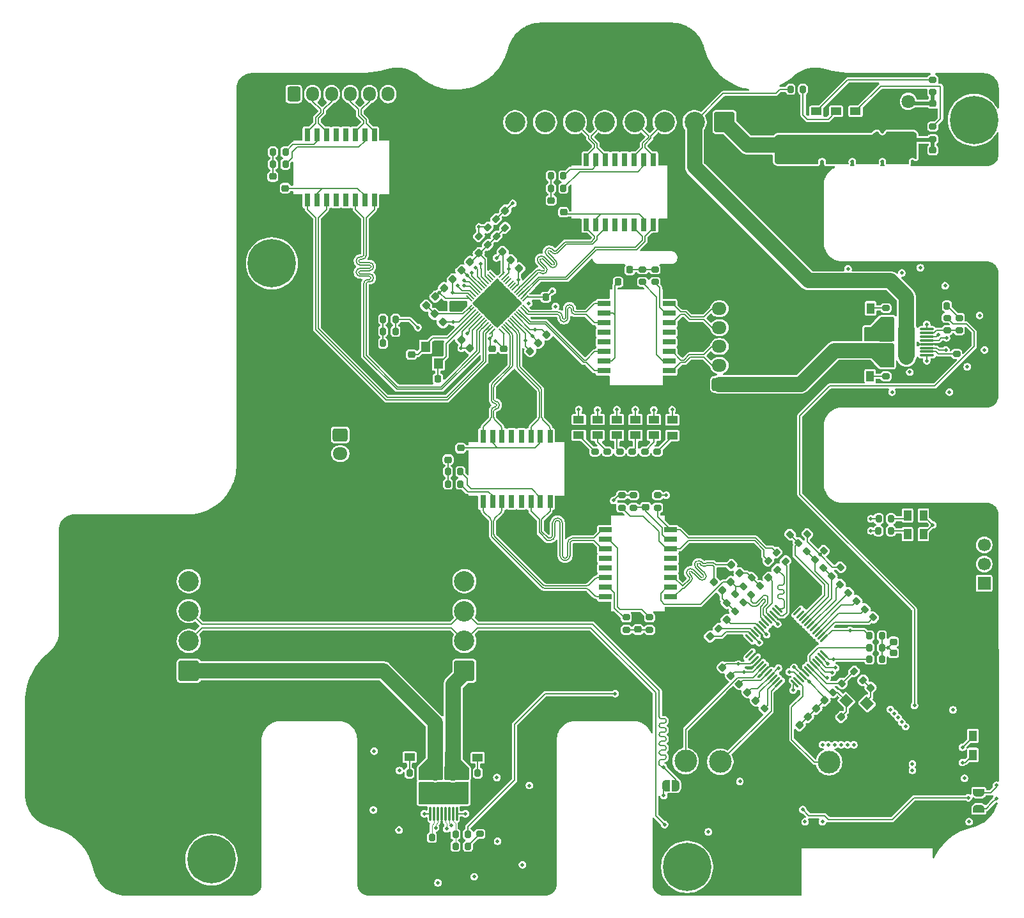
<source format=gbr>
%TF.GenerationSoftware,KiCad,Pcbnew,9.0.0*%
%TF.CreationDate,2025-04-04T21:43:02+02:00*%
%TF.ProjectId,HUB_MPE,4855425f-4d50-4452-9e6b-696361645f70,0.1*%
%TF.SameCoordinates,Original*%
%TF.FileFunction,Copper,L1,Top*%
%TF.FilePolarity,Positive*%
%FSLAX46Y46*%
G04 Gerber Fmt 4.6, Leading zero omitted, Abs format (unit mm)*
G04 Created by KiCad (PCBNEW 9.0.0) date 2025-04-04 21:43:02*
%MOMM*%
%LPD*%
G01*
G04 APERTURE LIST*
G04 Aperture macros list*
%AMRoundRect*
0 Rectangle with rounded corners*
0 $1 Rounding radius*
0 $2 $3 $4 $5 $6 $7 $8 $9 X,Y pos of 4 corners*
0 Add a 4 corners polygon primitive as box body*
4,1,4,$2,$3,$4,$5,$6,$7,$8,$9,$2,$3,0*
0 Add four circle primitives for the rounded corners*
1,1,$1+$1,$2,$3*
1,1,$1+$1,$4,$5*
1,1,$1+$1,$6,$7*
1,1,$1+$1,$8,$9*
0 Add four rect primitives between the rounded corners*
20,1,$1+$1,$2,$3,$4,$5,0*
20,1,$1+$1,$4,$5,$6,$7,0*
20,1,$1+$1,$6,$7,$8,$9,0*
20,1,$1+$1,$8,$9,$2,$3,0*%
%AMHorizOval*
0 Thick line with rounded ends*
0 $1 width*
0 $2 $3 position (X,Y) of the first rounded end (center of the circle)*
0 $4 $5 position (X,Y) of the second rounded end (center of the circle)*
0 Add line between two ends*
20,1,$1,$2,$3,$4,$5,0*
0 Add two circle primitives to create the rounded ends*
1,1,$1,$2,$3*
1,1,$1,$4,$5*%
%AMRotRect*
0 Rectangle, with rotation*
0 The origin of the aperture is its center*
0 $1 length*
0 $2 width*
0 $3 Rotation angle, in degrees counterclockwise*
0 Add horizontal line*
21,1,$1,$2,0,0,$3*%
%AMFreePoly0*
4,1,23,0.500000,-0.750000,0.000000,-0.750000,0.000000,-0.745722,-0.065263,-0.745722,-0.191342,-0.711940,-0.304381,-0.646677,-0.396677,-0.554381,-0.461940,-0.441342,-0.495722,-0.315263,-0.495722,-0.250000,-0.500000,-0.250000,-0.500000,0.250000,-0.495722,0.250000,-0.495722,0.315263,-0.461940,0.441342,-0.396677,0.554381,-0.304381,0.646677,-0.191342,0.711940,-0.065263,0.745722,0.000000,0.745722,
0.000000,0.750000,0.500000,0.750000,0.500000,-0.750000,0.500000,-0.750000,$1*%
%AMFreePoly1*
4,1,23,0.000000,0.745722,0.065263,0.745722,0.191342,0.711940,0.304381,0.646677,0.396677,0.554381,0.461940,0.441342,0.495722,0.315263,0.495722,0.250000,0.500000,0.250000,0.500000,-0.250000,0.495722,-0.250000,0.495722,-0.315263,0.461940,-0.441342,0.396677,-0.554381,0.304381,-0.646677,0.191342,-0.711940,0.065263,-0.745722,0.000000,-0.745722,0.000000,-0.750000,-0.500000,-0.750000,
-0.500000,0.750000,0.000000,0.750000,0.000000,0.745722,0.000000,0.745722,$1*%
G04 Aperture macros list end*
%TA.AperFunction,ComponentPad*%
%ADD10RoundRect,0.250001X1.099999X1.099999X-1.099999X1.099999X-1.099999X-1.099999X1.099999X-1.099999X0*%
%TD*%
%TA.AperFunction,ComponentPad*%
%ADD11C,2.700000*%
%TD*%
%TA.AperFunction,ComponentPad*%
%ADD12RoundRect,0.250000X-0.600000X-0.725000X0.600000X-0.725000X0.600000X0.725000X-0.600000X0.725000X0*%
%TD*%
%TA.AperFunction,ComponentPad*%
%ADD13O,1.700000X1.950000*%
%TD*%
%TA.AperFunction,SMDPad,CuDef*%
%ADD14RoundRect,0.225000X0.250000X-0.225000X0.250000X0.225000X-0.250000X0.225000X-0.250000X-0.225000X0*%
%TD*%
%TA.AperFunction,SMDPad,CuDef*%
%ADD15RoundRect,0.200000X0.335876X0.053033X0.053033X0.335876X-0.335876X-0.053033X-0.053033X-0.335876X0*%
%TD*%
%TA.AperFunction,SMDPad,CuDef*%
%ADD16RoundRect,0.225000X-0.250000X0.225000X-0.250000X-0.225000X0.250000X-0.225000X0.250000X0.225000X0*%
%TD*%
%TA.AperFunction,SMDPad,CuDef*%
%ADD17RoundRect,0.225000X0.335876X0.017678X0.017678X0.335876X-0.335876X-0.017678X-0.017678X-0.335876X0*%
%TD*%
%TA.AperFunction,SMDPad,CuDef*%
%ADD18RoundRect,0.200000X-0.200000X-0.275000X0.200000X-0.275000X0.200000X0.275000X-0.200000X0.275000X0*%
%TD*%
%TA.AperFunction,SMDPad,CuDef*%
%ADD19RoundRect,0.200000X0.275000X-0.200000X0.275000X0.200000X-0.275000X0.200000X-0.275000X-0.200000X0*%
%TD*%
%TA.AperFunction,ComponentPad*%
%ADD20R,1.800000X1.800000*%
%TD*%
%TA.AperFunction,ComponentPad*%
%ADD21C,1.800000*%
%TD*%
%TA.AperFunction,SMDPad,CuDef*%
%ADD22C,3.000000*%
%TD*%
%TA.AperFunction,SMDPad,CuDef*%
%ADD23RoundRect,0.200000X-0.275000X0.200000X-0.275000X-0.200000X0.275000X-0.200000X0.275000X0.200000X0*%
%TD*%
%TA.AperFunction,SMDPad,CuDef*%
%ADD24RoundRect,0.225000X-0.225000X-0.250000X0.225000X-0.250000X0.225000X0.250000X-0.225000X0.250000X0*%
%TD*%
%TA.AperFunction,SMDPad,CuDef*%
%ADD25RoundRect,0.200000X-0.053033X0.335876X-0.335876X0.053033X0.053033X-0.335876X0.335876X-0.053033X0*%
%TD*%
%TA.AperFunction,SMDPad,CuDef*%
%ADD26R,1.400000X1.000000*%
%TD*%
%TA.AperFunction,SMDPad,CuDef*%
%ADD27RoundRect,0.200000X0.053033X-0.335876X0.335876X-0.053033X-0.053033X0.335876X-0.335876X0.053033X0*%
%TD*%
%TA.AperFunction,SMDPad,CuDef*%
%ADD28RoundRect,0.200000X0.200000X0.275000X-0.200000X0.275000X-0.200000X-0.275000X0.200000X-0.275000X0*%
%TD*%
%TA.AperFunction,SMDPad,CuDef*%
%ADD29R,1.660000X0.760000*%
%TD*%
%TA.AperFunction,SMDPad,CuDef*%
%ADD30RoundRect,0.200000X-0.335876X-0.053033X-0.053033X-0.335876X0.335876X0.053033X0.053033X0.335876X0*%
%TD*%
%TA.AperFunction,SMDPad,CuDef*%
%ADD31RoundRect,0.225000X-0.017678X0.335876X-0.335876X0.017678X0.017678X-0.335876X0.335876X-0.017678X0*%
%TD*%
%TA.AperFunction,SMDPad,CuDef*%
%ADD32RoundRect,0.225000X-0.335876X-0.017678X-0.017678X-0.335876X0.335876X0.017678X0.017678X0.335876X0*%
%TD*%
%TA.AperFunction,SMDPad,CuDef*%
%ADD33RoundRect,0.225000X0.017678X-0.335876X0.335876X-0.017678X-0.017678X0.335876X-0.335876X0.017678X0*%
%TD*%
%TA.AperFunction,SMDPad,CuDef*%
%ADD34FreePoly0,90.000000*%
%TD*%
%TA.AperFunction,SMDPad,CuDef*%
%ADD35FreePoly1,90.000000*%
%TD*%
%TA.AperFunction,SMDPad,CuDef*%
%ADD36R,0.760000X1.660000*%
%TD*%
%TA.AperFunction,ComponentPad*%
%ADD37C,0.610000*%
%TD*%
%TA.AperFunction,SMDPad,CuDef*%
%ADD38O,0.280000X1.890000*%
%TD*%
%TA.AperFunction,SMDPad,CuDef*%
%ADD39R,3.900000X2.200000*%
%TD*%
%TA.AperFunction,ComponentPad*%
%ADD40RoundRect,0.250001X1.099999X-1.099999X1.099999X1.099999X-1.099999X1.099999X-1.099999X-1.099999X0*%
%TD*%
%TA.AperFunction,ComponentPad*%
%ADD41RoundRect,0.250000X-0.725000X0.600000X-0.725000X-0.600000X0.725000X-0.600000X0.725000X0.600000X0*%
%TD*%
%TA.AperFunction,ComponentPad*%
%ADD42O,1.950000X1.700000*%
%TD*%
%TA.AperFunction,SMDPad,CuDef*%
%ADD43R,1.000000X1.400000*%
%TD*%
%TA.AperFunction,SMDPad,CuDef*%
%ADD44RotRect,1.400000X1.200000X315.000000*%
%TD*%
%TA.AperFunction,SMDPad,CuDef*%
%ADD45RoundRect,0.225000X0.225000X0.250000X-0.225000X0.250000X-0.225000X-0.250000X0.225000X-0.250000X0*%
%TD*%
%TA.AperFunction,SMDPad,CuDef*%
%ADD46O,1.890000X0.280000*%
%TD*%
%TA.AperFunction,SMDPad,CuDef*%
%ADD47R,2.200000X3.900000*%
%TD*%
%TA.AperFunction,ComponentPad*%
%ADD48C,0.800000*%
%TD*%
%TA.AperFunction,ComponentPad*%
%ADD49C,6.400000*%
%TD*%
%TA.AperFunction,SMDPad,CuDef*%
%ADD50FreePoly0,0.000000*%
%TD*%
%TA.AperFunction,SMDPad,CuDef*%
%ADD51FreePoly1,0.000000*%
%TD*%
%TA.AperFunction,SMDPad,CuDef*%
%ADD52HorizOval,0.270000X-0.434871X0.434871X0.434871X-0.434871X0*%
%TD*%
%TA.AperFunction,SMDPad,CuDef*%
%ADD53HorizOval,0.270000X-0.434871X-0.434871X0.434871X0.434871X0*%
%TD*%
%TA.AperFunction,SMDPad,CuDef*%
%ADD54R,1.200000X1.400000*%
%TD*%
%TA.AperFunction,SMDPad,CuDef*%
%ADD55RotRect,1.000000X0.200000X135.000000*%
%TD*%
%TA.AperFunction,SMDPad,CuDef*%
%ADD56RotRect,0.200000X1.000000X135.000000*%
%TD*%
%TA.AperFunction,SMDPad,CuDef*%
%ADD57RotRect,4.400000X4.400000X135.000000*%
%TD*%
%TA.AperFunction,ComponentPad*%
%ADD58RoundRect,0.250000X0.725000X-0.600000X0.725000X0.600000X-0.725000X0.600000X-0.725000X-0.600000X0*%
%TD*%
%TA.AperFunction,SMDPad,CuDef*%
%ADD59R,1.200000X3.500000*%
%TD*%
%TA.AperFunction,SMDPad,CuDef*%
%ADD60FreePoly0,270.000000*%
%TD*%
%TA.AperFunction,SMDPad,CuDef*%
%ADD61FreePoly1,270.000000*%
%TD*%
%TA.AperFunction,ComponentPad*%
%ADD62R,1.700000X1.700000*%
%TD*%
%TA.AperFunction,ComponentPad*%
%ADD63C,1.700000*%
%TD*%
%TA.AperFunction,ViaPad*%
%ADD64C,0.500000*%
%TD*%
%TA.AperFunction,Conductor*%
%ADD65C,0.500000*%
%TD*%
%TA.AperFunction,Conductor*%
%ADD66C,2.000000*%
%TD*%
%TA.AperFunction,Conductor*%
%ADD67C,0.160000*%
%TD*%
%TA.AperFunction,Conductor*%
%ADD68C,0.200000*%
%TD*%
%TA.AperFunction,Conductor*%
%ADD69C,0.100000*%
%TD*%
G04 APERTURE END LIST*
D10*
%TO.P,J1,1,Pin_1*%
%TO.N,+24V*%
X121955000Y-35275000D03*
D11*
%TO.P,J1,2,Pin_2*%
%TO.N,+12V*%
X117995000Y-35275000D03*
%TO.P,J1,3,Pin_3*%
%TO.N,/ETH_ROV_RX+*%
X114035000Y-35275000D03*
%TO.P,J1,4,Pin_4*%
%TO.N,/ETH_ROV_RX-*%
X110075000Y-35275000D03*
%TO.P,J1,5,Pin_5*%
%TO.N,/ETH_ROV_TX-*%
X106115000Y-35275000D03*
%TO.P,J1,6,Pin_6*%
%TO.N,/ETH_ROV_TX+*%
X102155000Y-35275000D03*
%TO.P,J1,7,Pin_7*%
%TO.N,/485_ROV+*%
X98195000Y-35275000D03*
%TO.P,J1,8,Pin_8*%
%TO.N,/485_ROV-*%
X94235000Y-35275000D03*
%TO.P,J1,9,Pin_9*%
%TO.N,GND*%
X90275000Y-35275000D03*
%TD*%
D12*
%TO.P,J4,1,Pin_1*%
%TO.N,/+12V_BD3D*%
X64900000Y-31550000D03*
D13*
%TO.P,J4,2,Pin_2*%
%TO.N,/ETH_BD3D_TX+*%
X67400000Y-31550000D03*
%TO.P,J4,3,Pin_3*%
%TO.N,/ETH_BD3D_TX-*%
X69900000Y-31550000D03*
%TO.P,J4,4,Pin_4*%
%TO.N,/ETH_BD3D_RX-*%
X72400000Y-31550000D03*
%TO.P,J4,5,Pin_5*%
%TO.N,/ETH_BD3D_RX+*%
X74900000Y-31550000D03*
%TO.P,J4,6,Pin_6*%
%TO.N,/EXPOSURE*%
X77400000Y-31550000D03*
%TO.P,J4,7,Pin_7*%
%TO.N,GND*%
X79900000Y-31550000D03*
%TD*%
D14*
%TO.P,C32,1*%
%TO.N,GND*%
X99001697Y-47205482D03*
%TO.P,C32,2*%
%TO.N,Net-(C32-Pad2)*%
X99001697Y-45655482D03*
%TD*%
D15*
%TO.P,R54,1*%
%TO.N,Net-(U7-TXN)*%
X128933363Y-94583363D03*
%TO.P,R54,2*%
%TO.N,/Ethernet_Module/TXN*%
X127766637Y-93416637D03*
%TD*%
D16*
%TO.P,C16,1*%
%TO.N,+3.3V*%
X91200000Y-65325000D03*
%TO.P,C16,2*%
%TO.N,GND*%
X91200000Y-66875000D03*
%TD*%
D15*
%TO.P,R63,1*%
%TO.N,Net-(U7-EXRES1)*%
X121183363Y-102383363D03*
%TO.P,R63,2*%
%TO.N,GND*%
X120016637Y-101216637D03*
%TD*%
D17*
%TO.P,C28,1*%
%TO.N,/Switch/AVDDL*%
X84798008Y-57248008D03*
%TO.P,C28,2*%
%TO.N,GND*%
X83701992Y-56151992D03*
%TD*%
D18*
%TO.P,R7,1*%
%TO.N,Net-(R5-Pad1)*%
X76725000Y-63000000D03*
%TO.P,R7,2*%
%TO.N,/Switch/IBREF*%
X78375000Y-63000000D03*
%TD*%
D19*
%TO.P,R16,1*%
%TO.N,GND*%
X109740001Y-80589999D03*
%TO.P,R16,2*%
%TO.N,Net-(LED4-K)*%
X109740001Y-78939999D03*
%TD*%
D20*
%TO.P,U1,1,Vin*%
%TO.N,+24V*%
X146325000Y-37615000D03*
D21*
%TO.P,U1,2,GND*%
%TO.N,GND*%
X146325000Y-35075000D03*
%TO.P,U1,3,+Vo*%
%TO.N,+3.3V*%
X146325000Y-32535000D03*
%TD*%
D18*
%TO.P,R8,1*%
%TO.N,Net-(C23-Pad2)*%
X62147069Y-39233438D03*
%TO.P,R8,2*%
%TO.N,Net-(R8-Pad2)*%
X63797069Y-39233438D03*
%TD*%
D22*
%TO.P,TP1,1,1*%
%TO.N,Net-(U7-VBG)*%
X116800000Y-119950000D03*
%TD*%
D23*
%TO.P,R42,1*%
%TO.N,/+12V_MULTISENSE*%
X151450000Y-61225000D03*
%TO.P,R42,2*%
%TO.N,Net-(U5-MultiSense)*%
X151450000Y-62875000D03*
%TD*%
D24*
%TO.P,C11,1*%
%TO.N,/Switch/AVDDL*%
X98300000Y-58475000D03*
%TO.P,C11,2*%
%TO.N,GND*%
X99850000Y-58475000D03*
%TD*%
D25*
%TO.P,R61,1*%
%TO.N,GND*%
X139537347Y-96470621D03*
%TO.P,R61,2*%
%TO.N,Net-(R61-Pad2)*%
X138370621Y-97637347D03*
%TD*%
D26*
%TO.P,LED4,1,A*%
%TO.N,/Switch/P1LED*%
X110165000Y-74690000D03*
%TO.P,LED4,2,K*%
%TO.N,Net-(LED4-K)*%
X110165000Y-76790000D03*
%TD*%
D27*
%TO.P,R69,1*%
%TO.N,/Ethernet_Module/PMODE1*%
X133966637Y-93233363D03*
%TO.P,R69,2*%
%TO.N,+3.3V*%
X135133363Y-92066637D03*
%TD*%
D26*
%TO.P,LED1,1,+*%
%TO.N,Net-(LED1-+)*%
X139314999Y-33840000D03*
%TO.P,LED1,2,-*%
%TO.N,GND*%
X139314999Y-35940000D03*
%TD*%
D28*
%TO.P,R66,1*%
%TO.N,+3.3V*%
X142812500Y-103362500D03*
%TO.P,R66,2*%
%TO.N,/Ethernet_Module/{slash}RST*%
X141162500Y-103362500D03*
%TD*%
D19*
%TO.P,R1,1*%
%TO.N,+24V*%
X149549999Y-37525000D03*
%TO.P,R1,2*%
%TO.N,Net-(LED1-+)*%
X149549999Y-35875000D03*
%TD*%
D29*
%TO.P,T6,1,1*%
%TO.N,/Ethernet_Module/NETRXP*%
X114820000Y-98200000D03*
%TO.P,T6,2,2*%
%TO.N,/Ethernet_Module/RCT*%
X114820000Y-96920000D03*
%TO.P,T6,3,3*%
%TO.N,/Ethernet_Module/NETRXN*%
X114820000Y-95660000D03*
%TO.P,T6,4,4*%
%TO.N,unconnected-(T6-Pad4)*%
X114820000Y-94390000D03*
%TO.P,T6,5,5*%
%TO.N,unconnected-(T6-Pad5)*%
X114820000Y-93110000D03*
%TO.P,T6,6,6*%
%TO.N,/Ethernet_Module/TXN*%
X114820000Y-91840000D03*
%TO.P,T6,7,7*%
%TO.N,/Ethernet_Module/TCT*%
X114820000Y-90580000D03*
%TO.P,T6,8,8*%
%TO.N,/Ethernet_Module/TXP*%
X114820000Y-89310000D03*
%TO.P,T6,9,9*%
%TO.N,/ETH_ESP_TX+*%
X106180000Y-89310000D03*
%TO.P,T6,10,10*%
%TO.N,Net-(R84-Pad2)*%
X106180000Y-90580000D03*
%TO.P,T6,11,11*%
%TO.N,/ETH_ESP_TX-*%
X106180000Y-91840000D03*
%TO.P,T6,12,12*%
%TO.N,unconnected-(T6-Pad12)*%
X106180000Y-93110000D03*
%TO.P,T6,13,13*%
%TO.N,unconnected-(T6-Pad13)*%
X106180000Y-94390000D03*
%TO.P,T6,14,14*%
%TO.N,/ETH_ESP_RX-*%
X106180000Y-95660000D03*
%TO.P,T6,15,15*%
%TO.N,Net-(R76-Pad2)*%
X106180000Y-96920000D03*
%TO.P,T6,16,16*%
%TO.N,/ETH_ESP_RX+*%
X106180000Y-98200000D03*
%TD*%
D27*
%TO.P,R55,1*%
%TO.N,/Ethernet_Module/XI*%
X136316637Y-110833363D03*
%TO.P,R55,2*%
%TO.N,/Ethernet_Module/XO*%
X137483363Y-109666637D03*
%TD*%
D30*
%TO.P,R53,1*%
%TO.N,/Ethernet_Module/XO*%
X139129272Y-108066637D03*
%TO.P,R53,2*%
%TO.N,Net-(X2-OSC2)*%
X140295998Y-109233363D03*
%TD*%
D19*
%TO.P,R19,1*%
%TO.N,GND*%
X104790001Y-80589999D03*
%TO.P,R19,2*%
%TO.N,Net-(LED7-K)*%
X104790001Y-78939999D03*
%TD*%
D28*
%TO.P,R6,1*%
%TO.N,/Switch/IBREF*%
X78375000Y-61400000D03*
%TO.P,R6,2*%
%TO.N,Net-(R5-Pad1)*%
X76725000Y-61400000D03*
%TD*%
D15*
%TO.P,R56,1*%
%TO.N,Net-(U7-TXP)*%
X130033363Y-93483363D03*
%TO.P,R56,2*%
%TO.N,/Ethernet_Module/TXP*%
X128866637Y-92316637D03*
%TD*%
D18*
%TO.P,R51,1*%
%TO.N,Net-(LED16-+)*%
X80225000Y-121550000D03*
%TO.P,R51,2*%
%TO.N,/+24V_FLASH1*%
X81875000Y-121550000D03*
%TD*%
D16*
%TO.P,C21,1*%
%TO.N,GND*%
X85350000Y-78475000D03*
%TO.P,C21,2*%
%TO.N,Net-(C21-Pad2)*%
X85350000Y-80025000D03*
%TD*%
D17*
%TO.P,C53,1,1*%
%TO.N,+3.3V*%
X122248008Y-101248008D03*
%TO.P,C53,2,2*%
%TO.N,GND*%
X121151992Y-100151992D03*
%TD*%
D31*
%TO.P,C58,1,1*%
%TO.N,+3.3V*%
X122796016Y-108653984D03*
%TO.P,C58,2,2*%
%TO.N,GND*%
X121700000Y-109750000D03*
%TD*%
D15*
%TO.P,R22,1*%
%TO.N,/Switch/RESETB*%
X90598186Y-51549569D03*
%TO.P,R22,2*%
%TO.N,+3.3V*%
X89431460Y-50382843D03*
%TD*%
D32*
%TO.P,C17,1*%
%TO.N,+3.3V*%
X96220532Y-65625341D03*
%TO.P,C17,2*%
%TO.N,GND*%
X97316548Y-66721357D03*
%TD*%
D28*
%TO.P,R67,1*%
%TO.N,+3.3V*%
X142812500Y-106462500D03*
%TO.P,R67,2*%
%TO.N,/Ethernet_Module/{slash}INT*%
X141162500Y-106462500D03*
%TD*%
D24*
%TO.P,C27,1*%
%TO.N,GND*%
X107862996Y-54849796D03*
%TO.P,C27,2*%
%TO.N,Net-(C27-Pad2)*%
X109412996Y-54849796D03*
%TD*%
D33*
%TO.P,C13,1*%
%TO.N,/Switch/AVDDL*%
X92570532Y-52467373D03*
%TO.P,C13,2*%
%TO.N,GND*%
X93666548Y-51371357D03*
%TD*%
D19*
%TO.P,R76,1*%
%TO.N,Net-(C67-Pad2)*%
X108950000Y-102575000D03*
%TO.P,R76,2*%
%TO.N,Net-(R76-Pad2)*%
X108950000Y-100925000D03*
%TD*%
D28*
%TO.P,R47,1*%
%TO.N,GND*%
X84850000Y-130075000D03*
%TO.P,R47,2*%
%TO.N,Net-(U6-~{FaultRST})*%
X83200000Y-130075000D03*
%TD*%
D22*
%TO.P,TP3,1,1*%
%TO.N,Net-(U7-SPDLED)*%
X121400000Y-120050000D03*
%TD*%
D33*
%TO.P,C61,1,1*%
%TO.N,GND*%
X122801992Y-110848008D03*
%TO.P,C61,2,2*%
%TO.N,Net-(U7-TOCAP)*%
X123898008Y-109751992D03*
%TD*%
D17*
%TO.P,C29,1*%
%TO.N,/Switch/AVDDL*%
X83648008Y-58398008D03*
%TO.P,C29,2*%
%TO.N,GND*%
X82551992Y-57301992D03*
%TD*%
D24*
%TO.P,C24,1*%
%TO.N,Net-(C24-Pad1)*%
X107862996Y-56476141D03*
%TO.P,C24,2*%
%TO.N,GND*%
X109412996Y-56476141D03*
%TD*%
D18*
%TO.P,R2,1*%
%TO.N,+12V*%
X130699999Y-30925000D03*
%TO.P,R2,2*%
%TO.N,Net-(LED2-+)*%
X132349999Y-30925000D03*
%TD*%
D26*
%TO.P,LED16,1,+*%
%TO.N,Net-(LED16-+)*%
X80250000Y-119450000D03*
%TO.P,LED16,2,-*%
%TO.N,GND*%
X80250000Y-117350000D03*
%TD*%
D14*
%TO.P,C22,1*%
%TO.N,Net-(C22-Pad1)*%
X63771421Y-44031498D03*
%TO.P,C22,2*%
%TO.N,GND*%
X63771421Y-42481498D03*
%TD*%
D28*
%TO.P,R79,1*%
%TO.N,Net-(LED19-K)*%
X144000000Y-89450000D03*
%TO.P,R79,2*%
%TO.N,/Ethernet_Module/LINKLED*%
X142350000Y-89450000D03*
%TD*%
D23*
%TO.P,R11,1*%
%TO.N,Net-(C27-Pad2)*%
X111112870Y-54802613D03*
%TO.P,R11,2*%
%TO.N,Net-(R11-Pad2)*%
X111112870Y-56452613D03*
%TD*%
D25*
%TO.P,R64,1*%
%TO.N,GND*%
X141729379Y-98662653D03*
%TO.P,R64,2*%
%TO.N,Net-(R64-Pad2)*%
X140562653Y-99829379D03*
%TD*%
D19*
%TO.P,R84,1*%
%TO.N,Net-(C67-Pad2)*%
X112050000Y-102575000D03*
%TO.P,R84,2*%
%TO.N,Net-(R84-Pad2)*%
X112050000Y-100925000D03*
%TD*%
D32*
%TO.P,C18,1*%
%TO.N,+3.3V*%
X98420532Y-63425341D03*
%TO.P,C18,2*%
%TO.N,GND*%
X99516548Y-64521357D03*
%TD*%
D31*
%TO.P,C15,1*%
%TO.N,+3.3V*%
X84648008Y-61800001D03*
%TO.P,C15,2*%
%TO.N,GND*%
X83551992Y-62896017D03*
%TD*%
D25*
%TO.P,R72,1*%
%TO.N,GND*%
X131833363Y-88766637D03*
%TO.P,R72,2*%
%TO.N,/Ethernet_Module/PMODE0*%
X130666637Y-89933363D03*
%TD*%
D34*
%TO.P,JP2,1,A*%
%TO.N,GND*%
X155650000Y-127574999D03*
D35*
%TO.P,JP2,2,B*%
%TO.N,/MCU_ESP32/EN*%
X155650000Y-126275001D03*
%TD*%
D31*
%TO.P,C63,1,1*%
%TO.N,Net-(U7-1V2O)*%
X126098008Y-111951992D03*
%TO.P,C63,2,2*%
%TO.N,GND*%
X125001992Y-113048008D03*
%TD*%
D17*
%TO.P,C34,1*%
%TO.N,/Switch/RESETB*%
X88262831Y-53789214D03*
%TO.P,C34,2*%
%TO.N,GND*%
X87166815Y-52693198D03*
%TD*%
D16*
%TO.P,C67,1*%
%TO.N,GND*%
X110500000Y-100975000D03*
%TO.P,C67,2*%
%TO.N,Net-(C67-Pad2)*%
X110500000Y-102525000D03*
%TD*%
D26*
%TO.P,LED7,1,A*%
%TO.N,/Switch/P4LED*%
X102655000Y-74690000D03*
%TO.P,LED7,2,K*%
%TO.N,Net-(LED7-K)*%
X102655000Y-76790000D03*
%TD*%
D36*
%TO.P,T4,1,1*%
%TO.N,/Switch/TXOP3*%
X103650000Y-48870000D03*
%TO.P,T4,2,2*%
%TO.N,Net-(C31-Pad1)*%
X104930000Y-48870000D03*
%TO.P,T4,3,3*%
%TO.N,/Switch/TXON3*%
X106190000Y-48870000D03*
%TO.P,T4,4,4*%
%TO.N,unconnected-(T4-Pad4)*%
X107460000Y-48870000D03*
%TO.P,T4,5,5*%
%TO.N,unconnected-(T4-Pad5)*%
X108740000Y-48870000D03*
%TO.P,T4,6,6*%
%TO.N,/Switch/RXIN3*%
X110010000Y-48870000D03*
%TO.P,T4,7,7*%
%TO.N,Net-(C31-Pad1)*%
X111270000Y-48870000D03*
%TO.P,T4,8,8*%
%TO.N,/Switch/RXIP3*%
X112540000Y-48870000D03*
%TO.P,T4,9,9*%
%TO.N,/ETH_ROV_RX+*%
X112540000Y-40230000D03*
%TO.P,T4,10,10*%
%TO.N,Net-(R14-Pad2)*%
X111270000Y-40230000D03*
%TO.P,T4,11,11*%
%TO.N,/ETH_ROV_RX-*%
X110010000Y-40230000D03*
%TO.P,T4,12,12*%
%TO.N,unconnected-(T4-Pad12)*%
X108740000Y-40230000D03*
%TO.P,T4,13,13*%
%TO.N,unconnected-(T4-Pad13)*%
X107460000Y-40230000D03*
%TO.P,T4,14,14*%
%TO.N,/ETH_ROV_TX-*%
X106190000Y-40230000D03*
%TO.P,T4,15,15*%
%TO.N,Net-(R12-Pad2)*%
X104930000Y-40230000D03*
%TO.P,T4,16,16*%
%TO.N,/ETH_ROV_TX+*%
X103650000Y-40230000D03*
%TD*%
D37*
%TO.P,U6,*%
%TO.N,+24V*%
X83750000Y-123750000D03*
X83750000Y-124750000D03*
X84750000Y-123750000D03*
X84750000Y-124750000D03*
X85750000Y-123750000D03*
X85750000Y-124750000D03*
D38*
%TO.P,U6,1,INPUT0*%
%TO.N,/Power_Switch1/MOSFET_CTRL/OUTPUT*%
X83000000Y-126950000D03*
%TO.P,U6,2,~{FaultRST}*%
%TO.N,Net-(U6-~{FaultRST})*%
X83500000Y-126950000D03*
%TO.P,U6,3,SEn*%
%TO.N,/Power_Switch1/MOSFET_CTRL1/OUTPUT*%
X84000000Y-126950000D03*
%TO.P,U6,4,GND*%
%TO.N,GND*%
X84500000Y-126950000D03*
%TO.P,U6,5,SEL0*%
%TO.N,/Power_Switch1/MOSFET_CTRL2/OUTPUT*%
X85000000Y-126950000D03*
%TO.P,U6,6,SEL1*%
%TO.N,/Power_Switch1/MOSFET_CTRL3/OUTPUT*%
X85500000Y-126950000D03*
%TO.P,U6,7,MultiSense*%
%TO.N,Net-(U6-MultiSense)*%
X86000000Y-126950000D03*
%TO.P,U6,8,INPUT1*%
%TO.N,/Power_Switch1/MOSFET_CTRL4/OUTPUT*%
X86500000Y-126950000D03*
%TO.P,U6,9,OUTPUT1*%
%TO.N,/+24V_FLASH2*%
X86500000Y-121550000D03*
%TO.P,U6,10,OUTPUT1*%
X86000000Y-121550000D03*
%TO.P,U6,11,OUTPUT1*%
X85500000Y-121550000D03*
%TO.P,U6,12,OUTPUT1*%
X85000000Y-121550000D03*
%TO.P,U6,13,OUTPUT0*%
%TO.N,/+24V_FLASH1*%
X84500000Y-121550000D03*
%TO.P,U6,14,OUTPUT0*%
X84000000Y-121550000D03*
%TO.P,U6,15,OUTPUT0*%
X83500000Y-121550000D03*
%TO.P,U6,16,OUTPUT0*%
X83000000Y-121550000D03*
D39*
%TO.P,U6,17,VCC*%
%TO.N,+24V*%
X84750000Y-124250000D03*
%TD*%
D40*
%TO.P,J6,1,Pin_1*%
%TO.N,/+24V_FLASH2*%
X87500000Y-108000000D03*
D11*
%TO.P,J6,2,Pin_2*%
%TO.N,/485_ROV+*%
X87500000Y-104040000D03*
%TO.P,J6,3,Pin_3*%
%TO.N,/485_ROV-*%
X87500000Y-100080000D03*
%TO.P,J6,4,Pin_4*%
%TO.N,/EXPOSURE*%
X87500000Y-96120000D03*
%TO.P,J6,5,Pin_5*%
%TO.N,GND*%
X87500000Y-92160000D03*
%TD*%
D18*
%TO.P,R3,1*%
%TO.N,Net-(C21-Pad2)*%
X85325000Y-81599999D03*
%TO.P,R3,2*%
%TO.N,Net-(R3-Pad2)*%
X86975000Y-81599999D03*
%TD*%
D14*
%TO.P,C31,1*%
%TO.N,Net-(C31-Pad1)*%
X100628043Y-47205482D03*
%TO.P,C31,2*%
%TO.N,GND*%
X100628043Y-45655482D03*
%TD*%
%TO.P,C59,1,1*%
%TO.N,+3.3V*%
X144337500Y-104162500D03*
%TO.P,C59,2,2*%
%TO.N,GND*%
X144337500Y-102612500D03*
%TD*%
D25*
%TO.P,R73,1*%
%TO.N,GND*%
X134033363Y-90966637D03*
%TO.P,R73,2*%
%TO.N,/Ethernet_Module/PMODE1*%
X132866637Y-92133363D03*
%TD*%
D32*
%TO.P,C65,1,1*%
%TO.N,GND*%
X121701992Y-95101993D03*
%TO.P,C65,2,2*%
%TO.N,/Ethernet_Module/RCT*%
X122798008Y-96198009D03*
%TD*%
D25*
%TO.P,R65,1*%
%TO.N,GND*%
X142825394Y-99758668D03*
%TO.P,R65,2*%
%TO.N,Net-(R65-Pad2)*%
X141658668Y-100925394D03*
%TD*%
D19*
%TO.P,R81,1*%
%TO.N,/Ethernet_Module/TXP*%
X113100000Y-86375000D03*
%TO.P,R81,2*%
%TO.N,+3.3V*%
X113100000Y-84725000D03*
%TD*%
D41*
%TO.P,J2,1,Pin_1*%
%TO.N,/+12V_LIGHT_IPCAM*%
X71050000Y-76725000D03*
D42*
%TO.P,J2,2,Pin_2*%
%TO.N,/PWM_LIGHT*%
X71050000Y-79225000D03*
%TO.P,J2,3,Pin_3*%
%TO.N,GND*%
X71050000Y-81725000D03*
%TD*%
D19*
%TO.P,R15,1*%
%TO.N,GND*%
X111390001Y-80589999D03*
%TO.P,R15,2*%
%TO.N,Net-(LED3-K)*%
X111390001Y-78939999D03*
%TD*%
D26*
%TO.P,LED8,1,+*%
%TO.N,/Switch/LDIND{slash}DIS_LD*%
X115040001Y-74714999D03*
%TO.P,LED8,2,-*%
%TO.N,Net-(LED8--)*%
X115040001Y-76814999D03*
%TD*%
D43*
%TO.P,LED15,1,+*%
%TO.N,Net-(LED15-+)*%
X141300000Y-59950000D03*
%TO.P,LED15,2,-*%
%TO.N,GND*%
X139200000Y-59950000D03*
%TD*%
D17*
%TO.P,C54,1,1*%
%TO.N,GND*%
X138510643Y-115198008D03*
%TO.P,C54,2,2*%
%TO.N,/Ethernet_Module/XI*%
X137414627Y-114101992D03*
%TD*%
%TO.P,C35,1*%
%TO.N,/Switch/RESETB*%
X89412831Y-52639214D03*
%TO.P,C35,2*%
%TO.N,GND*%
X88316815Y-51543198D03*
%TD*%
D25*
%TO.P,R59,1*%
%TO.N,Net-(U7-RXP)*%
X124485354Y-98968629D03*
%TO.P,R59,2*%
%TO.N,/Ethernet_Module/RXP*%
X123318628Y-100135355D03*
%TD*%
D17*
%TO.P,C52,1,1*%
%TO.N,+3.3V*%
X127798008Y-95648008D03*
%TO.P,C52,2,2*%
%TO.N,GND*%
X126701992Y-94551992D03*
%TD*%
D28*
%TO.P,R78,1*%
%TO.N,Net-(LED18--)*%
X144025000Y-87850000D03*
%TO.P,R78,2*%
%TO.N,/Ethernet_Module/ACTLED*%
X142375000Y-87850000D03*
%TD*%
D23*
%TO.P,R35,1*%
%TO.N,Net-(LED13-A)*%
X149549999Y-29675000D03*
%TO.P,R35,2*%
%TO.N,+3.3V*%
X149549999Y-31325000D03*
%TD*%
D19*
%TO.P,R20,1*%
%TO.N,GND*%
X113065002Y-80589999D03*
%TO.P,R20,2*%
%TO.N,Net-(LED8--)*%
X113065002Y-78939999D03*
%TD*%
D44*
%TO.P,X2,1,OSC1*%
%TO.N,/Ethernet_Module/XI*%
X138083777Y-111973223D03*
%TO.P,X2,2,GND*%
%TO.N,GND*%
X139639412Y-113528858D03*
%TO.P,X2,3,OSC2*%
%TO.N,Net-(X2-OSC2)*%
X140841493Y-112326777D03*
%TO.P,X2,4,GND*%
%TO.N,GND*%
X139285858Y-110771142D03*
%TD*%
D16*
%TO.P,C3,1*%
%TO.N,+3.3V*%
X149549998Y-32825000D03*
%TO.P,C3,2*%
%TO.N,GND*%
X149549998Y-34375000D03*
%TD*%
D17*
%TO.P,C48,1,1*%
%TO.N,GND*%
X132998008Y-116298008D03*
%TO.P,C48,2,2*%
%TO.N,+3.3V*%
X131901992Y-115201992D03*
%TD*%
D40*
%TO.P,J5,1,Pin_1*%
%TO.N,/+24V_FLASH1*%
X51000000Y-108000000D03*
D11*
%TO.P,J5,2,Pin_2*%
%TO.N,/485_ROV+*%
X51000000Y-104040000D03*
%TO.P,J5,3,Pin_3*%
%TO.N,/485_ROV-*%
X51000000Y-100080000D03*
%TO.P,J5,4,Pin_4*%
%TO.N,/EXPOSURE*%
X51000000Y-96120000D03*
%TO.P,J5,5,Pin_5*%
%TO.N,GND*%
X51000000Y-92160000D03*
%TD*%
D16*
%TO.P,C2,1*%
%TO.N,+24V*%
X149549999Y-39000000D03*
%TO.P,C2,2*%
%TO.N,GND*%
X149549999Y-40550000D03*
%TD*%
D27*
%TO.P,R75,1*%
%TO.N,GND*%
X126066637Y-114183363D03*
%TO.P,R75,2*%
%TO.N,Net-(R75-Pad2)*%
X127233363Y-113016637D03*
%TD*%
D43*
%TO.P,LED14,1,+*%
%TO.N,Net-(LED14-+)*%
X141250000Y-68950000D03*
%TO.P,LED14,2,-*%
%TO.N,GND*%
X139150000Y-68950000D03*
%TD*%
D19*
%TO.P,R45,1*%
%TO.N,Net-(LED14-+)*%
X143350000Y-68975000D03*
%TO.P,R45,2*%
%TO.N,/+12V_LIGHT_IPCAM*%
X143350000Y-67325000D03*
%TD*%
D25*
%TO.P,R83,1*%
%TO.N,/Ethernet_Module/RXN*%
X125585355Y-95668629D03*
%TO.P,R83,2*%
%TO.N,/Ethernet_Module/RCT*%
X124418629Y-96835355D03*
%TD*%
D45*
%TO.P,C4,1,1*%
%TO.N,/Switch/XI*%
X83991548Y-69321357D03*
%TO.P,C4,2,2*%
%TO.N,GND*%
X82441548Y-69321357D03*
%TD*%
D23*
%TO.P,R41,1*%
%TO.N,GND*%
X152700000Y-64350000D03*
%TO.P,R41,2*%
%TO.N,Net-(U5-~{FaultRST})*%
X152700000Y-66000000D03*
%TD*%
D14*
%TO.P,C5,1,1*%
%TO.N,GND*%
X80500000Y-67625001D03*
%TO.P,C5,2,2*%
%TO.N,/Switch/XO*%
X80500000Y-66075001D03*
%TD*%
D19*
%TO.P,R18,1*%
%TO.N,GND*%
X106440001Y-80589999D03*
%TO.P,R18,2*%
%TO.N,Net-(LED6-K)*%
X106440001Y-78939999D03*
%TD*%
D37*
%TO.P,U5,*%
%TO.N,+12V*%
X145550000Y-65450000D03*
X146550000Y-65450000D03*
X145550001Y-64450000D03*
X146549999Y-64450000D03*
X145550000Y-63450000D03*
X146550000Y-63450000D03*
D46*
%TO.P,U5,1,INPUT0*%
%TO.N,/Power_Switch/MOSFET_CTRL/OUTPUT*%
X148750000Y-66200000D03*
%TO.P,U5,2,~{FaultRST}*%
%TO.N,Net-(U5-~{FaultRST})*%
X148750000Y-65700000D03*
%TO.P,U5,3,SEn*%
%TO.N,/Power_Switch/MOSFET_CTRL1/OUTPUT*%
X148750000Y-65200000D03*
%TO.P,U5,4,GND*%
%TO.N,GND*%
X148750000Y-64700000D03*
%TO.P,U5,5,SEL0*%
%TO.N,/Power_Switch/MOSFET_CTRL2/OUTPUT*%
X148750000Y-64200000D03*
%TO.P,U5,6,SEL1*%
%TO.N,/Power_Switch/MOSFET_CTRL3/OUTPUT*%
X148750000Y-63700000D03*
%TO.P,U5,7,MultiSense*%
%TO.N,Net-(U5-MultiSense)*%
X148750000Y-63200000D03*
%TO.P,U5,8,INPUT1*%
%TO.N,/Power_Switch/MOSFET_CTRL4/OUTPUT*%
X148750000Y-62700000D03*
%TO.P,U5,9,OUTPUT1*%
%TO.N,/+12V_BD3D*%
X143350000Y-62700000D03*
%TO.P,U5,10,OUTPUT1*%
X143350000Y-63200000D03*
%TO.P,U5,11,OUTPUT1*%
X143350000Y-63700000D03*
%TO.P,U5,12,OUTPUT1*%
X143350000Y-64200000D03*
%TO.P,U5,13,OUTPUT0*%
%TO.N,/+12V_LIGHT_IPCAM*%
X143350000Y-64700000D03*
%TO.P,U5,14,OUTPUT0*%
X143350000Y-65200000D03*
%TO.P,U5,15,OUTPUT0*%
X143350000Y-65700000D03*
%TO.P,U5,16,OUTPUT0*%
X143350000Y-66200000D03*
D47*
%TO.P,U5,17,VCC*%
%TO.N,+12V*%
X146050000Y-64450000D03*
%TD*%
D26*
%TO.P,LED17,1,+*%
%TO.N,Net-(LED17-+)*%
X89250000Y-119500000D03*
%TO.P,LED17,2,-*%
%TO.N,GND*%
X89250000Y-117400000D03*
%TD*%
D22*
%TO.P,TP2,1,1*%
%TO.N,Net-(U7-DUPLED)*%
X135800000Y-120100000D03*
%TD*%
D25*
%TO.P,R74,1*%
%TO.N,GND*%
X136233363Y-93166637D03*
%TO.P,R74,2*%
%TO.N,/Ethernet_Module/PMODE2*%
X135066637Y-94333363D03*
%TD*%
D26*
%TO.P,LED5,1,A*%
%TO.N,/Switch/P2LED*%
X107715001Y-74689999D03*
%TO.P,LED5,2,K*%
%TO.N,Net-(LED5-K)*%
X107715001Y-76789999D03*
%TD*%
D14*
%TO.P,C23,1*%
%TO.N,GND*%
X62123541Y-44038947D03*
%TO.P,C23,2*%
%TO.N,Net-(C23-Pad2)*%
X62123541Y-42488947D03*
%TD*%
D19*
%TO.P,R50,1*%
%TO.N,GND*%
X89550000Y-131275000D03*
%TO.P,R50,2*%
%TO.N,Net-(R49-Pad1)*%
X89550000Y-129625000D03*
%TD*%
D48*
%TO.P,H1,1,1*%
%TO.N,unconnected-(H1-Pad1)_1*%
X59600000Y-54000000D03*
%TO.N,unconnected-(H1-Pad1)_2*%
X60302944Y-52302944D03*
%TO.N,unconnected-(H1-Pad1)_3*%
X60302944Y-55697056D03*
%TO.N,unconnected-(H1-Pad1)_5*%
X62000000Y-51600000D03*
D49*
%TO.N,unconnected-(H1-Pad1)_7*%
X62000000Y-54000000D03*
D48*
%TO.N,unconnected-(H1-Pad1)_8*%
X62000000Y-56400000D03*
%TO.N,unconnected-(H1-Pad1)_4*%
X63697056Y-52302944D03*
%TO.N,unconnected-(H1-Pad1)*%
X63697056Y-55697056D03*
%TO.N,unconnected-(H1-Pad1)_6*%
X64400000Y-54000000D03*
%TD*%
D28*
%TO.P,R49,1*%
%TO.N,Net-(R49-Pad1)*%
X87975000Y-131250000D03*
%TO.P,R49,2*%
%TO.N,Net-(U6-MultiSense)*%
X86325000Y-131250000D03*
%TD*%
D17*
%TO.P,C20,1*%
%TO.N,+3.3V*%
X87112831Y-54939214D03*
%TO.P,C20,2*%
%TO.N,GND*%
X86016815Y-53843198D03*
%TD*%
D26*
%TO.P,LED2,1,+*%
%TO.N,Net-(LED2-+)*%
X136739999Y-33840000D03*
%TO.P,LED2,2,-*%
%TO.N,GND*%
X136739999Y-35940000D03*
%TD*%
D48*
%TO.P,H4,1,1*%
%TO.N,unconnected-(H4-Pad1)_5*%
X114600000Y-134000000D03*
%TO.N,unconnected-(H4-Pad1)*%
X115302944Y-132302944D03*
%TO.N,unconnected-(H4-Pad1)_7*%
X115302944Y-135697056D03*
%TO.N,unconnected-(H4-Pad1)_3*%
X117000000Y-131600000D03*
D49*
%TO.N,unconnected-(H4-Pad1)_8*%
X117000000Y-134000000D03*
D48*
%TO.N,unconnected-(H4-Pad1)_2*%
X117000000Y-136400000D03*
%TO.N,unconnected-(H4-Pad1)_1*%
X118697056Y-132302944D03*
%TO.N,unconnected-(H4-Pad1)_6*%
X118697056Y-135697056D03*
%TO.N,unconnected-(H4-Pad1)_4*%
X119400000Y-134000000D03*
%TD*%
D16*
%TO.P,C8,1*%
%TO.N,/Switch/AVDDL*%
X92750000Y-65325000D03*
%TO.P,C8,2*%
%TO.N,GND*%
X92750000Y-66875000D03*
%TD*%
D50*
%TO.P,JP1,1,A*%
%TO.N,Net-(JP1-A)*%
X114175001Y-123200000D03*
D51*
%TO.P,JP1,2,B*%
%TO.N,/485_ROV-*%
X115474999Y-123200000D03*
%TD*%
D43*
%TO.P,LED11,1,+*%
%TO.N,Net-(LED11-+)*%
X154870868Y-119145000D03*
%TO.P,LED11,2,-*%
%TO.N,GND*%
X156970868Y-119145000D03*
%TD*%
D18*
%TO.P,R12,1*%
%TO.N,Net-(C32-Pad2)*%
X98975000Y-42400000D03*
%TO.P,R12,2*%
%TO.N,Net-(R12-Pad2)*%
X100625000Y-42400000D03*
%TD*%
D17*
%TO.P,C56,1,1*%
%TO.N,+3.3V*%
X120048008Y-103448008D03*
%TO.P,C56,2,2*%
%TO.N,GND*%
X118951992Y-102351992D03*
%TD*%
D31*
%TO.P,C62,1,1*%
%TO.N,+3.3V*%
X124998008Y-110851992D03*
%TO.P,C62,2,2*%
%TO.N,GND*%
X123901992Y-111948008D03*
%TD*%
D28*
%TO.P,R52,1*%
%TO.N,Net-(LED17-+)*%
X89275000Y-121550000D03*
%TO.P,R52,2*%
%TO.N,/+24V_FLASH2*%
X87625000Y-121550000D03*
%TD*%
D19*
%TO.P,R82,1*%
%TO.N,/Ethernet_Module/TCT*%
X109932601Y-86388235D03*
%TO.P,R82,2*%
%TO.N,+3.3V*%
X109932601Y-84738235D03*
%TD*%
D33*
%TO.P,C10,1*%
%TO.N,/Switch/AVDDL*%
X93670532Y-53567373D03*
%TO.P,C10,2*%
%TO.N,GND*%
X94766548Y-52471357D03*
%TD*%
D28*
%TO.P,R48,1*%
%TO.N,/+24V_MULTISENSE*%
X87975000Y-129650000D03*
%TO.P,R48,2*%
%TO.N,Net-(U6-MultiSense)*%
X86325000Y-129650000D03*
%TD*%
D48*
%TO.P,H2,1,1*%
%TO.N,unconnected-(H2-Pad1)_5*%
X51600000Y-133000000D03*
%TO.N,unconnected-(H2-Pad1)_6*%
X52302944Y-131302944D03*
%TO.N,unconnected-(H2-Pad1)_7*%
X52302944Y-134697056D03*
%TO.N,unconnected-(H2-Pad1)*%
X54000000Y-130600000D03*
D49*
%TO.N,unconnected-(H2-Pad1)_3*%
X54000000Y-133000000D03*
D48*
%TO.N,unconnected-(H2-Pad1)_2*%
X54000000Y-135400000D03*
%TO.N,unconnected-(H2-Pad1)_8*%
X55697056Y-131302944D03*
%TO.N,unconnected-(H2-Pad1)_1*%
X55697056Y-134697056D03*
%TO.N,unconnected-(H2-Pad1)_4*%
X56400000Y-133000000D03*
%TD*%
D17*
%TO.P,C51,1,1*%
%TO.N,GND*%
X136298008Y-112998008D03*
%TO.P,C51,2,2*%
%TO.N,+3.3V*%
X135201992Y-111901992D03*
%TD*%
D43*
%TO.P,LED19,1,A*%
%TO.N,+3.3V*%
X148300000Y-89900000D03*
%TO.P,LED19,2,K*%
%TO.N,Net-(LED19-K)*%
X146200000Y-89900000D03*
%TD*%
D18*
%TO.P,R10,1*%
%TO.N,Net-(C23-Pad2)*%
X62147069Y-40859784D03*
%TO.P,R10,2*%
%TO.N,Net-(R10-Pad2)*%
X63797069Y-40859784D03*
%TD*%
D31*
%TO.P,C26,1*%
%TO.N,+3.3V*%
X82446016Y-59601992D03*
%TO.P,C26,2*%
%TO.N,GND*%
X81350000Y-60698008D03*
%TD*%
D32*
%TO.P,C12,1*%
%TO.N,/Switch/AVDDL*%
X97320532Y-64525341D03*
%TO.P,C12,2*%
%TO.N,GND*%
X98416548Y-65621357D03*
%TD*%
D17*
%TO.P,C49,1,1*%
%TO.N,GND*%
X134098008Y-115198008D03*
%TO.P,C49,2,2*%
%TO.N,+3.3V*%
X133001992Y-114101992D03*
%TD*%
D48*
%TO.P,H3,1,1*%
%TO.N,unconnected-(H3-Pad1)_8*%
X152600000Y-35000000D03*
%TO.N,unconnected-(H3-Pad1)_4*%
X153302944Y-33302944D03*
%TO.N,unconnected-(H3-Pad1)_2*%
X153302944Y-36697056D03*
%TO.N,unconnected-(H3-Pad1)_7*%
X155000000Y-32600000D03*
D49*
%TO.N,unconnected-(H3-Pad1)_3*%
X155000000Y-35000000D03*
D48*
%TO.N,unconnected-(H3-Pad1)_1*%
X155000000Y-37400000D03*
%TO.N,unconnected-(H3-Pad1)*%
X156697056Y-33302944D03*
%TO.N,unconnected-(H3-Pad1)_6*%
X156697056Y-36697056D03*
%TO.N,unconnected-(H3-Pad1)_5*%
X157400000Y-35000000D03*
%TD*%
D17*
%TO.P,C14,1*%
%TO.N,/Switch/AVDDL*%
X85962831Y-56089214D03*
%TO.P,C14,2*%
%TO.N,GND*%
X84866815Y-54993198D03*
%TD*%
D26*
%TO.P,LED3,1,A*%
%TO.N,/Switch/P0LED*%
X112615000Y-74689997D03*
%TO.P,LED3,2,K*%
%TO.N,Net-(LED3-K)*%
X112615000Y-76789997D03*
%TD*%
D15*
%TO.P,R21,1*%
%TO.N,/Switch/RESETB*%
X91748186Y-50424569D03*
%TO.P,R21,2*%
%TO.N,+3.3V*%
X90581460Y-49257843D03*
%TD*%
D23*
%TO.P,R43,1*%
%TO.N,Net-(R43-Pad1)*%
X153050000Y-61225000D03*
%TO.P,R43,2*%
%TO.N,Net-(U5-MultiSense)*%
X153050000Y-62875000D03*
%TD*%
%TO.P,R46,1*%
%TO.N,Net-(LED15-+)*%
X143349999Y-59925000D03*
%TO.P,R46,2*%
%TO.N,/+12V_BD3D*%
X143349999Y-61575000D03*
%TD*%
D31*
%TO.P,C9,1*%
%TO.N,/Switch/AVDDL*%
X87098008Y-64151992D03*
%TO.P,C9,2*%
%TO.N,GND*%
X86001992Y-65248008D03*
%TD*%
D36*
%TO.P,T2,1,1*%
%TO.N,/Switch/TXOP0*%
X66700000Y-45595000D03*
%TO.P,T2,2,2*%
%TO.N,Net-(C22-Pad1)*%
X67980000Y-45595000D03*
%TO.P,T2,3,3*%
%TO.N,/Switch/TXON0*%
X69240000Y-45595000D03*
%TO.P,T2,4,4*%
%TO.N,unconnected-(T2-Pad4)*%
X70510000Y-45595000D03*
%TO.P,T2,5,5*%
%TO.N,unconnected-(T2-Pad5)*%
X71790000Y-45595000D03*
%TO.P,T2,6,6*%
%TO.N,/Switch/RXIN0*%
X73060000Y-45595000D03*
%TO.P,T2,7,7*%
%TO.N,Net-(C22-Pad1)*%
X74320000Y-45595000D03*
%TO.P,T2,8,8*%
%TO.N,/Switch/RXIP0*%
X75590000Y-45595000D03*
%TO.P,T2,9,9*%
%TO.N,/ETH_BD3D_RX+*%
X75590000Y-36955000D03*
%TO.P,T2,10,10*%
%TO.N,Net-(R10-Pad2)*%
X74320000Y-36955000D03*
%TO.P,T2,11,11*%
%TO.N,/ETH_BD3D_RX-*%
X73060000Y-36955000D03*
%TO.P,T2,12,12*%
%TO.N,unconnected-(T2-Pad12)*%
X71790000Y-36955000D03*
%TO.P,T2,13,13*%
%TO.N,unconnected-(T2-Pad13)*%
X70510000Y-36955000D03*
%TO.P,T2,14,14*%
%TO.N,/ETH_BD3D_TX-*%
X69240000Y-36955000D03*
%TO.P,T2,15,15*%
%TO.N,Net-(R8-Pad2)*%
X67980000Y-36955000D03*
%TO.P,T2,16,16*%
%TO.N,/ETH_BD3D_TX+*%
X66700000Y-36955000D03*
%TD*%
D25*
%TO.P,R77,1*%
%TO.N,/Ethernet_Module/RCT*%
X123385354Y-97868629D03*
%TO.P,R77,2*%
%TO.N,/Ethernet_Module/RXP*%
X122218628Y-99035355D03*
%TD*%
%TO.P,R62,1*%
%TO.N,GND*%
X140633363Y-97566637D03*
%TO.P,R62,2*%
%TO.N,Net-(R62-Pad2)*%
X139466637Y-98733363D03*
%TD*%
D27*
%TO.P,R58,1*%
%TO.N,Net-(U7-RXN)*%
X125518629Y-97935355D03*
%TO.P,R58,2*%
%TO.N,/Ethernet_Module/RXN*%
X126685355Y-96768629D03*
%TD*%
D52*
%TO.P,U7,1,TXN*%
%TO.N,Net-(U7-TXN)*%
X129139340Y-99802425D03*
%TO.P,U7,2,TXP*%
%TO.N,Net-(U7-TXP)*%
X128785786Y-100155978D03*
%TO.P,U7,3,AGND*%
%TO.N,GND*%
X128432233Y-100509531D03*
%TO.P,U7,4,AVDD*%
%TO.N,+3.3V*%
X128078680Y-100863085D03*
%TO.P,U7,5,RXN*%
%TO.N,Net-(U7-RXN)*%
X127725126Y-101216638D03*
%TO.P,U7,6,RXP*%
%TO.N,Net-(U7-RXP)*%
X127371573Y-101570191D03*
%TO.P,U7,7,DNC*%
%TO.N,unconnected-(U7-DNC-Pad7)*%
X127018019Y-101923745D03*
%TO.P,U7,8,AVDD*%
%TO.N,+3.3V*%
X126664466Y-102277298D03*
%TO.P,U7,9,AGND*%
%TO.N,GND*%
X126310913Y-102630852D03*
%TO.P,U7,10,EXRES1*%
%TO.N,Net-(U7-EXRES1)*%
X125957359Y-102984405D03*
%TO.P,U7,11,AVDD*%
%TO.N,+3.3V*%
X125603806Y-103337958D03*
%TO.P,U7,12,NC*%
%TO.N,unconnected-(U7-NC-Pad12)*%
X125250253Y-103691512D03*
D53*
%TO.P,U7,13,NC*%
%TO.N,unconnected-(U7-NC-Pad13)*%
X125250253Y-105812832D03*
%TO.P,U7,14,AGND*%
%TO.N,GND*%
X125603806Y-106166386D03*
%TO.P,U7,15,AVDD*%
%TO.N,+3.3V*%
X125957359Y-106519939D03*
%TO.P,U7,16,AGND*%
%TO.N,GND*%
X126310913Y-106873492D03*
%TO.P,U7,17,AVDD*%
%TO.N,+3.3V*%
X126664466Y-107227046D03*
%TO.P,U7,18,VBG*%
%TO.N,Net-(U7-VBG)*%
X127018019Y-107580599D03*
%TO.P,U7,19,AGND*%
%TO.N,GND*%
X127371573Y-107934153D03*
%TO.P,U7,20,TOCAP*%
%TO.N,Net-(U7-TOCAP)*%
X127725126Y-108287706D03*
%TO.P,U7,21,AVDD*%
%TO.N,+3.3V*%
X128078680Y-108641259D03*
%TO.P,U7,22,1V2O*%
%TO.N,Net-(U7-1V2O)*%
X128432233Y-108994813D03*
%TO.P,U7,23,RSVD*%
%TO.N,Net-(R75-Pad2)*%
X128785786Y-109348366D03*
%TO.P,U7,24,SPDLED*%
%TO.N,Net-(U7-SPDLED)*%
X129139340Y-109701919D03*
D52*
%TO.P,U7,25,LINKLED*%
%TO.N,/Ethernet_Module/LINKLED*%
X131260660Y-109701919D03*
%TO.P,U7,26,DUPLED*%
%TO.N,Net-(U7-DUPLED)*%
X131614214Y-109348366D03*
%TO.P,U7,27,ACTLED*%
%TO.N,/Ethernet_Module/ACTLED*%
X131967767Y-108994813D03*
%TO.P,U7,28,VDD*%
%TO.N,+3.3V*%
X132321320Y-108641259D03*
%TO.P,U7,29,GND*%
%TO.N,GND*%
X132674874Y-108287706D03*
%TO.P,U7,30,XI/CLKIN*%
%TO.N,/Ethernet_Module/XI*%
X133028427Y-107934153D03*
%TO.P,U7,31,XO*%
%TO.N,/Ethernet_Module/XO*%
X133381981Y-107580599D03*
%TO.P,U7,32,SCSn*%
%TO.N,/Ethernet_Module/{slash}SPI-SCS*%
X133735534Y-107227046D03*
%TO.P,U7,33,SCLK*%
%TO.N,/Ethernet_Module/SCLK*%
X134089087Y-106873492D03*
%TO.P,U7,34,MISO*%
%TO.N,/Ethernet_Module/MISO*%
X134442641Y-106519939D03*
%TO.P,U7,35,MOSI*%
%TO.N,/Ethernet_Module/MOSI*%
X134796194Y-106166386D03*
%TO.P,U7,36,INTn*%
%TO.N,/Ethernet_Module/{slash}INT*%
X135149747Y-105812832D03*
D53*
%TO.P,U7,37,RSTn*%
%TO.N,/Ethernet_Module/{slash}RST*%
X135149747Y-103691512D03*
%TO.P,U7,38,RSVD*%
%TO.N,Net-(R65-Pad2)*%
X134796194Y-103337958D03*
%TO.P,U7,39,RSVD*%
%TO.N,Net-(R64-Pad2)*%
X134442641Y-102984405D03*
%TO.P,U7,40,RSVD*%
%TO.N,Net-(R62-Pad2)*%
X134089087Y-102630852D03*
%TO.P,U7,41,RSVD*%
%TO.N,Net-(R61-Pad2)*%
X133735534Y-102277298D03*
%TO.P,U7,42,RSVD*%
%TO.N,Net-(R60-Pad2)*%
X133381981Y-101923745D03*
%TO.P,U7,43,PMODE2*%
%TO.N,/Ethernet_Module/PMODE2*%
X133028427Y-101570191D03*
%TO.P,U7,44,PMODE1*%
%TO.N,/Ethernet_Module/PMODE1*%
X132674874Y-101216638D03*
%TO.P,U7,45,PMODE0*%
%TO.N,/Ethernet_Module/PMODE0*%
X132321320Y-100863085D03*
%TO.P,U7,46,NC*%
%TO.N,unconnected-(U7-NC-Pad46)*%
X131967767Y-100509531D03*
%TO.P,U7,47,NC*%
%TO.N,unconnected-(U7-NC-Pad47)*%
X131614214Y-100155978D03*
%TO.P,U7,48,AGND*%
%TO.N,GND*%
X131260660Y-99802425D03*
%TD*%
D31*
%TO.P,C25,1*%
%TO.N,+3.3V*%
X83548008Y-60700001D03*
%TO.P,C25,2*%
%TO.N,GND*%
X82451992Y-61796017D03*
%TD*%
D54*
%TO.P,X1,1,OSC1*%
%TO.N,/Switch/XI*%
X84050000Y-67250001D03*
%TO.P,X1,2,GND*%
%TO.N,GND*%
X84050000Y-65050001D03*
%TO.P,X1,3,OSC2*%
%TO.N,/Switch/XO*%
X82350000Y-65050001D03*
%TO.P,X1,4,GND*%
%TO.N,GND*%
X82350000Y-67250001D03*
%TD*%
D26*
%TO.P,LED13,1,A*%
%TO.N,Net-(LED13-A)*%
X134124999Y-33850000D03*
%TO.P,LED13,2,K*%
%TO.N,GND*%
X134124999Y-35950000D03*
%TD*%
D19*
%TO.P,R80,1*%
%TO.N,/Ethernet_Module/TXN*%
X108343324Y-86384388D03*
%TO.P,R80,2*%
%TO.N,+3.3V*%
X108343324Y-84734388D03*
%TD*%
D33*
%TO.P,C19,1*%
%TO.N,+3.3V*%
X94770532Y-54667373D03*
%TO.P,C19,2*%
%TO.N,GND*%
X95866548Y-53571357D03*
%TD*%
D29*
%TO.P,T3,1,1*%
%TO.N,/Switch/RXIP2*%
X105979697Y-59344697D03*
%TO.P,T3,2,2*%
%TO.N,Net-(C24-Pad1)*%
X105979697Y-60624697D03*
%TO.P,T3,3,3*%
%TO.N,/Switch/RXIN2*%
X105979697Y-61884697D03*
%TO.P,T3,4,4*%
%TO.N,unconnected-(T3-Pad4)*%
X105979697Y-63154697D03*
%TO.P,T3,5,5*%
%TO.N,unconnected-(T3-Pad5)*%
X105979697Y-64434697D03*
%TO.P,T3,6,6*%
%TO.N,/Switch/TXON2*%
X105979697Y-65704697D03*
%TO.P,T3,7,7*%
%TO.N,Net-(C24-Pad1)*%
X105979697Y-66964697D03*
%TO.P,T3,8,8*%
%TO.N,/Switch/TXOP2*%
X105979697Y-68234697D03*
%TO.P,T3,9,9*%
%TO.N,/ETH_IPCAM_TX+*%
X114619697Y-68234697D03*
%TO.P,T3,10,10*%
%TO.N,Net-(R11-Pad2)*%
X114619697Y-66964697D03*
%TO.P,T3,11,11*%
%TO.N,/ETH_IPCAM_TX-*%
X114619697Y-65704697D03*
%TO.P,T3,12,12*%
%TO.N,unconnected-(T3-Pad12)*%
X114619697Y-64434697D03*
%TO.P,T3,13,13*%
%TO.N,unconnected-(T3-Pad13)*%
X114619697Y-63154697D03*
%TO.P,T3,14,14*%
%TO.N,/ETH_IPCAM_RX-*%
X114619697Y-61884697D03*
%TO.P,T3,15,15*%
%TO.N,Net-(R9-Pad2)*%
X114619697Y-60624697D03*
%TO.P,T3,16,16*%
%TO.N,/ETH_IPCAM_RX+*%
X114619697Y-59344697D03*
%TD*%
D28*
%TO.P,R44,1*%
%TO.N,GND*%
X153075000Y-59650000D03*
%TO.P,R44,2*%
%TO.N,Net-(R43-Pad1)*%
X151425000Y-59650000D03*
%TD*%
D16*
%TO.P,C6,1*%
%TO.N,Net-(C6-Pad1)*%
X87000000Y-78475000D03*
%TO.P,C6,2*%
%TO.N,GND*%
X87000000Y-80025000D03*
%TD*%
D15*
%TO.P,R13,1*%
%TO.N,/Switch/RESETB*%
X92883363Y-49283363D03*
%TO.P,R13,2*%
%TO.N,/RESET_SWITCH*%
X91716637Y-48116637D03*
%TD*%
D27*
%TO.P,R68,1*%
%TO.N,/Ethernet_Module/PMODE0*%
X131766637Y-91033363D03*
%TO.P,R68,2*%
%TO.N,+3.3V*%
X132933363Y-89866637D03*
%TD*%
D17*
%TO.P,C30,1*%
%TO.N,GND*%
X93998008Y-48098008D03*
%TO.P,C30,2*%
%TO.N,/RESET_SWITCH*%
X92901992Y-47001992D03*
%TD*%
%TO.P,C50,1,1*%
%TO.N,GND*%
X135198008Y-114098008D03*
%TO.P,C50,2,2*%
%TO.N,+3.3V*%
X134101992Y-113001992D03*
%TD*%
D36*
%TO.P,T1,1,1*%
%TO.N,/Switch/TXOP1*%
X98850000Y-76930000D03*
%TO.P,T1,2,2*%
%TO.N,Net-(C6-Pad1)*%
X97570000Y-76930000D03*
%TO.P,T1,3,3*%
%TO.N,/Switch/TXON1*%
X96310000Y-76930000D03*
%TO.P,T1,4,4*%
%TO.N,unconnected-(T1-Pad4)*%
X95040000Y-76930000D03*
%TO.P,T1,5,5*%
%TO.N,unconnected-(T1-Pad5)*%
X93760000Y-76930000D03*
%TO.P,T1,6,6*%
%TO.N,/Switch/RXIN1*%
X92490000Y-76930000D03*
%TO.P,T1,7,7*%
%TO.N,Net-(C6-Pad1)*%
X91230000Y-76930000D03*
%TO.P,T1,8,8*%
%TO.N,/Switch/RXIP1*%
X89960000Y-76930000D03*
%TO.P,T1,9,9*%
%TO.N,/ETH_ESP_RX+*%
X89960000Y-85570000D03*
%TO.P,T1,10,10*%
%TO.N,Net-(R4-Pad2)*%
X91230000Y-85570000D03*
%TO.P,T1,11,11*%
%TO.N,/ETH_ESP_RX-*%
X92490000Y-85570000D03*
%TO.P,T1,12,12*%
%TO.N,unconnected-(T1-Pad12)*%
X93760000Y-85570000D03*
%TO.P,T1,13,13*%
%TO.N,unconnected-(T1-Pad13)*%
X95040000Y-85570000D03*
%TO.P,T1,14,14*%
%TO.N,/ETH_ESP_TX-*%
X96310000Y-85570000D03*
%TO.P,T1,15,15*%
%TO.N,Net-(R3-Pad2)*%
X97570000Y-85570000D03*
%TO.P,T1,16,16*%
%TO.N,/ETH_ESP_TX+*%
X98850000Y-85570000D03*
%TD*%
D27*
%TO.P,R70,1*%
%TO.N,/Ethernet_Module/PMODE2*%
X136166637Y-95433363D03*
%TO.P,R70,2*%
%TO.N,+3.3V*%
X137333363Y-94266637D03*
%TD*%
D32*
%TO.P,C64,1,1*%
%TO.N,/Ethernet_Module/NETRXP*%
X120553983Y-96251992D03*
%TO.P,C64,2,2*%
%TO.N,/Ethernet_Module/RXP*%
X121649999Y-97348008D03*
%TD*%
D26*
%TO.P,LED6,1,A*%
%TO.N,/Switch/P3LED*%
X105165001Y-74689999D03*
%TO.P,LED6,2,K*%
%TO.N,Net-(LED6-K)*%
X105165001Y-76789999D03*
%TD*%
D55*
%TO.P,U2,1,AVDDL*%
%TO.N,/Switch/AVDDL*%
X92486396Y-63019633D03*
%TO.P,U2,2,RXIP1*%
%TO.N,/Switch/RXIP1*%
X92769239Y-62736790D03*
%TO.P,U2,3,RXIN1*%
%TO.N,/Switch/RXIN1*%
X93052082Y-62453948D03*
%TO.P,U2,4,TXON1*%
%TO.N,/Switch/TXON1*%
X93334924Y-62171105D03*
%TO.P,U2,5,TXOP1*%
%TO.N,/Switch/TXOP1*%
X93617767Y-61888262D03*
%TO.P,U2,6,AVDDH*%
%TO.N,+3.3V*%
X93900610Y-61605419D03*
%TO.P,U2,7,DVDDL*%
%TO.N,/Switch/AVDDL*%
X94183452Y-61322577D03*
%TO.P,U2,8,AVDDH*%
%TO.N,+3.3V*%
X94466295Y-61039734D03*
%TO.P,U2,9,TXOP2*%
%TO.N,/Switch/TXOP2*%
X94749138Y-60756891D03*
%TO.P,U2,10,TXON2*%
%TO.N,/Switch/TXON2*%
X95031981Y-60474049D03*
%TO.P,U2,11,RXIN2*%
%TO.N,/Switch/RXIN2*%
X95314823Y-60191206D03*
%TO.P,U2,12,RXIP2*%
%TO.N,/Switch/RXIP2*%
X95597666Y-59908363D03*
D56*
%TO.P,U2,13,AVDDL*%
%TO.N,/Switch/AVDDL*%
X95597666Y-58635571D03*
%TO.P,U2,14,RXIP3*%
%TO.N,/Switch/RXIP3*%
X95314823Y-58352728D03*
%TO.P,U2,15,RXIN3*%
%TO.N,/Switch/RXIN3*%
X95031981Y-58069885D03*
%TO.P,U2,16,TXON3*%
%TO.N,/Switch/TXON3*%
X94749138Y-57787043D03*
%TO.P,U2,17,TXOP3*%
%TO.N,/Switch/TXOP3*%
X94466295Y-57504200D03*
%TO.P,U2,18,AVDDH*%
%TO.N,+3.3V*%
X94183452Y-57221357D03*
%TO.P,U2,19,TXOP4*%
%TO.N,/Switch/TXOP4*%
X93900610Y-56938515D03*
%TO.P,U2,20,TXON4*%
%TO.N,/Switch/TXON4*%
X93617767Y-56655672D03*
%TO.P,U2,21,RXIN4*%
%TO.N,/Switch/RXIN4*%
X93334924Y-56372829D03*
%TO.P,U2,22,RXIP4*%
%TO.N,/Switch/RXIP4*%
X93052082Y-56089986D03*
%TO.P,U2,23,AVDDL*%
%TO.N,/Switch/AVDDL*%
X92769239Y-55807144D03*
%TO.P,U2,24,DVDDL*%
X92486396Y-55524301D03*
D55*
%TO.P,U2,25,SCL/MDC*%
%TO.N,/Switch/SCL{slash}MDC*%
X91213604Y-55524301D03*
%TO.P,U2,26,SDA/MDIO*%
%TO.N,/Switch/SDA{slash}MDIO*%
X90930761Y-55807144D03*
%TO.P,U2,27,RESETB*%
%TO.N,/Switch/RESETB*%
X90647918Y-56089986D03*
%TO.P,U2,28,LDIND/DIS_LD*%
%TO.N,/Switch/LDIND{slash}DIS_LD*%
X90365076Y-56372829D03*
%TO.P,U2,29,P0LED/DIS_EEE*%
%TO.N,/Switch/P0LED*%
X90082233Y-56655672D03*
%TO.P,U2,30,P1LED*%
%TO.N,/Switch/P1LED*%
X89799390Y-56938515D03*
%TO.P,U2,31,DVDDH*%
%TO.N,+3.3V*%
X89516548Y-57221357D03*
%TO.P,U2,32,P2LED/DIS_RST_BLNK*%
%TO.N,/Switch/P2LED*%
X89233705Y-57504200D03*
%TO.P,U2,33,P3LED*%
%TO.N,/Switch/P3LED*%
X88950862Y-57787043D03*
%TO.P,U2,34,P4LED*%
%TO.N,/Switch/P4LED*%
X88668019Y-58069885D03*
%TO.P,U2,35,DVDDL*%
%TO.N,/Switch/AVDDL*%
X88385177Y-58352728D03*
%TO.P,U2,36,V12OUT*%
X88102334Y-58635571D03*
D56*
%TO.P,U2,37,V33IN*%
%TO.N,+3.3V*%
X88102334Y-59908363D03*
%TO.P,U2,38,AVDDHPLL*%
X88385177Y-60191206D03*
%TO.P,U2,39,XO*%
%TO.N,/Switch/XO*%
X88668019Y-60474049D03*
%TO.P,U2,40,XI*%
%TO.N,/Switch/XI*%
X88950862Y-60756891D03*
%TO.P,U2,41,AVDDLPLL*%
%TO.N,/Switch/AVDDL*%
X89233705Y-61039734D03*
%TO.P,U2,42,IBREF*%
%TO.N,/Switch/IBREF*%
X89516548Y-61322577D03*
%TO.P,U2,43,AVDDL*%
%TO.N,/Switch/AVDDL*%
X89799390Y-61605419D03*
%TO.P,U2,44,RXIP0*%
%TO.N,/Switch/RXIP0*%
X90082233Y-61888262D03*
%TO.P,U2,45,RXIN0*%
%TO.N,/Switch/RXIN0*%
X90365076Y-62171105D03*
%TO.P,U2,46,TXON0*%
%TO.N,/Switch/TXON0*%
X90647918Y-62453948D03*
%TO.P,U2,47,TXOP0*%
%TO.N,/Switch/TXOP0*%
X90930761Y-62736790D03*
%TO.P,U2,48,AVDDH*%
%TO.N,+3.3V*%
X91213604Y-63019633D03*
D57*
%TO.P,U2,49,EP*%
%TO.N,GND*%
X91850000Y-59271967D03*
%TD*%
D58*
%TO.P,J3,1,Pin_1*%
%TO.N,/+12V_LIGHT_IPCAM*%
X121275000Y-70025000D03*
D42*
%TO.P,J3,2,Pin_2*%
%TO.N,/ETH_IPCAM_TX+*%
X121275000Y-67525000D03*
%TO.P,J3,3,Pin_3*%
%TO.N,/ETH_IPCAM_TX-*%
X121275000Y-65025000D03*
%TO.P,J3,4,Pin_4*%
%TO.N,/ETH_IPCAM_RX-*%
X121275000Y-62525000D03*
%TO.P,J3,5,Pin_5*%
%TO.N,/ETH_IPCAM_RX+*%
X121275000Y-60025000D03*
%TO.P,J3,6,Pin_6*%
%TO.N,GND*%
X121275000Y-57525000D03*
%TD*%
D16*
%TO.P,C68,1,1*%
%TO.N,GND*%
X111525000Y-84775000D03*
%TO.P,C68,2,2*%
%TO.N,/Ethernet_Module/TCT*%
X111525000Y-86325000D03*
%TD*%
D18*
%TO.P,R4,1*%
%TO.N,Net-(C21-Pad2)*%
X85325000Y-83250001D03*
%TO.P,R4,2*%
%TO.N,Net-(R4-Pad2)*%
X86975000Y-83250001D03*
%TD*%
D43*
%TO.P,LED12,1,A*%
%TO.N,Net-(LED12-A)*%
X154865000Y-116610000D03*
%TO.P,LED12,2,K*%
%TO.N,GND*%
X156965000Y-116610000D03*
%TD*%
D18*
%TO.P,R14,1*%
%TO.N,Net-(C32-Pad2)*%
X98975000Y-44050000D03*
%TO.P,R14,2*%
%TO.N,Net-(R14-Pad2)*%
X100625000Y-44050000D03*
%TD*%
D17*
%TO.P,C55,1,1*%
%TO.N,GND*%
X142408651Y-111346016D03*
%TO.P,C55,2,2*%
%TO.N,Net-(X2-OSC2)*%
X141312635Y-110250000D03*
%TD*%
D32*
%TO.P,C66,1,1*%
%TO.N,/Ethernet_Module/NETRXN*%
X122851992Y-93951992D03*
%TO.P,C66,2,2*%
%TO.N,/Ethernet_Module/RXN*%
X123948008Y-95048008D03*
%TD*%
D31*
%TO.P,C57,1,1*%
%TO.N,+3.3V*%
X121696016Y-107553984D03*
%TO.P,C57,2,2*%
%TO.N,GND*%
X120600000Y-108650000D03*
%TD*%
D16*
%TO.P,C60,1,1*%
%TO.N,+3.3V*%
X144337500Y-105637500D03*
%TO.P,C60,2,2*%
%TO.N,GND*%
X144337500Y-107187500D03*
%TD*%
D28*
%TO.P,R71,1*%
%TO.N,+3.3V*%
X142812500Y-104912500D03*
%TO.P,R71,2*%
%TO.N,/Ethernet_Module/{slash}SPI-SCS*%
X141162500Y-104912500D03*
%TD*%
D43*
%TO.P,LED18,1,+*%
%TO.N,+3.3V*%
X148300000Y-87400000D03*
%TO.P,LED18,2,-*%
%TO.N,Net-(LED18--)*%
X146200000Y-87400000D03*
%TD*%
D59*
%TO.P,C1,1,1*%
%TO.N,+24V*%
X129374999Y-38895000D03*
%TO.P,C1,2,2*%
%TO.N,GND*%
X129374999Y-33555000D03*
%TD*%
D23*
%TO.P,R9,1*%
%TO.N,Net-(C27-Pad2)*%
X112739216Y-54802613D03*
%TO.P,R9,2*%
%TO.N,Net-(R9-Pad2)*%
X112739216Y-56452613D03*
%TD*%
D25*
%TO.P,R60,1*%
%TO.N,GND*%
X138441332Y-95374606D03*
%TO.P,R60,2*%
%TO.N,Net-(R60-Pad2)*%
X137274606Y-96541332D03*
%TD*%
D31*
%TO.P,C7,1*%
%TO.N,/Switch/AVDDL*%
X88198008Y-65251992D03*
%TO.P,C7,2*%
%TO.N,GND*%
X87101992Y-66348008D03*
%TD*%
D60*
%TO.P,JP3,1,A*%
%TO.N,GND*%
X155650000Y-122875001D03*
D61*
%TO.P,JP3,2,B*%
%TO.N,/MCU_ESP32/BOOT*%
X155650000Y-124174999D03*
%TD*%
D18*
%TO.P,R5,1*%
%TO.N,Net-(R5-Pad1)*%
X76725000Y-64600000D03*
%TO.P,R5,2*%
%TO.N,GND*%
X78375000Y-64600000D03*
%TD*%
D19*
%TO.P,R17,1*%
%TO.N,GND*%
X108090001Y-80589998D03*
%TO.P,R17,2*%
%TO.N,Net-(LED5-K)*%
X108090001Y-78939998D03*
%TD*%
D62*
%TO.P,J7,1,1*%
%TO.N,/MCU_ESP32/USB_VBUS*%
X156350000Y-96389999D03*
D63*
%TO.P,J7,2,2*%
%TO.N,/MCU_ESP32/USB_D+*%
X156350000Y-93849999D03*
%TO.P,J7,3,3*%
%TO.N,/MCU_ESP32/USB_D-*%
X156350000Y-91309999D03*
%TO.P,J7,4,4*%
%TO.N,GND*%
X156350000Y-88769999D03*
%TD*%
D64*
%TO.N,GND*%
X154875000Y-112525000D03*
X154875000Y-104525000D03*
X154875000Y-72525000D03*
X154875000Y-56525000D03*
X154875000Y-40525000D03*
X150875000Y-104525000D03*
X150875000Y-96525000D03*
X150875000Y-88525000D03*
X150875000Y-72525000D03*
X150875000Y-40525000D03*
X150875000Y-36525000D03*
X146875000Y-96525000D03*
X146875000Y-72525000D03*
X146875000Y-40525000D03*
X142875000Y-128525000D03*
X142875000Y-120525000D03*
X142875000Y-92525000D03*
X142875000Y-72525000D03*
X142875000Y-40525000D03*
X142875000Y-36525000D03*
X142875000Y-32525000D03*
X138875000Y-128525000D03*
X138875000Y-120525000D03*
X138875000Y-88525000D03*
X138875000Y-72525000D03*
X138875000Y-40525000D03*
X138875000Y-32525000D03*
X134875000Y-84525000D03*
X134875000Y-52525000D03*
X134875000Y-40525000D03*
X130875000Y-136525000D03*
X130875000Y-132525000D03*
X130875000Y-32525000D03*
X126875000Y-136525000D03*
X126875000Y-132525000D03*
X126875000Y-128525000D03*
X126875000Y-88525000D03*
X126875000Y-84525000D03*
X126875000Y-80525000D03*
X126875000Y-76525000D03*
X122875000Y-136525000D03*
X122875000Y-132525000D03*
X122875000Y-104525000D03*
X122875000Y-92525000D03*
X122875000Y-88525000D03*
X122875000Y-84525000D03*
X122875000Y-80525000D03*
X122875000Y-56525000D03*
X122875000Y-52525000D03*
X118875000Y-116525000D03*
X118875000Y-108525000D03*
X118875000Y-104525000D03*
X118875000Y-92525000D03*
X118875000Y-88525000D03*
X118875000Y-84525000D03*
X118875000Y-68525000D03*
X118875000Y-64525000D03*
X118875000Y-56525000D03*
X118875000Y-52525000D03*
X118875000Y-48525000D03*
X118875000Y-28525000D03*
X114875000Y-108525000D03*
X114875000Y-104525000D03*
X114875000Y-100525000D03*
X114875000Y-56525000D03*
X114875000Y-28525000D03*
X114875000Y-24525000D03*
X110875000Y-104525000D03*
X110875000Y-28525000D03*
X110875000Y-24525000D03*
X106875000Y-28525000D03*
X106875000Y-24525000D03*
X102875000Y-108525000D03*
X102875000Y-100525000D03*
X102875000Y-92525000D03*
X102875000Y-80525000D03*
X102875000Y-68525000D03*
X102875000Y-64525000D03*
X102875000Y-56525000D03*
X102875000Y-28525000D03*
X102875000Y-24525000D03*
X98875000Y-136525000D03*
X98875000Y-132525000D03*
X98875000Y-128525000D03*
X98875000Y-124525000D03*
X98875000Y-120525000D03*
X98875000Y-116525000D03*
X98875000Y-108525000D03*
X98875000Y-104525000D03*
X98875000Y-40525000D03*
X98875000Y-28525000D03*
X98875000Y-24525000D03*
X94875000Y-136525000D03*
X94875000Y-88525000D03*
X94875000Y-72525000D03*
X94875000Y-44525000D03*
X94875000Y-28525000D03*
X94875000Y-24525000D03*
X90875000Y-136525000D03*
X90875000Y-104525000D03*
X90875000Y-100525000D03*
X90875000Y-96525000D03*
X90875000Y-68525000D03*
X90875000Y-44525000D03*
X86875000Y-72525000D03*
X86875000Y-48525000D03*
X86875000Y-40525000D03*
X86875000Y-36525000D03*
X82875000Y-132525000D03*
X82875000Y-108525000D03*
X82875000Y-104525000D03*
X82875000Y-100525000D03*
X82875000Y-92525000D03*
X82875000Y-88525000D03*
X82875000Y-80525000D03*
X82875000Y-52525000D03*
X82875000Y-44525000D03*
X82875000Y-40525000D03*
X82875000Y-36525000D03*
X82875000Y-32525000D03*
X78875000Y-136525000D03*
X78875000Y-104525000D03*
X78875000Y-100525000D03*
X78875000Y-92525000D03*
X78875000Y-88525000D03*
X78875000Y-84525000D03*
X78875000Y-68525000D03*
X78875000Y-56525000D03*
X78875000Y-48525000D03*
X74875000Y-136525000D03*
X74875000Y-132525000D03*
X74875000Y-116525000D03*
X74875000Y-112525000D03*
X74875000Y-104525000D03*
X74875000Y-100525000D03*
X74875000Y-92525000D03*
X74875000Y-88525000D03*
X74875000Y-84525000D03*
X74875000Y-80525000D03*
X74875000Y-72525000D03*
X70875000Y-112525000D03*
X70875000Y-104525000D03*
X70875000Y-100525000D03*
X70875000Y-92525000D03*
X70875000Y-88525000D03*
X70875000Y-84525000D03*
X70875000Y-72525000D03*
X70875000Y-68525000D03*
X70875000Y-56525000D03*
X70875000Y-52525000D03*
X70875000Y-48525000D03*
X66875000Y-112525000D03*
X66875000Y-104525000D03*
X66875000Y-56525000D03*
X66875000Y-52525000D03*
X66875000Y-48525000D03*
X62875000Y-112525000D03*
X62875000Y-104525000D03*
X62875000Y-100525000D03*
X62875000Y-92525000D03*
X62875000Y-88525000D03*
X62875000Y-84525000D03*
X62875000Y-80525000D03*
X62875000Y-76525000D03*
X62875000Y-72525000D03*
X62875000Y-68525000D03*
X62875000Y-64525000D03*
X62875000Y-60525000D03*
X62875000Y-48525000D03*
X62875000Y-36525000D03*
X62875000Y-32525000D03*
X58875000Y-136525000D03*
X58875000Y-132525000D03*
X58875000Y-128525000D03*
X58875000Y-124525000D03*
X58875000Y-120525000D03*
X58875000Y-116525000D03*
X58875000Y-112525000D03*
X58875000Y-104525000D03*
X58875000Y-100525000D03*
X58875000Y-92525000D03*
X58875000Y-88525000D03*
X58875000Y-84525000D03*
X58875000Y-80525000D03*
X58875000Y-76525000D03*
X58875000Y-72525000D03*
X58875000Y-68525000D03*
X58875000Y-64525000D03*
X58875000Y-60525000D03*
X58875000Y-48525000D03*
X58875000Y-44525000D03*
X58875000Y-40525000D03*
X58875000Y-36525000D03*
X58875000Y-32525000D03*
X54875000Y-128525000D03*
X54875000Y-124525000D03*
X54875000Y-120525000D03*
X54875000Y-116525000D03*
X54875000Y-112525000D03*
X54875000Y-104525000D03*
X54875000Y-100525000D03*
X54875000Y-92525000D03*
X54875000Y-88525000D03*
X50875000Y-136525000D03*
X50875000Y-128525000D03*
X50875000Y-124525000D03*
X50875000Y-120525000D03*
X50875000Y-116525000D03*
X50875000Y-112525000D03*
X50875000Y-88525000D03*
X46875000Y-136525000D03*
X46875000Y-132525000D03*
X46875000Y-128525000D03*
X46875000Y-124525000D03*
X46875000Y-120525000D03*
X46875000Y-116525000D03*
X46875000Y-112525000D03*
X46875000Y-108525000D03*
X46875000Y-104525000D03*
X46875000Y-100525000D03*
X46875000Y-96525000D03*
X46875000Y-92525000D03*
X46875000Y-88525000D03*
X42875000Y-136525000D03*
X42875000Y-132525000D03*
X42875000Y-128525000D03*
X42875000Y-124525000D03*
X42875000Y-120525000D03*
X42875000Y-116525000D03*
X42875000Y-112525000D03*
X42875000Y-108525000D03*
X42875000Y-104525000D03*
X42875000Y-100525000D03*
X42875000Y-96525000D03*
X42875000Y-92525000D03*
X42875000Y-88525000D03*
X38875000Y-132525000D03*
X38875000Y-128525000D03*
X38875000Y-124525000D03*
X38875000Y-120525000D03*
X38875000Y-116525000D03*
X38875000Y-112525000D03*
X38875000Y-108525000D03*
X38875000Y-104525000D03*
X38875000Y-100525000D03*
X38875000Y-96525000D03*
X38875000Y-92525000D03*
X38875000Y-88525000D03*
X34875000Y-128525000D03*
X34875000Y-124525000D03*
X34875000Y-120525000D03*
X34875000Y-116525000D03*
X34875000Y-112525000D03*
X34875000Y-108525000D03*
X34875000Y-104525000D03*
X34875000Y-100525000D03*
X34875000Y-96525000D03*
X34875000Y-92525000D03*
X34875000Y-88525000D03*
X30875000Y-124525000D03*
X30875000Y-120525000D03*
X30875000Y-116525000D03*
X30875000Y-112525000D03*
X30875000Y-108525000D03*
%TO.N,+24V*%
X81700000Y-124750000D03*
X82800000Y-123750000D03*
X86700000Y-124750000D03*
X86700000Y-123750000D03*
X81700000Y-123750000D03*
X87625000Y-124750000D03*
X82800000Y-124750000D03*
X87625000Y-123750000D03*
%TO.N,GND*%
X85575000Y-67975000D03*
X85575000Y-67000000D03*
X129259010Y-104009010D03*
X125900000Y-93750000D03*
X91819670Y-59930330D03*
X128728680Y-104539340D03*
X86175000Y-67450000D03*
X92350000Y-60460660D03*
X92350000Y-58339340D03*
X90759010Y-58869670D03*
X131910661Y-104539340D03*
X130319670Y-104009010D03*
X91289340Y-59400000D03*
X130850000Y-104539340D03*
X92350000Y-59400000D03*
X130319670Y-102948350D03*
X130319670Y-105069670D03*
X150725000Y-64725000D03*
X93410661Y-59400000D03*
X121133983Y-94531992D03*
X91289340Y-60460660D03*
X129789340Y-103478680D03*
X92880331Y-59930330D03*
X91819670Y-58869670D03*
X130850000Y-105600000D03*
X91819670Y-57809010D03*
X91819670Y-60990990D03*
X131380331Y-104009010D03*
X131380331Y-105069670D03*
X91289340Y-58339340D03*
X130850000Y-103478680D03*
X92880331Y-58869670D03*
X129259010Y-105069670D03*
X124009132Y-126470000D03*
X129789340Y-104539340D03*
X90228680Y-59400000D03*
X129789340Y-105600000D03*
X90759010Y-59930330D03*
X130319670Y-106130330D03*
%TO.N,+3.3V*%
X131175000Y-107525000D03*
X144149999Y-71050000D03*
X96025000Y-59300000D03*
X86050000Y-61800001D03*
X95566548Y-64250000D03*
X78850000Y-129100000D03*
X91810000Y-122145000D03*
X134600000Y-92600000D03*
X94650000Y-56200000D03*
X134924132Y-128000000D03*
X132624132Y-128000000D03*
X85900000Y-59200000D03*
X90875000Y-63975000D03*
X114225000Y-84725000D03*
X127550000Y-103200000D03*
X123800000Y-107100000D03*
X91900000Y-130600000D03*
X126550000Y-104250000D03*
X87375000Y-59250000D03*
X119809132Y-129345000D03*
X99575000Y-59700000D03*
X143600000Y-104912500D03*
X149550000Y-88650000D03*
X85900000Y-60125000D03*
X151190001Y-56965000D03*
X96850000Y-62771357D03*
X129000000Y-101800000D03*
X129100000Y-107650000D03*
X124550000Y-108150000D03*
X156400001Y-65460000D03*
X107275000Y-85425000D03*
X152225000Y-113175000D03*
X145450000Y-55275000D03*
X87255000Y-59850000D03*
X151749999Y-71049999D03*
X154350000Y-128000000D03*
X87922595Y-55627405D03*
X84000000Y-136100000D03*
X133140031Y-109459969D03*
X78900000Y-121205000D03*
X89450000Y-49175000D03*
X153750000Y-122250000D03*
X123999132Y-122660000D03*
%TO.N,/Switch/AVDDL*%
X96530438Y-63669562D03*
X84198008Y-57848008D03*
X85898008Y-57900000D03*
X99175000Y-57700000D03*
X91750000Y-53275000D03*
X87075000Y-65250000D03*
X93350000Y-54725000D03*
X91600000Y-64300000D03*
%TO.N,/RESET_SWITCH*%
X93925000Y-46050000D03*
X146850000Y-120350000D03*
%TO.N,/+24V_MULTISENSE*%
X107475000Y-111025000D03*
X134925000Y-117775000D03*
%TO.N,/+12V_MULTISENSE*%
X147125000Y-112600000D03*
%TO.N,/MCU_ESP32/EN*%
X157962500Y-124912500D03*
%TO.N,/MCU_ESP32/BOOT*%
X157975000Y-123174999D03*
X132324132Y-126400000D03*
X154250000Y-124825000D03*
%TO.N,/485_ROV-*%
X113875000Y-120775000D03*
%TO.N,/485_ROV+*%
X114025000Y-128375000D03*
%TO.N,/PWM_LIGHT*%
X146850000Y-121200000D03*
%TO.N,/+12V_BD3D*%
X140800000Y-62900000D03*
X141800000Y-62900000D03*
X141800000Y-63900000D03*
X141300000Y-63400000D03*
X140800000Y-63900000D03*
%TO.N,Net-(JP1-A)*%
X113909132Y-124525000D03*
%TO.N,/Switch/P2LED*%
X107700000Y-73400000D03*
X87475000Y-56225000D03*
%TO.N,/Switch/P4LED*%
X102655000Y-73375000D03*
X86575000Y-56950000D03*
%TO.N,/Switch/P0LED*%
X112600000Y-73425000D03*
X89000000Y-54575000D03*
%TO.N,/Switch/P1LED*%
X88514823Y-55241206D03*
X110150000Y-73400000D03*
%TO.N,/Switch/P3LED*%
X87475000Y-56925003D03*
X105150000Y-73450000D03*
%TO.N,/Switch/LDIND{slash}DIS_LD*%
X89637976Y-54057877D03*
X115025000Y-73400000D03*
%TO.N,Net-(LED11-+)*%
X153475000Y-120150000D03*
%TO.N,Net-(LED12-A)*%
X153474132Y-118150000D03*
%TO.N,/MCU_ESP32/12V_EC_0*%
X143925000Y-113125000D03*
X146500000Y-68400000D03*
%TO.N,/MCU_ESP32/12V_SE*%
X154100000Y-67700000D03*
X144475000Y-113650000D03*
%TO.N,/MCU_ESP32/12V_SEL_0*%
X155750000Y-60900000D03*
X144975000Y-114200000D03*
%TO.N,/MCU_ESP32/12V_SEL_1*%
X145425000Y-114800000D03*
X147900000Y-54575000D03*
%TO.N,/MCU_ESP32/12V_EC_1*%
X138312500Y-54737500D03*
X145950000Y-115400000D03*
%TO.N,/MCU_ESP32/24V_EC_0*%
X135700000Y-117800000D03*
X75550000Y-118650000D03*
%TO.N,/MCU_ESP32/24V_SE*%
X136600000Y-117800000D03*
X75450000Y-126450000D03*
%TO.N,/MCU_ESP32/24V_SEL_0*%
X88800000Y-135300000D03*
X137400000Y-117800000D03*
%TO.N,/MCU_ESP32/24V_SEL_1*%
X95200000Y-133700000D03*
X138250000Y-117800000D03*
%TO.N,/MCU_ESP32/24V_EC_1*%
X139100000Y-117800000D03*
X96100000Y-123200000D03*
%TO.N,/Switch/IBREF*%
X81350000Y-62500000D03*
X87850000Y-63300000D03*
%TO.N,/Ethernet_Module/{slash}RST*%
X138600000Y-102650000D03*
%TO.N,/Ethernet_Module/{slash}INT*%
X136400000Y-106462500D03*
%TO.N,/Ethernet_Module/{slash}SPI-SCS*%
X135575000Y-108925000D03*
%TO.N,/Ethernet_Module/ACTLED*%
X130550000Y-108150000D03*
X141350000Y-87850000D03*
%TO.N,/Ethernet_Module/LINKLED*%
X131050000Y-110550000D03*
X141350000Y-89450000D03*
%TO.N,/Ethernet_Module/MISO*%
X136675000Y-107600000D03*
%TO.N,/Ethernet_Module/MOSI*%
X135668440Y-107031560D03*
%TO.N,/Ethernet_Module/SCLK*%
X136200000Y-108225000D03*
%TO.N,/Power_Switch/MOSFET_CTRL/OUTPUT*%
X148750000Y-66900000D03*
%TO.N,/Power_Switch/MOSFET_CTRL1/OUTPUT*%
X151275000Y-65470000D03*
%TO.N,/Power_Switch1/MOSFET_CTRL1/OUTPUT*%
X83700000Y-128800000D03*
%TO.N,/Power_Switch/MOSFET_CTRL2/OUTPUT*%
X151350000Y-63875000D03*
%TO.N,/Power_Switch1/MOSFET_CTRL2/OUTPUT*%
X85150000Y-128928015D03*
%TO.N,/Power_Switch/MOSFET_CTRL3/OUTPUT*%
X150300000Y-63450000D03*
%TO.N,/Power_Switch1/MOSFET_CTRL3/OUTPUT*%
X85750000Y-128500000D03*
%TO.N,/Power_Switch/MOSFET_CTRL4/OUTPUT*%
X148750000Y-62100000D03*
%TO.N,/Power_Switch1/MOSFET_CTRL4/OUTPUT*%
X87650000Y-126950000D03*
%TO.N,/Power_Switch1/MOSFET_CTRL/OUTPUT*%
X82200000Y-126950000D03*
%TD*%
D65*
%TO.N,+24V*%
X149459999Y-37615000D02*
X149549999Y-37525000D01*
X146325000Y-37615000D02*
X149459999Y-37615000D01*
X149549999Y-39000000D02*
X149549999Y-37525000D01*
D66*
X125000000Y-38320000D02*
X130275000Y-38320000D01*
X121955000Y-35275000D02*
X125000000Y-38320000D01*
D67*
%TO.N,GND*%
X121701992Y-95100001D02*
X121133983Y-94531992D01*
X121701992Y-95101993D02*
X121701992Y-95100001D01*
X126701992Y-94551992D02*
X125900000Y-93750000D01*
%TO.N,+3.3V*%
X123300000Y-108150000D02*
X125741512Y-108150000D01*
D68*
X108343324Y-84734388D02*
X107965612Y-84734388D01*
D67*
X96197918Y-62771357D02*
X94466295Y-61039734D01*
X96850000Y-62771357D02*
X96197918Y-62771357D01*
X93900610Y-61605419D02*
X95566548Y-63271357D01*
X94650000Y-56200000D02*
X94650000Y-54848009D01*
X87343200Y-55048009D02*
X86998008Y-55048009D01*
X125377298Y-107100000D02*
X125957359Y-106519939D01*
X90875000Y-63975000D02*
X90900000Y-64000000D01*
D68*
X134600000Y-92600000D02*
X135133363Y-92066637D01*
D67*
X132321320Y-108621320D02*
X132321320Y-108641259D01*
D68*
X136266637Y-94266637D02*
X137333363Y-94266637D01*
D67*
X91200000Y-63650000D02*
X91200000Y-63033237D01*
D68*
X125603806Y-103337958D02*
X125637958Y-103337958D01*
X129100000Y-107650000D02*
X129069939Y-107650000D01*
D67*
X122150000Y-107100000D02*
X125377298Y-107100000D01*
X131175000Y-107525000D02*
X131200000Y-107525000D01*
X91200000Y-63033237D02*
X91213604Y-63019633D01*
D68*
X143662500Y-104962500D02*
X143612500Y-104912500D01*
D67*
X88102334Y-59908363D02*
X87310696Y-60700001D01*
D68*
X107965612Y-84734388D02*
X107275000Y-85425000D01*
D67*
X87310696Y-60700001D02*
X83548008Y-60700001D01*
X121696016Y-107553984D02*
X122150000Y-107100000D01*
X89450000Y-49175000D02*
X90498617Y-49175000D01*
X88385177Y-60191206D02*
X86776382Y-61800001D01*
D68*
X129069939Y-107650000D02*
X128078680Y-108641259D01*
D67*
X90556460Y-49257843D02*
X90581460Y-49257843D01*
X148300000Y-89900000D02*
X149550000Y-88650000D01*
D68*
X128078680Y-100863085D02*
X128078680Y-100878680D01*
D67*
X90498617Y-49175000D02*
X90581460Y-49257843D01*
X128078680Y-100828680D02*
X127500000Y-100250000D01*
X148300000Y-87400000D02*
X149550000Y-88650000D01*
X128078680Y-100863085D02*
X128078680Y-100828680D01*
D68*
X125637958Y-103337958D02*
X126550000Y-104250000D01*
D67*
X89516548Y-57221357D02*
X87922595Y-55627405D01*
X135201992Y-111521931D02*
X133140031Y-109459969D01*
X88385177Y-60191206D02*
X88102334Y-59908363D01*
X90900000Y-64000000D02*
X90900000Y-65025000D01*
X128250000Y-96100000D02*
X127798008Y-95648008D01*
X120048008Y-103448008D02*
X121551992Y-103448008D01*
X95566548Y-63271357D02*
X95566548Y-64250000D01*
X135201992Y-111901992D02*
X135201992Y-111521931D01*
D68*
X108343324Y-84734388D02*
X109928754Y-84734388D01*
D67*
X95566548Y-64971357D02*
X96220532Y-65625341D01*
D65*
X146325000Y-32535000D02*
X146615000Y-32825000D01*
D67*
X95566548Y-64250000D02*
X95566548Y-64971357D01*
D68*
X142812500Y-103362500D02*
X142812500Y-106462500D01*
D67*
X127550000Y-103200000D02*
X126100000Y-101750000D01*
X126319939Y-110400000D02*
X128078680Y-108641259D01*
D68*
X128078680Y-100878680D02*
X129000000Y-101800000D01*
D67*
X90900000Y-65025000D02*
X91200000Y-65325000D01*
X133140031Y-109459969D02*
X132321320Y-108641259D01*
D68*
X143600000Y-104912500D02*
X142812500Y-104912500D01*
D67*
X127550000Y-103200000D02*
X126664466Y-102314466D01*
D68*
X134600000Y-92600000D02*
X132933363Y-90933363D01*
D67*
X83548008Y-60700001D02*
X82448008Y-59600001D01*
X125741512Y-108150000D02*
X126664466Y-107227046D01*
D68*
X132933363Y-90933363D02*
X132933363Y-89866637D01*
D67*
X90875000Y-63975000D02*
X91200000Y-63650000D01*
X121551992Y-103448008D02*
X122159359Y-102840641D01*
D68*
X143612500Y-104912500D02*
X143600000Y-104912500D01*
D67*
X127500000Y-99800000D02*
X128250000Y-99050000D01*
X122750000Y-101750000D02*
X122248008Y-101248008D01*
X87922595Y-55627405D02*
X87343200Y-55048009D01*
X131200000Y-107525000D02*
X131325000Y-107650000D01*
X127500000Y-100250000D02*
X127500000Y-99800000D01*
D68*
X143662500Y-104837500D02*
X143662500Y-104962500D01*
X109928754Y-84734388D02*
X109932601Y-84738235D01*
D67*
X122796016Y-108653984D02*
X123300000Y-108150000D01*
X131325000Y-107650000D02*
X131350000Y-107650000D01*
X122159359Y-102840641D02*
X125106489Y-102840641D01*
X126100000Y-101750000D02*
X122750000Y-101750000D01*
D65*
X146615000Y-32825000D02*
X149549998Y-32825000D01*
D67*
X98420532Y-63425341D02*
X97766548Y-62771357D01*
X94183452Y-57221357D02*
X94650000Y-56754809D01*
X131350000Y-107650000D02*
X132321320Y-108621320D01*
X124998008Y-110851992D02*
X125450000Y-110400000D01*
D68*
X144337500Y-105637500D02*
X143662500Y-104962500D01*
X134600000Y-92600000D02*
X136266637Y-94266637D01*
X144337500Y-104162500D02*
X143662500Y-104837500D01*
D67*
X126664466Y-102314466D02*
X126664466Y-102277298D01*
X94650000Y-56754809D02*
X94650000Y-56200000D01*
X86050000Y-61800001D02*
X84648008Y-61800001D01*
D65*
X149549999Y-31325000D02*
X149549998Y-32825000D01*
D67*
X125450000Y-110400000D02*
X126319939Y-110400000D01*
X131901992Y-115201992D02*
X135201992Y-111901992D01*
X86776382Y-61800001D02*
X86050000Y-61800001D01*
X97766548Y-62771357D02*
X96850000Y-62771357D01*
X89431460Y-50382843D02*
X89431460Y-49193540D01*
X128250000Y-99050000D02*
X128250000Y-96100000D01*
D68*
X114225000Y-84725000D02*
X113100000Y-84725000D01*
D67*
X125106489Y-102840641D02*
X125603806Y-103337958D01*
X89431460Y-49193540D02*
X89450000Y-49175000D01*
D68*
%TO.N,/Switch/XI*%
X83991548Y-69321357D02*
X83991548Y-67308453D01*
X83991548Y-67308453D02*
X84050000Y-67250001D01*
D67*
X88950862Y-60756891D02*
X88943110Y-60756891D01*
X88943110Y-60756891D02*
X85075000Y-64625001D01*
X84200000Y-67250001D02*
X84050000Y-67250001D01*
X85075000Y-64625001D02*
X85075000Y-66375001D01*
X85075000Y-66375001D02*
X84200000Y-67250001D01*
%TO.N,/Switch/XO*%
X82350000Y-64850001D02*
X83300000Y-63900001D01*
D68*
X81325000Y-66075001D02*
X82350000Y-65050001D01*
X80500000Y-66075001D02*
X81325000Y-66075001D01*
D67*
X82350000Y-65050001D02*
X82350000Y-64850001D01*
X85250000Y-63900001D02*
X88668019Y-60481982D01*
X83300000Y-63900001D02*
X85250000Y-63900001D01*
X88668019Y-60481982D02*
X88668019Y-60474049D01*
%TO.N,Net-(C6-Pad1)*%
X87000000Y-78475000D02*
X87025000Y-78450001D01*
X96880000Y-78450000D02*
X97569999Y-77760001D01*
X91229999Y-77760001D02*
X91901520Y-78431520D01*
X87025000Y-78450001D02*
X91883041Y-78450000D01*
X91920000Y-78450000D02*
X96880000Y-78450000D01*
X91901520Y-78431520D02*
X91920000Y-78450000D01*
X91883041Y-78450000D02*
X91901520Y-78431520D01*
X91230000Y-76930000D02*
X91229999Y-77760001D01*
%TO.N,/Switch/AVDDL*%
X92769239Y-55807144D02*
X93350000Y-55226383D01*
X84964429Y-58635571D02*
X88102334Y-58635571D01*
X88000000Y-57950001D02*
X85898008Y-57950001D01*
X87098008Y-65226992D02*
X87075000Y-65250000D01*
X95597666Y-58635571D02*
X95614430Y-58635571D01*
X92700000Y-65325000D02*
X92750000Y-65325000D01*
X89233705Y-61039734D02*
X87198008Y-63075431D01*
X93350000Y-54087905D02*
X93689896Y-53748009D01*
X85898008Y-57900000D02*
X85898008Y-56150001D01*
X97320532Y-64525341D02*
X97320532Y-64459657D01*
X88385177Y-58335178D02*
X88000000Y-57950001D01*
X88196016Y-65250000D02*
X88198008Y-65251992D01*
X88385177Y-58352728D02*
X88385177Y-58335178D01*
X84198008Y-57848008D02*
X84198008Y-57869150D01*
X92750000Y-63283237D02*
X92486396Y-63019633D01*
D68*
X92570532Y-52467373D02*
X92557627Y-52467373D01*
D67*
X96530438Y-63669562D02*
X94183452Y-61322577D01*
X87075000Y-65250000D02*
X88196016Y-65250000D01*
X98300000Y-58475000D02*
X98400000Y-58475000D01*
X92750000Y-65325000D02*
X92750000Y-63283237D01*
X84198008Y-57869150D02*
X84964429Y-58635571D01*
X93350000Y-55226383D02*
X93350000Y-54725000D01*
X91675000Y-64300000D02*
X92700000Y-65325000D01*
X87098008Y-64151992D02*
X87098008Y-65226992D01*
X92486396Y-55524301D02*
X92616548Y-55394149D01*
D68*
X83648008Y-58398008D02*
X84798008Y-57248008D01*
D67*
X88550000Y-64900000D02*
X88198008Y-65251992D01*
X89799390Y-61605419D02*
X88550000Y-62854809D01*
X87198008Y-63075431D02*
X87198008Y-64001992D01*
X88550000Y-62854809D02*
X88550000Y-64900000D01*
X98400000Y-58475000D02*
X99175000Y-57700000D01*
X92616548Y-55394149D02*
X92616548Y-52648009D01*
X85898008Y-57950001D02*
X85898008Y-57900000D01*
X91600000Y-64300000D02*
X91675000Y-64300000D01*
D68*
X92557627Y-52467373D02*
X91750000Y-53275000D01*
D67*
X95775001Y-58475000D02*
X98300000Y-58475000D01*
X95614430Y-58635571D02*
X95775001Y-58475000D01*
X93350000Y-54725000D02*
X93350000Y-54087905D01*
X97320532Y-64459657D02*
X96530438Y-63669562D01*
%TO.N,Net-(C21-Pad2)*%
X85350000Y-80025000D02*
X85350000Y-83275000D01*
%TO.N,Net-(C22-Pad1)*%
X73352717Y-44069672D02*
X74320000Y-45036953D01*
X68756523Y-44069672D02*
X73352717Y-44069672D01*
X67980000Y-44765000D02*
X68675329Y-44069671D01*
X68756523Y-44069672D02*
X63809593Y-44069671D01*
X74320000Y-45036953D02*
X74319999Y-45595001D01*
X67980001Y-45595001D02*
X67980000Y-44765000D01*
X63809593Y-44069671D02*
X63771421Y-44031498D01*
X68675329Y-44069671D02*
X68756523Y-44069672D01*
%TO.N,/RESET_SWITCH*%
X91716637Y-48116637D02*
X92831282Y-47001992D01*
D68*
X93853984Y-46050000D02*
X92901992Y-47001992D01*
D67*
X92831282Y-47001992D02*
X92901992Y-47001992D01*
D68*
X93925000Y-46050000D02*
X93853984Y-46050000D01*
D67*
%TO.N,Net-(C31-Pad1)*%
X111270000Y-48040000D02*
X110685787Y-47455787D01*
X105613146Y-47455787D02*
X104930000Y-48138932D01*
X111270000Y-48870000D02*
X111270000Y-48040000D01*
X104930000Y-48138932D02*
X104930000Y-48870000D01*
X110685787Y-47455787D02*
X105613146Y-47455787D01*
X105613146Y-47455787D02*
X100878347Y-47455787D01*
X100878347Y-47455787D02*
X100628043Y-47205482D01*
%TO.N,Net-(C32-Pad2)*%
X98966342Y-45620126D02*
X99001697Y-45655482D01*
X98966342Y-42435329D02*
X98966342Y-45620126D01*
%TO.N,/Switch/RESETB*%
X90214823Y-55656891D02*
X90647918Y-56089986D01*
X91748186Y-50424569D02*
X88383541Y-53789214D01*
X88347146Y-53789214D02*
X88262831Y-53789214D01*
X88383541Y-53789214D02*
X88262831Y-53789214D01*
X91748186Y-50424569D02*
X92889392Y-49283363D01*
X90214823Y-53441206D02*
X90214823Y-55656891D01*
X89412831Y-52639214D02*
X90214823Y-53441206D01*
D68*
%TO.N,/+24V_MULTISENSE*%
X94150000Y-115100000D02*
X94150000Y-122500000D01*
X94150000Y-122500000D02*
X87975000Y-128675000D01*
X98225000Y-111025000D02*
X94150000Y-115100000D01*
X107475000Y-111025000D02*
X98225000Y-111025000D01*
X87975000Y-128675000D02*
X87975000Y-129650000D01*
D67*
%TO.N,/+12V_MULTISENSE*%
X131925000Y-84625000D02*
X131925000Y-74200000D01*
X155050000Y-63050000D02*
X154000000Y-62000000D01*
X135875000Y-70250000D02*
X149800000Y-70250000D01*
X152225000Y-62000000D02*
X151450000Y-61225000D01*
X147125000Y-112600000D02*
X147125000Y-99825000D01*
X149800000Y-70250000D02*
X155050000Y-65000000D01*
X147125000Y-99825000D02*
X131925000Y-84625000D01*
X155050000Y-65000000D02*
X155050000Y-63050000D01*
X131925000Y-74200000D02*
X135875000Y-70250000D01*
X154000000Y-62000000D02*
X152225000Y-62000000D01*
D68*
%TO.N,/MCU_ESP32/EN*%
X157337478Y-125550000D02*
X156612477Y-126275001D01*
X157337478Y-125537522D02*
X157337478Y-125550000D01*
X156612477Y-126275001D02*
X155650000Y-126275001D01*
X157962500Y-124912500D02*
X157337478Y-125537522D01*
%TO.N,/MCU_ESP32/BOOT*%
X135225000Y-127200000D02*
X133124132Y-127200000D01*
X157975000Y-123174999D02*
X157975000Y-123400000D01*
X147075000Y-124825000D02*
X144200000Y-127700000D01*
X157200001Y-124174999D02*
X155650000Y-124174999D01*
X157975000Y-123400000D02*
X157200001Y-124174999D01*
X154250000Y-124825000D02*
X147075000Y-124825000D01*
X135725000Y-127700000D02*
X135225000Y-127200000D01*
X144200000Y-127700000D02*
X135725000Y-127700000D01*
X133124132Y-127200000D02*
X132324132Y-126400000D01*
D67*
%TO.N,/Ethernet_Module/XI*%
X135927637Y-110833363D02*
X133028427Y-107934153D01*
X138083777Y-113432842D02*
X137414627Y-114101992D01*
X136316637Y-110833363D02*
X135927637Y-110833363D01*
X138083777Y-111973223D02*
X138083777Y-113432842D01*
X136316637Y-110833363D02*
X136943917Y-110833363D01*
X136943917Y-110833363D02*
X138083777Y-111973223D01*
%TO.N,Net-(X2-OSC2)*%
X141312635Y-111500000D02*
X141312635Y-110250000D01*
X141312635Y-110250000D02*
X140295998Y-109233363D01*
X140841493Y-111971142D02*
X141312635Y-111500000D01*
X140841493Y-112326777D02*
X140841493Y-111971142D01*
%TO.N,Net-(U7-TOCAP)*%
X123898008Y-109751992D02*
X124400000Y-109250000D01*
X124400000Y-109250000D02*
X126762832Y-109250000D01*
X126762832Y-109250000D02*
X127725126Y-108287706D01*
%TO.N,Net-(U7-1V2O)*%
X126600000Y-110827046D02*
X128432233Y-108994813D01*
X126098008Y-111951992D02*
X126600000Y-111450000D01*
X126600000Y-111450000D02*
X126600000Y-110827046D01*
%TO.N,/Ethernet_Module/NETRXP*%
X115270000Y-98200000D02*
X114820000Y-98200000D01*
X117612595Y-94834247D02*
X118114173Y-95335826D01*
X118909669Y-94010000D02*
X118673249Y-93773580D01*
X118114176Y-95335826D02*
X118114173Y-95335826D01*
X118114176Y-95335826D02*
X118615782Y-95837432D01*
X115270000Y-98200000D02*
X116380000Y-97090000D01*
X120553983Y-96251992D02*
X120553983Y-94178267D01*
X118870778Y-94579219D02*
X118870781Y-94579220D01*
X117544952Y-96131319D02*
X117544952Y-96131321D01*
X117544952Y-96131321D02*
X116586274Y-97090000D01*
X118870781Y-94579220D02*
X119372386Y-95080828D01*
X117308539Y-95138302D02*
X117544952Y-95374715D01*
X118369194Y-94077635D02*
X118870778Y-94579219D01*
X120553983Y-94178267D02*
X120385716Y-94010000D01*
X119666274Y-94010000D02*
X120385716Y-94010000D01*
X116586274Y-97090000D02*
X116380000Y-97090000D01*
X117308539Y-94834247D02*
G75*
G03*
X117308513Y-95138327I152061J-152053D01*
G01*
X117612595Y-94834247D02*
G75*
G03*
X117308539Y-94834247I-152028J-152028D01*
G01*
X118673249Y-93773580D02*
G75*
G03*
X118369195Y-93773580I-152027J-152027D01*
G01*
X119666274Y-94010000D02*
G75*
G02*
X118909669Y-94010000I-378302J378303D01*
G01*
X117544952Y-95374715D02*
G75*
G02*
X117544935Y-96131302I-378252J-378285D01*
G01*
X118369194Y-93773580D02*
G75*
G03*
X118369201Y-94077627I152006J-152020D01*
G01*
X119372386Y-95080828D02*
G75*
G02*
X119372356Y-95837402I-378286J-378272D01*
G01*
X119372386Y-95837432D02*
G75*
G02*
X118615782Y-95837432I-378302J378301D01*
G01*
%TO.N,/Ethernet_Module/RXP*%
X121649999Y-98466726D02*
X121649999Y-97348008D01*
X123318628Y-100135355D02*
X121649999Y-98466726D01*
%TO.N,/Ethernet_Module/RCT*%
X121766208Y-96198009D02*
X122798008Y-96198009D01*
X113975000Y-99175000D02*
X118789217Y-99175000D01*
X113500000Y-97748000D02*
X113500000Y-98700000D01*
X123435354Y-96835355D02*
X124418628Y-96835355D01*
X118789217Y-99175000D02*
X121766208Y-96198009D01*
X114820000Y-96920000D02*
X114328000Y-96920000D01*
X113500000Y-98700000D02*
X113975000Y-99175000D01*
X122798008Y-96198008D02*
X123435354Y-96835355D01*
X114328000Y-96920000D02*
X113500000Y-97748000D01*
X123385354Y-97868629D02*
X123435354Y-97818629D01*
X123435354Y-97818629D02*
X123435354Y-96835355D01*
%TO.N,/Ethernet_Module/NETRXN*%
X118644503Y-94805493D02*
X118644504Y-94805497D01*
X116453726Y-96770000D02*
X116380000Y-96770000D01*
X117082265Y-95364577D02*
X117318678Y-95600990D01*
X117318678Y-95905046D02*
X117318678Y-95905047D01*
X119533726Y-93690000D02*
X119439999Y-93783725D01*
X117838869Y-94607973D02*
X118842056Y-95611159D01*
X115270000Y-95660000D02*
X114820000Y-95660000D01*
X122851992Y-93951992D02*
X120780258Y-93951992D01*
X120780258Y-93951992D02*
X120518266Y-93690000D01*
X118142919Y-94303909D02*
X118644503Y-94805493D01*
X119135943Y-93783725D02*
X118899523Y-93547305D01*
X119533726Y-93690000D02*
X120518266Y-93690000D01*
X116380000Y-96770000D02*
X115270000Y-95660000D01*
X118644504Y-94805497D02*
X119146112Y-95307102D01*
X117318678Y-95905047D02*
X116453726Y-96770000D01*
X117082265Y-94607973D02*
G75*
G03*
X117082240Y-95364602I378335J-378327D01*
G01*
X119146112Y-95307102D02*
G75*
G02*
X119146082Y-95611128I-152012J-151998D01*
G01*
X117838869Y-94607973D02*
G75*
G03*
X117082265Y-94607973I-378302J-378301D01*
G01*
X119439999Y-93783725D02*
G75*
G02*
X119135943Y-93783725I-152028J152028D01*
G01*
X119146112Y-95611158D02*
G75*
G02*
X118842072Y-95611143I-152012J152058D01*
G01*
X118899523Y-93547305D02*
G75*
G03*
X118142919Y-93547305I-378302J-378301D01*
G01*
X117318678Y-95600990D02*
G75*
G02*
X117318660Y-95905028I-152078J-152010D01*
G01*
X118142919Y-93547305D02*
G75*
G03*
X118142926Y-94303902I378281J-378295D01*
G01*
%TO.N,/Ethernet_Module/RXN*%
X126685355Y-96768629D02*
X124964734Y-95048008D01*
X124964734Y-95048008D02*
X123948008Y-95048008D01*
D68*
%TO.N,Net-(C67-Pad2)*%
X108950000Y-102575000D02*
X112050000Y-102575000D01*
%TO.N,/Ethernet_Module/TCT*%
X113691000Y-89991000D02*
X114280000Y-90580000D01*
X111525000Y-86325000D02*
X109995836Y-86325000D01*
X111525000Y-86850000D02*
X113689000Y-89014000D01*
X113689000Y-89014000D02*
X113689000Y-89991000D01*
X111525000Y-86325000D02*
X111525000Y-86850000D01*
X113689000Y-89991000D02*
X113691000Y-89991000D01*
%TO.N,/485_ROV-*%
X113875000Y-120775000D02*
X115474999Y-122374999D01*
X52755000Y-101835000D02*
X85745001Y-101834999D01*
X113565000Y-119133687D02*
X113985951Y-119133687D01*
X113325000Y-116373687D02*
X113325000Y-116493687D01*
X113700000Y-120775000D02*
X113875000Y-120775000D01*
X114225951Y-119373687D02*
X114225951Y-119493687D01*
X113565000Y-116733687D02*
X113985951Y-116733687D01*
X114225948Y-118173687D02*
X114225948Y-118293687D01*
X87500000Y-100080000D02*
X89254999Y-101834999D01*
X113985948Y-116133687D02*
X113565000Y-116133687D01*
X113325000Y-118773687D02*
X113325000Y-118893687D01*
X104508205Y-101834999D02*
X113325000Y-110651794D01*
X113985951Y-117333687D02*
X113565000Y-117333687D01*
X113325000Y-119973687D02*
X113325000Y-120400000D01*
X85745001Y-101834999D02*
X87500000Y-100080000D01*
X113325000Y-120400000D02*
X113700000Y-120775000D01*
X114225948Y-115773687D02*
X114225948Y-115893687D01*
X114225948Y-114573687D02*
X114225948Y-114693687D01*
X113985948Y-114933687D02*
X113565000Y-114933687D01*
X113325000Y-110651794D02*
X113325000Y-114093687D01*
X113985948Y-118533687D02*
X113565000Y-118533687D01*
X113325000Y-115173687D02*
X113325000Y-115293687D01*
X113325000Y-117573687D02*
X113325000Y-117693687D01*
X115474999Y-122374999D02*
X115474999Y-123200000D01*
X113565000Y-114333687D02*
X113985948Y-114333687D01*
X114225951Y-116973687D02*
X114225951Y-117093687D01*
X51000000Y-100080000D02*
X52755000Y-101835000D01*
X89254999Y-101834999D02*
X104508205Y-101834999D01*
X113985951Y-119733687D02*
X113565000Y-119733687D01*
X113565000Y-115533687D02*
X113985948Y-115533687D01*
X113565000Y-117933687D02*
X113985948Y-117933687D01*
X113325000Y-118893687D02*
G75*
G03*
X113565000Y-119133700I240000J-13D01*
G01*
X113985948Y-114333687D02*
G75*
G02*
X114225913Y-114573687I-48J-240013D01*
G01*
X113985948Y-115533687D02*
G75*
G02*
X114225913Y-115773687I-48J-240013D01*
G01*
X114225948Y-114693687D02*
G75*
G02*
X113985948Y-114933748I-240048J-13D01*
G01*
X114225951Y-119493687D02*
G75*
G02*
X113985951Y-119733651I-239951J-13D01*
G01*
X113565000Y-119733687D02*
G75*
G03*
X113324987Y-119973687I0J-240013D01*
G01*
X113565000Y-116133687D02*
G75*
G03*
X113324987Y-116373687I0J-240013D01*
G01*
X113985951Y-116733687D02*
G75*
G02*
X114226013Y-116973687I49J-240013D01*
G01*
X113565000Y-114933687D02*
G75*
G03*
X113324987Y-115173687I0J-240013D01*
G01*
X113325000Y-114093687D02*
G75*
G03*
X113565000Y-114333700I240000J-13D01*
G01*
X114225951Y-117093687D02*
G75*
G02*
X113985951Y-117333651I-239951J-13D01*
G01*
X114225948Y-118293687D02*
G75*
G02*
X113985948Y-118533748I-240048J-13D01*
G01*
X113985951Y-119133687D02*
G75*
G02*
X114226013Y-119373687I49J-240013D01*
G01*
X113325000Y-115293687D02*
G75*
G03*
X113565000Y-115533700I240000J-13D01*
G01*
X113565000Y-118533687D02*
G75*
G03*
X113324987Y-118773687I0J-240013D01*
G01*
X113985948Y-117933687D02*
G75*
G02*
X114225913Y-118173687I-48J-240013D01*
G01*
X113325000Y-116493687D02*
G75*
G03*
X113565000Y-116733700I240000J-13D01*
G01*
X113565000Y-117333687D02*
G75*
G03*
X113324987Y-117573687I0J-240013D01*
G01*
X114225948Y-115893687D02*
G75*
G02*
X113985948Y-116133748I-240048J-13D01*
G01*
X113325000Y-117693687D02*
G75*
G03*
X113565000Y-117933700I240000J-13D01*
G01*
%TO.N,+12V*%
X129300000Y-30925000D02*
X128737500Y-31487500D01*
D66*
X146050000Y-58425000D02*
X143925000Y-56300000D01*
D68*
X128737500Y-31487500D02*
X121782500Y-31487500D01*
X121782500Y-31487500D02*
X117995000Y-35275000D01*
D66*
X117995000Y-41213002D02*
X117995000Y-35275000D01*
X133081998Y-56300000D02*
X117995000Y-41213002D01*
X143925000Y-56300000D02*
X133081998Y-56300000D01*
X146050000Y-66450000D02*
X146050000Y-58425000D01*
D68*
X130699999Y-30925000D02*
X129300000Y-30925000D01*
%TO.N,/485_ROV+*%
X114025000Y-128375000D02*
X112825000Y-127175000D01*
X112825000Y-127175000D02*
X112825000Y-110875000D01*
X89254999Y-102285001D02*
X87500000Y-104040000D01*
X52755000Y-102285000D02*
X85745001Y-102285001D01*
X85745001Y-102285001D02*
X87500000Y-104040000D01*
X104235001Y-102285001D02*
X89254999Y-102285001D01*
X112825000Y-110875000D02*
X104235001Y-102285001D01*
X51000000Y-104040000D02*
X52755000Y-102285000D01*
D67*
%TO.N,/ETH_ROV_RX-*%
X111895000Y-37278726D02*
X111115000Y-38058726D01*
X111115000Y-38675000D02*
X110010000Y-39780000D01*
X110075000Y-35275000D02*
X111895000Y-37095000D01*
X111115000Y-38058726D02*
X111115000Y-38675000D01*
X111895000Y-37095000D02*
X111895000Y-37278726D01*
X110010000Y-39780000D02*
X110010000Y-40230000D01*
%TO.N,/ETH_ROV_TX+*%
X103974999Y-37476273D02*
X103974999Y-37094999D01*
X103974999Y-37094999D02*
X102155000Y-35275000D01*
X103650000Y-40230000D02*
X103650000Y-39780000D01*
X104760000Y-38261274D02*
X103974999Y-37476273D01*
X104760000Y-38670000D02*
X104760000Y-38261274D01*
X103650000Y-39780000D02*
X104760000Y-38670000D01*
%TO.N,/ETH_ROV_TX-*%
X106190000Y-39780000D02*
X105080000Y-38670000D01*
X106190000Y-40230000D02*
X106190000Y-39780000D01*
X105080000Y-38670000D02*
X105080000Y-38128726D01*
X104295001Y-37343727D02*
X104295001Y-37094999D01*
X105080000Y-38128726D02*
X104295001Y-37343727D01*
X104295001Y-37094999D02*
X106115000Y-35275000D01*
%TO.N,/ETH_ROV_RX+*%
X114035000Y-35275000D02*
X112215000Y-37095000D01*
X112215000Y-37411274D02*
X111435000Y-38191274D01*
X111435000Y-38191274D02*
X111435000Y-38675000D01*
X112540000Y-39780000D02*
X112540000Y-40230000D01*
X112215000Y-37095000D02*
X112215000Y-37411274D01*
X111435000Y-38675000D02*
X112540000Y-39780000D01*
D66*
%TO.N,/+12V_LIGHT_IPCAM*%
X136525000Y-65550000D02*
X132050000Y-70025000D01*
X143341000Y-65550000D02*
X143350000Y-65541000D01*
X132050000Y-70025000D02*
X121275000Y-70025000D01*
X136525000Y-65550000D02*
X143341000Y-65550000D01*
D67*
%TO.N,/ETH_IPCAM_TX+*%
X117417252Y-66435000D02*
X119210000Y-66435000D01*
X115069697Y-68234697D02*
X116174697Y-67129697D01*
X120300000Y-67525000D02*
X121275000Y-67525000D01*
X119210000Y-66435000D02*
X120300000Y-67525000D01*
X116174697Y-67129697D02*
X116722555Y-67129697D01*
X114619697Y-68234697D02*
X115069697Y-68234697D01*
X116722555Y-67129697D02*
X117417252Y-66435000D01*
%TO.N,/ETH_IPCAM_RX-*%
X116179697Y-60774697D02*
X116698423Y-60774697D01*
X117358726Y-61435000D02*
X119210000Y-61435000D01*
X115069697Y-61884697D02*
X116179697Y-60774697D01*
X119210000Y-61435000D02*
X120300000Y-62525000D01*
X116698423Y-60774697D02*
X117358726Y-61435000D01*
X120300000Y-62525000D02*
X121275000Y-62525000D01*
X114619697Y-61884697D02*
X115069697Y-61884697D01*
%TO.N,/ETH_IPCAM_TX-*%
X117284704Y-66115000D02*
X119210000Y-66115000D01*
X120300000Y-65025000D02*
X121275000Y-65025000D01*
X119210000Y-66115000D02*
X120300000Y-65025000D01*
X116590007Y-66809697D02*
X117284704Y-66115000D01*
X114619697Y-65704697D02*
X115069697Y-65704697D01*
X116174697Y-66809697D02*
X116590007Y-66809697D01*
X115069697Y-65704697D02*
X116174697Y-66809697D01*
%TO.N,/ETH_IPCAM_RX+*%
X114619697Y-59344697D02*
X115069697Y-59344697D01*
X117491274Y-61115000D02*
X119210000Y-61115000D01*
X119210000Y-61115000D02*
X120300000Y-60025000D01*
X116830971Y-60454697D02*
X117491274Y-61115000D01*
X120300000Y-60025000D02*
X121275000Y-60025000D01*
X116179697Y-60454697D02*
X116830971Y-60454697D01*
X115069697Y-59344697D02*
X116179697Y-60454697D01*
%TO.N,/ETH_BD3D_TX-*%
X69900000Y-32525000D02*
X69900000Y-31550000D01*
X68810000Y-33615000D02*
X69900000Y-32525000D01*
X68130000Y-34771274D02*
X68810000Y-34091274D01*
X68130000Y-35395000D02*
X68130000Y-34771274D01*
X69240000Y-36955000D02*
X69240000Y-36505000D01*
X68810000Y-34091274D02*
X68810000Y-33615000D01*
X69240000Y-36505000D02*
X68130000Y-35395000D01*
%TO.N,/ETH_BD3D_RX-*%
X74165000Y-35091274D02*
X73490000Y-34416274D01*
X72400000Y-32525000D02*
X72400000Y-31550000D01*
X73490000Y-33615000D02*
X72400000Y-32525000D01*
X73060000Y-36505000D02*
X74165000Y-35400000D01*
X73060000Y-36955000D02*
X73060000Y-36505000D01*
X73490000Y-34416274D02*
X73490000Y-33615000D01*
X74165000Y-35400000D02*
X74165000Y-35091274D01*
%TO.N,/ETH_BD3D_RX+*%
X74485000Y-35400000D02*
X74485000Y-34958726D01*
X73810000Y-34283726D02*
X73810000Y-33615000D01*
X74485000Y-34958726D02*
X73810000Y-34283726D01*
X75590000Y-36505000D02*
X74485000Y-35400000D01*
X73810000Y-33615000D02*
X74900000Y-32525000D01*
X75590000Y-36955000D02*
X75590000Y-36505000D01*
X74900000Y-32525000D02*
X74900000Y-31550000D01*
%TO.N,/ETH_BD3D_TX+*%
X67810000Y-35395000D02*
X67810000Y-34638726D01*
X66700000Y-36505000D02*
X67810000Y-35395000D01*
X67400000Y-32525000D02*
X67400000Y-31550000D01*
X66700000Y-36955000D02*
X66700000Y-36505000D01*
X68490000Y-33958726D02*
X68490000Y-33615000D01*
X68490000Y-33615000D02*
X67400000Y-32525000D01*
X67810000Y-34638726D02*
X68490000Y-33958726D01*
D66*
%TO.N,/+24V_FLASH1*%
X83650000Y-114875000D02*
X76775000Y-108000000D01*
X83650000Y-121525000D02*
X83650000Y-114875000D01*
X76775000Y-108000000D02*
X51000000Y-108000000D01*
%TO.N,/+24V_FLASH2*%
X86000000Y-121550000D02*
X86000000Y-109797501D01*
X86000000Y-109797501D02*
X87500000Y-108297501D01*
D68*
%TO.N,Net-(JP1-A)*%
X113875000Y-124490868D02*
X113909132Y-124525000D01*
X113875000Y-123424999D02*
X113875000Y-124490868D01*
%TO.N,Net-(LED1-+)*%
X142629999Y-30525000D02*
X139314999Y-33840000D01*
X150575000Y-30550001D02*
X150549999Y-30525000D01*
X150549999Y-30525000D02*
X142629999Y-30525000D01*
X149549999Y-35875000D02*
X150575000Y-34849999D01*
X150575000Y-34849999D02*
X150575000Y-30550001D01*
%TO.N,Net-(LED2-+)*%
X132374999Y-34325000D02*
X132949999Y-34900000D01*
X132949999Y-34900000D02*
X135679999Y-34900000D01*
X132374999Y-31425000D02*
X132374999Y-34325000D01*
X135679999Y-34900000D02*
X136739999Y-33840000D01*
%TO.N,/Switch/P2LED*%
X107715001Y-74689999D02*
X107715001Y-73415001D01*
X107715001Y-73415001D02*
X107700000Y-73400000D01*
D67*
X88129505Y-56400000D02*
X89233705Y-57504200D01*
X87475000Y-56225000D02*
X87650000Y-56400000D01*
X87650000Y-56400000D02*
X88129505Y-56400000D01*
%TO.N,Net-(C23-Pad2)*%
X62123541Y-39256966D02*
X62147069Y-39233438D01*
X62123541Y-42488946D02*
X62123541Y-39256966D01*
D68*
%TO.N,/Switch/P4LED*%
X102655000Y-73375000D02*
X102655000Y-74690000D01*
D67*
X87189001Y-57589001D02*
X88187135Y-57589001D01*
X86677446Y-57077446D02*
X87189001Y-57589001D01*
X88187135Y-57589001D02*
X88668019Y-58069885D01*
%TO.N,Net-(C24-Pad1)*%
X107436246Y-60876053D02*
X107184890Y-60624697D01*
X106997601Y-66964697D02*
X107436245Y-66526053D01*
X107184890Y-60624697D02*
X105979697Y-60624697D01*
X107436245Y-56926053D02*
X107836245Y-56526053D01*
X107436245Y-61426052D02*
X107436246Y-60876053D01*
X105979697Y-66964697D02*
X106997601Y-66964697D01*
X107436245Y-61426052D02*
X107436245Y-56926053D01*
X107436245Y-66526053D02*
X107436245Y-61426052D01*
%TO.N,Net-(C27-Pad2)*%
X109412997Y-54849796D02*
X112715687Y-54849796D01*
%TO.N,/Switch/P0LED*%
X89204823Y-55778262D02*
X90082233Y-56655672D01*
X89000000Y-54575000D02*
X89204823Y-54779823D01*
X89204823Y-54779823D02*
X89204823Y-55778262D01*
D68*
X112615000Y-74689997D02*
X112615000Y-73440000D01*
X112615000Y-73440000D02*
X112600000Y-73425000D01*
D67*
%TO.N,/Switch/P1LED*%
X88514823Y-55241206D02*
X88514823Y-55653948D01*
D68*
X110165000Y-74690000D02*
X110165000Y-73415000D01*
X110165000Y-73415000D02*
X110150000Y-73400000D01*
D67*
X88514823Y-55653948D02*
X89799390Y-56938515D01*
D68*
%TO.N,Net-(LED3-K)*%
X112615000Y-76789997D02*
X112615000Y-77715000D01*
X112615000Y-77715000D02*
X111390001Y-78939999D01*
%TO.N,Net-(LED4-K)*%
X110165000Y-76790000D02*
X110165000Y-78515000D01*
X110165000Y-78515000D02*
X109740001Y-78939999D01*
D67*
%TO.N,/Switch/P3LED*%
X87567241Y-57050000D02*
X88213819Y-57050000D01*
X88213819Y-57050000D02*
X88950862Y-57787043D01*
X105150000Y-74674998D02*
X105165001Y-74689999D01*
X87475000Y-56925003D02*
X87475000Y-56957759D01*
X105150000Y-73450000D02*
X105150000Y-74674998D01*
X87475000Y-56957759D02*
X87567241Y-57050000D01*
D68*
%TO.N,/Switch/LDIND{slash}DIS_LD*%
X115040001Y-74714999D02*
X115040001Y-73415001D01*
D67*
X89709823Y-55717576D02*
X90365076Y-56372829D01*
D68*
X115040001Y-73415001D02*
X115025000Y-73400000D01*
D67*
X89709823Y-54686206D02*
X89709823Y-55717576D01*
X89637976Y-54057877D02*
X89637976Y-54614359D01*
X89637976Y-54614359D02*
X89709823Y-54686206D01*
D68*
%TO.N,Net-(LED8--)*%
X115040001Y-76965000D02*
X113065002Y-78939999D01*
X115040001Y-76814999D02*
X115040001Y-76965000D01*
D67*
%TO.N,Net-(LED11-+)*%
X153475000Y-120150000D02*
X153865868Y-120150000D01*
X153865868Y-120150000D02*
X154870868Y-119145000D01*
%TO.N,Net-(LED12-A)*%
X154865000Y-116759132D02*
X154865000Y-116610000D01*
X153474132Y-118150000D02*
X154865000Y-116759132D01*
D68*
%TO.N,Net-(LED13-A)*%
X138299999Y-29675000D02*
X134124999Y-33850000D01*
X149549999Y-29675000D02*
X138299999Y-29675000D01*
D67*
%TO.N,Net-(LED14-+)*%
X141250000Y-68950000D02*
X143325000Y-68950000D01*
X143325000Y-68950000D02*
X143350000Y-68975000D01*
%TO.N,Net-(LED15-+)*%
X143349999Y-59925000D02*
X141325000Y-59925000D01*
X141325000Y-59925000D02*
X141300000Y-59950000D01*
%TO.N,Net-(LED16-+)*%
X80225000Y-121550000D02*
X80225000Y-119475000D01*
X80225000Y-119475000D02*
X80250000Y-119450000D01*
%TO.N,Net-(LED17-+)*%
X89275000Y-119525000D02*
X89250000Y-119500000D01*
X89275000Y-121550000D02*
X89275000Y-119525000D01*
%TO.N,Net-(LED18--)*%
X144025000Y-87850000D02*
X145750000Y-87850000D01*
X145750000Y-87850000D02*
X146200000Y-87400000D01*
%TO.N,Net-(LED19-K)*%
X145750000Y-89450000D02*
X146200000Y-89900000D01*
X144000000Y-89450000D02*
X145750000Y-89450000D01*
D68*
%TO.N,Net-(LED5-K)*%
X107715001Y-78564998D02*
X108090001Y-78939998D01*
X107715001Y-76789999D02*
X107715001Y-78564998D01*
D67*
%TO.N,Net-(R4-Pad2)*%
X87950000Y-84250000D02*
X86975000Y-83275000D01*
X90650000Y-84250000D02*
X87950000Y-84250000D01*
X91230000Y-84830000D02*
X90650000Y-84250000D01*
X91230000Y-85570000D02*
X91230000Y-84830000D01*
X86975000Y-83275000D02*
X86975000Y-83250000D01*
D68*
%TO.N,Net-(LED6-K)*%
X105165001Y-77664999D02*
X106440001Y-78939999D01*
X105165001Y-76789999D02*
X105165001Y-77664999D01*
D67*
%TO.N,/Switch/IBREF*%
X88150000Y-63000000D02*
X88150000Y-62689125D01*
X81350000Y-62500000D02*
X80250000Y-61400000D01*
X78375000Y-61400000D02*
X78375000Y-63000000D01*
X80250000Y-61400000D02*
X78375000Y-61400000D01*
X88150000Y-62689125D02*
X89516548Y-61322577D01*
X87850000Y-63300000D02*
X88150000Y-63000000D01*
%TO.N,Net-(R8-Pad2)*%
X67980000Y-37785002D02*
X67528961Y-38236041D01*
X67980000Y-36955000D02*
X67980000Y-37785002D01*
X67528961Y-38236041D02*
X64808552Y-38236041D01*
X64808552Y-38236041D02*
X63818603Y-39225991D01*
%TO.N,Net-(R9-Pad2)*%
X113336246Y-57176053D02*
X112736245Y-56576052D01*
X114619698Y-60624697D02*
X114169698Y-60624697D01*
X113336246Y-59791245D02*
X113336246Y-57176053D01*
X114169698Y-60624697D02*
X113336246Y-59791245D01*
%TO.N,Net-(R10-Pad2)*%
X73507960Y-38597042D02*
X65390319Y-38597042D01*
X64726016Y-39261345D02*
X64726016Y-39968452D01*
X74320000Y-36955000D02*
X74320000Y-37785002D01*
X65390319Y-38597042D02*
X64726016Y-39261345D01*
X74320000Y-37785002D02*
X73507960Y-38597042D01*
X64726016Y-39968452D02*
X63806776Y-40887690D01*
%TO.N,Net-(R11-Pad2)*%
X111086245Y-56551053D02*
X112975245Y-58440053D01*
X114581054Y-66926053D02*
X114619698Y-66964697D01*
X112975245Y-58440053D02*
X112975246Y-66115053D01*
X112975246Y-66115053D02*
X113786246Y-66926053D01*
X113786246Y-66926053D02*
X114581054Y-66926053D01*
D68*
%TO.N,Net-(LED7-K)*%
X102655000Y-76790000D02*
X104790001Y-78925001D01*
X104790001Y-78925001D02*
X104790001Y-78939999D01*
D67*
%TO.N,Net-(R14-Pad2)*%
X111270000Y-41060000D02*
X110473010Y-41856990D01*
X110473010Y-41856990D02*
X102773843Y-41856990D01*
X102773843Y-41856990D02*
X100604515Y-44026320D01*
X111270000Y-40230000D02*
X111270000Y-41060000D01*
%TO.N,Net-(U5-~{FaultRST})*%
X150250000Y-66000000D02*
X149950000Y-65700000D01*
X149950000Y-65700000D02*
X148750000Y-65700000D01*
X152700000Y-66000000D02*
X150250000Y-66000000D01*
%TO.N,Net-(U5-MultiSense)*%
X149675000Y-63200000D02*
X148750000Y-63200000D01*
X153050000Y-62875000D02*
X150000000Y-62875000D01*
X150000000Y-62875000D02*
X149675000Y-63200000D01*
D69*
%TO.N,Net-(U6-~{FaultRST})*%
X83500000Y-128150000D02*
X83500000Y-126950000D01*
X83200000Y-128450000D02*
X83500000Y-128150000D01*
X83200000Y-129650000D02*
X83200000Y-128450000D01*
%TO.N,Net-(U6-MultiSense)*%
X86000000Y-127900000D02*
X86000000Y-126950000D01*
X86325000Y-131250000D02*
X86325000Y-128225000D01*
X86325000Y-128225000D02*
X86000000Y-127900000D01*
D67*
%TO.N,/Ethernet_Module/XO*%
X139129272Y-108066637D02*
X137529272Y-109666637D01*
X135468019Y-109666637D02*
X133381981Y-107580599D01*
X137529272Y-109666637D02*
X137483363Y-109666637D01*
X137483363Y-109666637D02*
X135468019Y-109666637D01*
%TO.N,Net-(U7-TXN)*%
X129839000Y-99611000D02*
X129647575Y-99802425D01*
X129839000Y-97482719D02*
X129839000Y-97602719D01*
X129599000Y-96642719D02*
X129248386Y-96642719D01*
X129647575Y-99802425D02*
X129139340Y-99802425D01*
X129839000Y-95489000D02*
X129839000Y-96402719D01*
X129839000Y-98682719D02*
X129839000Y-99611000D01*
X128933363Y-94583363D02*
X129839000Y-95489000D01*
X129248386Y-97242719D02*
X129599000Y-97242719D01*
X129599000Y-97842719D02*
X129248362Y-97842719D01*
X129008362Y-98082719D02*
X129008362Y-98202719D01*
X129248362Y-98442719D02*
X129599000Y-98442719D01*
X129008386Y-96882719D02*
X129008386Y-97002719D01*
X129599000Y-98442719D02*
G75*
G02*
X129838981Y-98682719I0J-239981D01*
G01*
X129599000Y-97242719D02*
G75*
G02*
X129838981Y-97482719I0J-239981D01*
G01*
X129839000Y-97602719D02*
G75*
G02*
X129599000Y-97842700I-240000J19D01*
G01*
X129248362Y-97842719D02*
G75*
G03*
X129008419Y-98082719I38J-239981D01*
G01*
X129008362Y-98202719D02*
G75*
G03*
X129248362Y-98442738I240038J19D01*
G01*
X129248386Y-96642719D02*
G75*
G03*
X129008419Y-96882719I14J-239981D01*
G01*
X129839000Y-96402719D02*
G75*
G02*
X129599000Y-96642700I-240000J19D01*
G01*
X129008386Y-97002719D02*
G75*
G03*
X129248386Y-97242714I240014J19D01*
G01*
D68*
%TO.N,/Ethernet_Module/TXN*%
X109450000Y-87475000D02*
X111175000Y-87475000D01*
D67*
X127194098Y-91970372D02*
X125958726Y-90735000D01*
D68*
X113275000Y-90825000D02*
X114290000Y-91840000D01*
D67*
X116065001Y-91840000D02*
X114820000Y-91840000D01*
X125958726Y-90735000D02*
X117170001Y-90735000D01*
X127194098Y-92844098D02*
X127194098Y-91970372D01*
D68*
X113275000Y-89575000D02*
X113275000Y-90825000D01*
D67*
X117170001Y-90735000D02*
X116065001Y-91840000D01*
D68*
X111175000Y-87475000D02*
X113275000Y-89575000D01*
X108359388Y-86384388D02*
X109450000Y-87475000D01*
D67*
X127766637Y-93416637D02*
X127194098Y-92844098D01*
D68*
X114290000Y-91840000D02*
X114820000Y-91840000D01*
X108343324Y-86384388D02*
X108359388Y-86384388D01*
D67*
%TO.N,Net-(U7-TXP)*%
X129700000Y-100750000D02*
X130200000Y-100250000D01*
X130200000Y-94100000D02*
X130033363Y-93933363D01*
X129379808Y-100750000D02*
X129700000Y-100750000D01*
X130033363Y-93933363D02*
X130033363Y-93483363D01*
X130200000Y-100250000D02*
X130200000Y-94100000D01*
X128785786Y-100155978D02*
X129379808Y-100750000D01*
D68*
%TO.N,/Ethernet_Module/TXP*%
X113100000Y-87590000D02*
X114820000Y-89310000D01*
X113100000Y-86375000D02*
X113100000Y-87590000D01*
D67*
X127420372Y-91744098D02*
X126091274Y-90415000D01*
X117170001Y-90415000D02*
X116065001Y-89310000D01*
X116065001Y-89310000D02*
X114820000Y-89310000D01*
X126091274Y-90415000D02*
X117170001Y-90415000D01*
X128294098Y-91744098D02*
X127420372Y-91744098D01*
X128866637Y-92316637D02*
X128294098Y-91744098D01*
%TO.N,/Ethernet_Module/{slash}RST*%
X136191259Y-102650000D02*
X135149747Y-103691512D01*
X140450000Y-102650000D02*
X141162500Y-103362500D01*
X138600000Y-102650000D02*
X136191259Y-102650000D01*
X138600000Y-102650000D02*
X140450000Y-102650000D01*
%TO.N,Net-(U7-RXN)*%
X127091421Y-98058579D02*
X126158578Y-98991422D01*
X127417157Y-98000000D02*
X127232843Y-98000000D01*
X127100000Y-100508669D02*
X127100000Y-99732843D01*
X127158579Y-99591421D02*
X127641422Y-99108578D01*
X127700000Y-98967157D02*
X127700000Y-98282843D01*
X127641421Y-98141421D02*
X127558578Y-98058578D01*
X125691421Y-98991421D02*
X125577207Y-98877207D01*
X126017157Y-99050000D02*
X125832843Y-99050000D01*
X127725126Y-101216638D02*
X127158578Y-100650090D01*
X125518629Y-98735786D02*
X125518629Y-97935355D01*
X127700000Y-98282843D02*
G75*
G03*
X127641442Y-98141400I-200000J43D01*
G01*
X127100000Y-99732843D02*
G75*
G02*
X127158558Y-99591400I200000J43D01*
G01*
X127417157Y-98000000D02*
G75*
G02*
X127558599Y-98058557I43J-200000D01*
G01*
X125577207Y-98877207D02*
G75*
G02*
X125518630Y-98735786I141393J141407D01*
G01*
X127100000Y-100508669D02*
G75*
G03*
X127158563Y-100650105I200000J-31D01*
G01*
X127641422Y-99108578D02*
G75*
G03*
X127699970Y-98967157I-141422J141378D01*
G01*
X127091421Y-98058579D02*
G75*
G02*
X127232843Y-98000030I141379J-141421D01*
G01*
X125691421Y-98991421D02*
G75*
G03*
X125832843Y-99049970I141379J141421D01*
G01*
X126158578Y-98991422D02*
G75*
G02*
X126017157Y-99049970I-141378J141422D01*
G01*
%TO.N,Net-(U7-RXP)*%
X125502421Y-99352421D02*
X125177207Y-99027207D01*
X126166688Y-99411000D02*
X125643843Y-99411000D01*
X125035786Y-98968629D02*
X124485354Y-98968629D01*
X126739000Y-100854775D02*
X126739000Y-99583311D01*
X126797579Y-99441889D02*
X127280421Y-98959048D01*
X127371573Y-101570191D02*
X126797578Y-100996196D01*
X127110531Y-98550000D02*
X126308109Y-99352422D01*
X127339000Y-98817626D02*
X127339000Y-98639000D01*
X127250000Y-98550000D02*
X127110531Y-98550000D01*
X127339000Y-98639000D02*
X127250000Y-98550000D01*
X125643843Y-99411000D02*
G75*
G02*
X125502400Y-99352442I-43J200000D01*
G01*
X126797578Y-100996196D02*
G75*
G02*
X126739017Y-100854775I141422J141396D01*
G01*
X126739000Y-99583311D02*
G75*
G02*
X126797574Y-99441884I200000J11D01*
G01*
X127280421Y-98959048D02*
G75*
G03*
X127339019Y-98817626I-141421J141448D01*
G01*
X125177207Y-99027207D02*
G75*
G03*
X125035786Y-98968630I-141407J-141393D01*
G01*
X126308109Y-99352422D02*
G75*
G02*
X126166688Y-99410992I-141409J141422D01*
G01*
%TO.N,Net-(U7-EXRES1)*%
X121183363Y-102383363D02*
X125356317Y-102383363D01*
X125356317Y-102383363D02*
X125957359Y-102984405D01*
D68*
%TO.N,Net-(R84-Pad2)*%
X107800000Y-91750000D02*
X107800000Y-99532900D01*
X110991450Y-99866450D02*
X112050000Y-100925000D01*
X107800000Y-99532900D02*
X108133550Y-99866450D01*
X106180000Y-90580000D02*
X106630000Y-90580000D01*
X108133550Y-99866450D02*
X110991450Y-99866450D01*
X106630000Y-90580000D02*
X107800000Y-91750000D01*
D67*
%TO.N,/Ethernet_Module/{slash}INT*%
X135162832Y-105812832D02*
X135149747Y-105812832D01*
X136387500Y-106450000D02*
X135800000Y-106450000D01*
X136400000Y-106462500D02*
X136387500Y-106450000D01*
X135800000Y-106450000D02*
X135162832Y-105812832D01*
X136400000Y-106462500D02*
X141162500Y-106462500D01*
%TO.N,/Ethernet_Module/PMODE0*%
X131766637Y-91033363D02*
X131300000Y-91500000D01*
X135200000Y-97984405D02*
X132321320Y-100863085D01*
X131300000Y-92700000D02*
X135200000Y-96600000D01*
X131300000Y-91500000D02*
X131300000Y-92700000D01*
X135200000Y-96600000D02*
X135200000Y-97984405D01*
X130666637Y-89933363D02*
X131766637Y-91033363D01*
%TO.N,/Ethernet_Module/PMODE1*%
X135750000Y-98141512D02*
X132674874Y-101216638D01*
X135750000Y-96600000D02*
X135750000Y-98141512D01*
X132866637Y-92133363D02*
X133966637Y-93233363D01*
X133966637Y-93233363D02*
X133966637Y-94816637D01*
X133966637Y-94816637D02*
X135750000Y-96600000D01*
%TO.N,/Ethernet_Module/PMODE2*%
X136166637Y-98431981D02*
X133028427Y-101570191D01*
X136166637Y-95433363D02*
X136166637Y-98431981D01*
X135066637Y-94333363D02*
X136166637Y-95433363D01*
%TO.N,/Ethernet_Module/{slash}SPI-SCS*%
X135492220Y-108842220D02*
X135326627Y-108842220D01*
X133735534Y-107251127D02*
X133735534Y-107227046D01*
X135575000Y-108925000D02*
X135492220Y-108842220D01*
X133238216Y-106729728D02*
X133735534Y-107227046D01*
X133238216Y-106061784D02*
X133238216Y-106729728D01*
X141162500Y-104912500D02*
X134387500Y-104912500D01*
X134387500Y-104912500D02*
X133238216Y-106061784D01*
X135326627Y-108842220D02*
X133735534Y-107251127D01*
%TO.N,/Ethernet_Module/ACTLED*%
X141350000Y-87850000D02*
X142375000Y-87850000D01*
X131122954Y-108150000D02*
X131967767Y-108994813D01*
X130550000Y-108150000D02*
X131122954Y-108150000D01*
%TO.N,/Ethernet_Module/LINKLED*%
X131100000Y-110500000D02*
X131050000Y-110550000D01*
X142350000Y-89450000D02*
X141350000Y-89450000D01*
X131260660Y-109701919D02*
X131100000Y-109862579D01*
X131100000Y-109862579D02*
X131100000Y-110500000D01*
%TO.N,/Switch/RXIP1*%
X91600000Y-72585000D02*
X91615670Y-72585000D01*
X91615670Y-73015000D02*
X91600000Y-73015000D01*
X93590000Y-63708090D02*
X93590000Y-67326619D01*
X89960000Y-75892106D02*
X89960000Y-76930000D01*
X92769239Y-62736790D02*
X92825807Y-62736790D01*
X90918554Y-74726445D02*
X90106447Y-75538552D01*
X91065000Y-73550000D02*
X91065000Y-74372892D01*
X91065000Y-70265833D02*
X91065000Y-72050000D01*
X93443554Y-67680172D02*
X91211447Y-69912279D01*
X92825807Y-62736790D02*
X93443553Y-63354536D01*
X91600000Y-73015000D02*
G75*
G03*
X91065000Y-73550000I0J-535000D01*
G01*
X91065000Y-74372892D02*
G75*
G02*
X90918558Y-74726449I-500000J-8D01*
G01*
X93443553Y-63354536D02*
G75*
G02*
X93590007Y-63708090I-353553J-353564D01*
G01*
X93590000Y-67326619D02*
G75*
G02*
X93443544Y-67680162I-500000J19D01*
G01*
X91065000Y-72050000D02*
G75*
G03*
X91600000Y-72585000I535000J0D01*
G01*
X91615670Y-72585000D02*
G75*
G02*
X91830700Y-72800000I30J-215000D01*
G01*
X90106447Y-75538552D02*
G75*
G03*
X89960004Y-75892106I353553J-353548D01*
G01*
X91830670Y-72800000D02*
G75*
G02*
X91615670Y-73014970I-214970J0D01*
G01*
X91211447Y-69912279D02*
G75*
G03*
X91065023Y-70265833I353553J-353521D01*
G01*
%TO.N,/Switch/RXIN1*%
X93052082Y-62510515D02*
X93763553Y-63221986D01*
X91385000Y-73550000D02*
X91385000Y-74372892D01*
X91615670Y-73335000D02*
X91600000Y-73335000D01*
X93052082Y-62453948D02*
X93052082Y-62510515D01*
X93910000Y-63575540D02*
X93910000Y-67459167D01*
X92490000Y-75892106D02*
X92490000Y-76930000D01*
X91385000Y-70398381D02*
X91385000Y-72050000D01*
X91600000Y-72265000D02*
X91615670Y-72265000D01*
X93763554Y-67812720D02*
X91531447Y-70044827D01*
X91531446Y-74726445D02*
X92343553Y-75538552D01*
X91385000Y-72050000D02*
G75*
G03*
X91600000Y-72265000I215000J0D01*
G01*
X91600000Y-73335000D02*
G75*
G03*
X91385000Y-73550000I0J-215000D01*
G01*
X93763553Y-63221986D02*
G75*
G02*
X93909972Y-63575540I-353553J-353514D01*
G01*
X92150670Y-72800000D02*
G75*
G02*
X91615670Y-73334970I-534970J0D01*
G01*
X92343553Y-75538552D02*
G75*
G02*
X92489996Y-75892106I-353553J-353548D01*
G01*
X91531447Y-70044827D02*
G75*
G03*
X91384986Y-70398381I353553J-353573D01*
G01*
X91615670Y-72265000D02*
G75*
G02*
X92150700Y-72800000I30J-535000D01*
G01*
X93910000Y-67459167D02*
G75*
G02*
X93763570Y-67812736I-500000J-33D01*
G01*
X91385000Y-74372892D02*
G75*
G03*
X91531442Y-74726449I500000J-8D01*
G01*
%TO.N,/Switch/TXON1*%
X97273553Y-74721446D02*
X96456446Y-75538553D01*
X93784925Y-62621106D02*
X93841495Y-62621106D01*
X96310000Y-75892106D02*
X96310000Y-76930000D01*
X97420000Y-71003381D02*
X97420000Y-74367892D01*
X94490000Y-63476718D02*
X94490000Y-67659167D01*
X94636447Y-68012721D02*
X97273554Y-70649828D01*
X93841495Y-62621106D02*
X94343554Y-63123165D01*
X93334924Y-62171105D02*
X93784925Y-62621106D01*
X94343554Y-63123165D02*
G75*
G02*
X94489987Y-63476718I-353554J-353535D01*
G01*
X96456446Y-75538553D02*
G75*
G03*
X96310004Y-75892106I353554J-353547D01*
G01*
X97273554Y-70649828D02*
G75*
G02*
X97420014Y-71003381I-353554J-353572D01*
G01*
X97273553Y-74721446D02*
G75*
G03*
X97419994Y-74367892I-353553J353546D01*
G01*
X94636447Y-68012721D02*
G75*
G02*
X94490023Y-67659167I353553J353521D01*
G01*
%TO.N,/Switch/TXOP1*%
X98850000Y-75892106D02*
X98850000Y-76930000D01*
X94956447Y-67880173D02*
X97593554Y-70517280D01*
X93617767Y-61888262D02*
X94067768Y-62338263D01*
X97886447Y-74721446D02*
X98703554Y-75538553D01*
X94067768Y-62394833D02*
X94663554Y-62990619D01*
X94810000Y-63344172D02*
X94810000Y-67526619D01*
X97740000Y-70870833D02*
X97740000Y-74367892D01*
X94067768Y-62338263D02*
X94067768Y-62394833D01*
X97593554Y-70517280D02*
G75*
G02*
X97739977Y-70870833I-353554J-353520D01*
G01*
X97886447Y-74721446D02*
G75*
G02*
X97740006Y-74367892I353553J353546D01*
G01*
X94663554Y-62990619D02*
G75*
G02*
X94810020Y-63344172I-353554J-353581D01*
G01*
X94810000Y-67526619D02*
G75*
G03*
X94956457Y-67880163I500000J19D01*
G01*
X98850000Y-75892106D02*
G75*
G03*
X98703557Y-75538550I-500000J6D01*
G01*
%TO.N,/Switch/TXOP0*%
X85266274Y-72110000D02*
X77158726Y-72110000D01*
X90335000Y-63275983D02*
X90335000Y-67041274D01*
X90874193Y-62736790D02*
X90335000Y-63275983D01*
X67810000Y-47950001D02*
X66700000Y-46840001D01*
X90930761Y-62736790D02*
X90874193Y-62736790D01*
X67810000Y-62761274D02*
X67810000Y-47950001D01*
X90335000Y-67041274D02*
X85266274Y-72110000D01*
X66700000Y-46840001D02*
X66700000Y-45595000D01*
X77158726Y-72110000D02*
X67810000Y-62761274D01*
%TO.N,/Switch/RXIP0*%
X74485000Y-47945001D02*
X74485000Y-52926892D01*
X89140000Y-65608726D02*
X89140000Y-62887065D01*
X74948756Y-56461892D02*
X74700000Y-56461892D01*
X74485000Y-56676892D02*
X74485000Y-66183726D01*
X89140000Y-62887065D02*
X89632232Y-62394833D01*
X78666274Y-70365000D02*
X84383726Y-70365000D01*
X73701251Y-54961892D02*
X74948745Y-54961892D01*
X75590000Y-45595000D02*
X75590000Y-46840001D01*
X89632232Y-62338263D02*
X90082233Y-61888262D01*
X84383726Y-70365000D02*
X89140000Y-65608726D01*
X73950000Y-53461892D02*
X73701255Y-53461892D01*
X73701251Y-55391892D02*
X74948756Y-55391892D01*
X73701255Y-53891892D02*
X74948745Y-53891892D01*
X89632232Y-62394833D02*
X89632232Y-62338263D01*
X74485000Y-66183726D02*
X78666274Y-70365000D01*
X75590000Y-46840001D02*
X74485000Y-47945001D01*
X75483745Y-54426892D02*
G75*
G02*
X74948745Y-54961945I-535045J-8D01*
G01*
X73486251Y-55176892D02*
G75*
G03*
X73701251Y-55391949I215049J-8D01*
G01*
X74700000Y-56461892D02*
G75*
G03*
X74484992Y-56676892I0J-215008D01*
G01*
X73701255Y-53461892D02*
G75*
G03*
X73486292Y-53676892I45J-215008D01*
G01*
X74485000Y-52926892D02*
G75*
G02*
X73950000Y-53461900I-535000J-8D01*
G01*
X74948756Y-55391892D02*
G75*
G02*
X75483808Y-55926892I44J-535008D01*
G01*
X73486255Y-53676892D02*
G75*
G03*
X73701255Y-53891945I215045J-8D01*
G01*
X74948745Y-53891892D02*
G75*
G02*
X75483708Y-54426892I-45J-535008D01*
G01*
X73701251Y-54961892D02*
G75*
G03*
X73486292Y-55176892I49J-215008D01*
G01*
X75483756Y-55926892D02*
G75*
G02*
X74948756Y-56461856I-534956J-8D01*
G01*
%TO.N,/Switch/RXIN0*%
X78533726Y-70685000D02*
X84516274Y-70685000D01*
X74165000Y-47945001D02*
X74165000Y-52926892D01*
X89460000Y-65741274D02*
X89460000Y-63019611D01*
X73060000Y-45595000D02*
X73060000Y-46840001D01*
X73950000Y-53141892D02*
X73701255Y-53141892D01*
X84516274Y-70685000D02*
X89460000Y-65741274D01*
X74948756Y-56141892D02*
X74700000Y-56141892D01*
X89460000Y-63019611D02*
X89858505Y-62621106D01*
X73701255Y-54211892D02*
X74948745Y-54211892D01*
X73701251Y-54641892D02*
X74948745Y-54641892D01*
X73701251Y-55711892D02*
X74948756Y-55711892D01*
X89858505Y-62621106D02*
X89915075Y-62621106D01*
X89915075Y-62621106D02*
X90365076Y-62171105D01*
X74165000Y-66316274D02*
X78533726Y-70685000D01*
X74165000Y-56676892D02*
X74165000Y-66316274D01*
X73060000Y-46840001D02*
X74165000Y-47945001D01*
X73701251Y-54641892D02*
G75*
G03*
X73166292Y-55176892I49J-535008D01*
G01*
X73701255Y-53141892D02*
G75*
G03*
X73166292Y-53676892I45J-535008D01*
G01*
X73166251Y-55176892D02*
G75*
G03*
X73701251Y-55711949I535049J-8D01*
G01*
X74948756Y-55711892D02*
G75*
G02*
X75163808Y-55926892I44J-215008D01*
G01*
X75163756Y-55926892D02*
G75*
G02*
X74948756Y-56141856I-214956J-8D01*
G01*
X74700000Y-56141892D02*
G75*
G03*
X74164992Y-56676892I0J-535008D01*
G01*
X75163745Y-54426892D02*
G75*
G02*
X74948745Y-54641945I-215045J-8D01*
G01*
X74165000Y-52926892D02*
G75*
G02*
X73950000Y-53141900I-215000J-8D01*
G01*
X73166255Y-53676892D02*
G75*
G03*
X73701255Y-54211945I535045J-8D01*
G01*
X74948745Y-54211892D02*
G75*
G02*
X75163708Y-54426892I-45J-215008D01*
G01*
%TO.N,/Switch/TXON0*%
X77291274Y-71790000D02*
X68130000Y-62628726D01*
X90015000Y-63143433D02*
X90015000Y-66908726D01*
X68130000Y-62628726D02*
X68130000Y-47950001D01*
X69240000Y-46840001D02*
X69240000Y-45595000D01*
X85133726Y-71790000D02*
X77291274Y-71790000D01*
X90647918Y-62510515D02*
X90015000Y-63143433D01*
X90647918Y-62453948D02*
X90647918Y-62510515D01*
X90015000Y-66908726D02*
X85133726Y-71790000D01*
X68130000Y-47950001D02*
X69240000Y-46840001D01*
%TO.N,/Switch/RXIN2*%
X95764824Y-60641207D02*
X95314823Y-60191206D01*
X103624696Y-60774697D02*
X102180177Y-60774697D01*
X95954884Y-60774697D02*
X95821394Y-60641207D01*
X101215177Y-60011568D02*
X101215177Y-61217826D01*
X95954884Y-60774697D02*
X99930177Y-60774697D01*
X104734696Y-61884697D02*
X103624696Y-60774697D01*
X95821394Y-60641207D02*
X95764824Y-60641207D01*
X100145177Y-61217826D02*
X100145177Y-60989697D01*
X105979697Y-61884697D02*
X104734696Y-61884697D01*
X101645177Y-60239697D02*
X101645177Y-60011568D01*
X101215177Y-61217826D02*
G75*
G02*
X100680177Y-61752777I-534977J26D01*
G01*
X101645177Y-60011568D02*
G75*
G03*
X101430177Y-59796623I-214977J-32D01*
G01*
X102180177Y-60774697D02*
G75*
G02*
X101645203Y-60239697I23J534997D01*
G01*
X100680177Y-61752826D02*
G75*
G02*
X100145174Y-61217826I23J535026D01*
G01*
X100145177Y-60989697D02*
G75*
G03*
X99930177Y-60774723I-214977J-3D01*
G01*
X101430177Y-59796568D02*
G75*
G03*
X101215168Y-60011568I23J-215032D01*
G01*
%TO.N,/Switch/TXON2*%
X103385971Y-66809697D02*
X103629696Y-66809697D01*
X95031981Y-60474049D02*
X95031981Y-60530616D01*
X103629696Y-66809697D02*
X104734696Y-65704697D01*
X104734696Y-65704697D02*
X105979697Y-65704697D01*
X96241365Y-61740000D02*
X98316274Y-61740000D01*
X98316274Y-61740000D02*
X103385971Y-66809697D01*
X95031981Y-60530616D02*
X96241365Y-61740000D01*
%TO.N,/Switch/TXOP2*%
X103253423Y-67129697D02*
X103629696Y-67129697D01*
X103629696Y-67129697D02*
X104734696Y-68234697D01*
X94749138Y-60756891D02*
X94805706Y-60756891D01*
X98183726Y-62060000D02*
X103253423Y-67129697D01*
X104734696Y-68234697D02*
X105979697Y-68234697D01*
X96108815Y-62060000D02*
X98183726Y-62060000D01*
X94805706Y-60756891D02*
X96108815Y-62060000D01*
%TO.N,/Switch/RXIP2*%
X100465177Y-61217826D02*
X100465177Y-60989697D01*
X96087430Y-60454697D02*
X99930177Y-60454697D01*
X101965177Y-60239697D02*
X101965177Y-60011568D01*
X103624696Y-60454697D02*
X102180177Y-60454697D01*
X96047667Y-60358364D02*
X95597666Y-59908363D01*
X96087430Y-60454697D02*
X96047667Y-60414934D01*
X100895177Y-60011568D02*
X100895177Y-61217826D01*
X104734696Y-59344697D02*
X103624696Y-60454697D01*
X96047667Y-60414934D02*
X96047667Y-60358364D01*
X105979697Y-59344697D02*
X104734696Y-59344697D01*
X102180177Y-60454697D02*
G75*
G02*
X101965203Y-60239697I23J214997D01*
G01*
X100680177Y-61432826D02*
G75*
G02*
X100465174Y-61217826I23J215026D01*
G01*
X100465177Y-60989697D02*
G75*
G03*
X99930177Y-60454723I-534977J-3D01*
G01*
X100895177Y-61217826D02*
G75*
G02*
X100680177Y-61432777I-214977J26D01*
G01*
X101965177Y-60011568D02*
G75*
G03*
X101430177Y-59476623I-534977J-32D01*
G01*
X101430177Y-59476568D02*
G75*
G03*
X100895168Y-60011568I23J-535032D01*
G01*
%TO.N,/Switch/TXOP3*%
X98068289Y-53173873D02*
X98574231Y-53679815D01*
X96516100Y-55510965D02*
X94972866Y-57054199D01*
X97816922Y-54437126D02*
X98077132Y-54697335D01*
X104323726Y-51150000D02*
X100877065Y-51150000D01*
X103650000Y-49320000D02*
X104760000Y-50430000D01*
X104760000Y-50713726D02*
X104323726Y-51150000D01*
X98574234Y-53679815D02*
X98574231Y-53679815D01*
X98877582Y-53376462D02*
X98877583Y-53376465D01*
X98574234Y-53679815D02*
X99080190Y-54185771D01*
X99369727Y-52353989D02*
X99128942Y-52113204D01*
X98371633Y-52870513D02*
X98877582Y-53376462D01*
X100877065Y-51150000D02*
X99673077Y-52353988D01*
X99673077Y-52353988D02*
X99673078Y-52353989D01*
X103650000Y-48870000D02*
X103650000Y-49320000D01*
X104760000Y-50430000D02*
X104760000Y-50713726D01*
X94916296Y-57054199D02*
X94466295Y-57504200D01*
X97816921Y-54437123D02*
X97816922Y-54437126D01*
X98077131Y-54990775D02*
X98067222Y-55000685D01*
X96516100Y-55510965D02*
X97026382Y-55000686D01*
X94972866Y-57054199D02*
X94916296Y-57054199D01*
X97310980Y-53931182D02*
X97816921Y-54437123D01*
X98877583Y-53376465D02*
X99383540Y-53882421D01*
X99673078Y-52353989D02*
G75*
G02*
X99369727Y-52353989I-151675J151676D01*
G01*
X98067222Y-55000685D02*
G75*
G02*
X97773782Y-55000685I-146720J146718D01*
G01*
X99383540Y-54185771D02*
G75*
G02*
X99080190Y-54185771I-151675J151671D01*
G01*
X99383540Y-53882421D02*
G75*
G02*
X99383544Y-54185775I-151640J-151679D01*
G01*
X98371633Y-52113204D02*
G75*
G03*
X98371591Y-52870554I378667J-378696D01*
G01*
X98077132Y-54697335D02*
G75*
G02*
X98077177Y-54990820I-146732J-146765D01*
G01*
X97310980Y-53173873D02*
G75*
G03*
X97311007Y-53931154I378620J-378627D01*
G01*
X99128942Y-52113204D02*
G75*
G03*
X98371632Y-52113203I-378655J-378654D01*
G01*
X97773782Y-55000685D02*
G75*
G03*
X97026399Y-55000703I-373682J-373715D01*
G01*
X98068289Y-53173873D02*
G75*
G03*
X97310979Y-53173872I-378655J-378654D01*
G01*
%TO.N,/Switch/RXIN3*%
X97343020Y-55814000D02*
X100932038Y-55814000D01*
X104857037Y-51889000D02*
X110183312Y-51889000D01*
X110010000Y-49320000D02*
X111114000Y-50424000D01*
X111114000Y-50958312D02*
X110183312Y-51889000D01*
X95181860Y-57975160D02*
X95087135Y-58069885D01*
X110010000Y-48870000D02*
X110010000Y-49320000D01*
X111114000Y-50424000D02*
X111114000Y-50958312D01*
X104669000Y-52077038D02*
X104669000Y-52077037D01*
X104857037Y-51889000D02*
X104857038Y-51889000D01*
X95087135Y-58069885D02*
X95031981Y-58069885D01*
X104857038Y-51889000D02*
X104669000Y-52077038D01*
X95181860Y-57975160D02*
X97343020Y-55814000D01*
X104669000Y-52077037D02*
X100932038Y-55814000D01*
%TO.N,/Switch/TXON3*%
X96743081Y-55737946D02*
X97253364Y-55227665D01*
X99900058Y-52580969D02*
X99900057Y-52580968D01*
X106190000Y-49320000D02*
X105080000Y-50430000D01*
X95293866Y-57187161D02*
X95293866Y-57187162D01*
X104455274Y-51471000D02*
X101010027Y-51471000D01*
X96743081Y-55737946D02*
X95293866Y-57187161D01*
X98598612Y-52643533D02*
X99104564Y-53149484D01*
X99104564Y-53149484D02*
X99610520Y-53655441D01*
X105080000Y-50430000D02*
X105080000Y-50846274D01*
X106190000Y-48870000D02*
X106190000Y-49320000D01*
X97841310Y-53400852D02*
X98853210Y-54412752D01*
X105080000Y-50846274D02*
X104455274Y-51471000D01*
X99142747Y-52580968D02*
X98901962Y-52340183D01*
X98304111Y-55217755D02*
X98294202Y-55227665D01*
X94749138Y-57787043D02*
X95199139Y-57337042D01*
X101010027Y-51471000D02*
X99900058Y-52580969D01*
X97537959Y-53704202D02*
X98304112Y-54470355D01*
X95199139Y-57337042D02*
X95199139Y-57281889D01*
X95199139Y-57281889D02*
X95293866Y-57187161D01*
X99900057Y-52580968D02*
G75*
G02*
X99142747Y-52580968I-378655J378655D01*
G01*
X97841310Y-53400852D02*
G75*
G03*
X97537960Y-53400852I-151675J-151672D01*
G01*
X98304112Y-54470355D02*
G75*
G02*
X98304157Y-55217800I-373712J-373745D01*
G01*
X98294202Y-55227665D02*
G75*
G02*
X97546800Y-55227668I-373702J373665D01*
G01*
X98598612Y-52340183D02*
G75*
G03*
X98598570Y-52643575I151688J-151717D01*
G01*
X99610520Y-53655441D02*
G75*
G02*
X99610524Y-54412755I-378620J-378659D01*
G01*
X97546802Y-55227666D02*
G75*
G03*
X97253381Y-55227682I-146702J-146734D01*
G01*
X98901962Y-52340183D02*
G75*
G03*
X98598612Y-52340183I-151675J-151674D01*
G01*
X97537959Y-53400852D02*
G75*
G03*
X97537986Y-53704175I151641J-151648D01*
G01*
X99610520Y-54412751D02*
G75*
G02*
X98853246Y-54412717I-378620J378651D01*
G01*
%TO.N,/Switch/RXIP3*%
X101065000Y-56135000D02*
X97475983Y-56135000D01*
X112540000Y-49320000D02*
X111435000Y-50425000D01*
X97475983Y-56135000D02*
X95314823Y-58296160D01*
X95314823Y-58296160D02*
X95314823Y-58352728D01*
X112540000Y-48870000D02*
X112540000Y-49320000D01*
X111435000Y-50425000D02*
X111435000Y-51091274D01*
X110316274Y-52210000D02*
X104990000Y-52210000D01*
X104990000Y-52210000D02*
X101065000Y-56135000D01*
X111435000Y-51091274D02*
X110316274Y-52210000D01*
%TO.N,/ETH_ESP_RX+*%
X106180000Y-98200000D02*
X105142106Y-98200000D01*
X90918553Y-87773554D02*
X90106446Y-86961447D01*
X89960000Y-86607894D02*
X89960000Y-85570000D01*
X103617892Y-97090000D02*
X98170833Y-97090000D01*
X104788552Y-98053553D02*
X103971445Y-97236446D01*
X91065000Y-89984167D02*
X91065000Y-88127108D01*
X97817279Y-96943553D02*
X91211446Y-90337720D01*
X91211446Y-90337720D02*
G75*
G02*
X91065023Y-89984167I353554J353520D01*
G01*
X89960000Y-86607894D02*
G75*
G03*
X90106443Y-86961450I500000J-6D01*
G01*
X103971445Y-97236446D02*
G75*
G03*
X103617892Y-97090006I-353545J-353554D01*
G01*
X104788552Y-98053553D02*
G75*
G03*
X105142106Y-98199996I353548J353553D01*
G01*
X91065000Y-88127108D02*
G75*
G03*
X90918557Y-87773550I-500000J8D01*
G01*
X98170833Y-97090000D02*
G75*
G02*
X97817263Y-96943569I-33J500000D01*
G01*
%TO.N,/ETH_ESP_TX-*%
X99495815Y-88415000D02*
X99495815Y-90075000D01*
X97420000Y-89646274D02*
X97420000Y-87925001D01*
X101495815Y-91075000D02*
X101495815Y-92735000D01*
X97420000Y-89646274D02*
X98508726Y-90735000D01*
X96310000Y-86815001D02*
X96310000Y-85570000D01*
X106180000Y-91840000D02*
X105730000Y-91840000D01*
X104625000Y-90735000D02*
X101835815Y-90735000D01*
X98835815Y-90735000D02*
X98508726Y-90735000D01*
X100175815Y-92735000D02*
X100175815Y-88415000D01*
X97420000Y-87925001D02*
X96310000Y-86815001D01*
X105730000Y-91840000D02*
X104625000Y-90735000D01*
X100835815Y-93395000D02*
G75*
G02*
X100175800Y-92735000I-15J660000D01*
G01*
X100175815Y-88415000D02*
G75*
G03*
X99835815Y-88074985I-340015J0D01*
G01*
X101495815Y-92735000D02*
G75*
G02*
X100835815Y-93395015I-660015J0D01*
G01*
X99495815Y-90075000D02*
G75*
G02*
X98835815Y-90735015I-660015J0D01*
G01*
X101835815Y-90735000D02*
G75*
G03*
X101495800Y-91075000I-15J-340000D01*
G01*
X99835815Y-88075000D02*
G75*
G03*
X99495800Y-88415000I-15J-340000D01*
G01*
%TO.N,/ETH_ESP_TX+*%
X104625000Y-90415000D02*
X101835815Y-90415000D01*
X98850000Y-86815001D02*
X98850000Y-85570000D01*
X98835815Y-90415000D02*
X98641274Y-90415000D01*
X100495815Y-92735000D02*
X100495815Y-88415000D01*
X99175815Y-88415000D02*
X99175815Y-90075000D01*
X98641274Y-90415000D02*
X97740000Y-89513726D01*
X106180000Y-89310000D02*
X105730000Y-89310000D01*
X97740000Y-87925001D02*
X98850000Y-86815001D01*
X105730000Y-89310000D02*
X104625000Y-90415000D01*
X97740000Y-89513726D02*
X97740000Y-87925001D01*
X101175815Y-91075000D02*
X101175815Y-92735000D01*
X100835815Y-93075000D02*
G75*
G02*
X100495800Y-92735000I-15J340000D01*
G01*
X100495815Y-88415000D02*
G75*
G03*
X99835815Y-87754985I-660015J0D01*
G01*
X99835815Y-87755000D02*
G75*
G03*
X99175800Y-88415000I-15J-660000D01*
G01*
X101175815Y-92735000D02*
G75*
G02*
X100835815Y-93075015I-340015J0D01*
G01*
X101835815Y-90415000D02*
G75*
G03*
X101175800Y-91075000I-15J-660000D01*
G01*
X99175815Y-90075000D02*
G75*
G02*
X98835815Y-90415015I-340015J0D01*
G01*
%TO.N,/ETH_ESP_RX-*%
X92490000Y-86607894D02*
X92490000Y-85570000D01*
X103617892Y-96770000D02*
X98303381Y-96770000D01*
X91385000Y-89851619D02*
X91385000Y-88127108D01*
X97949827Y-96623553D02*
X91531446Y-90205172D01*
X104788552Y-95806447D02*
X103971445Y-96623554D01*
X106180000Y-95660000D02*
X105142106Y-95660000D01*
X91531447Y-87773554D02*
X92343554Y-86961447D01*
X98303381Y-96770000D02*
G75*
G02*
X97949837Y-96623543I19J500000D01*
G01*
X92343554Y-86961447D02*
G75*
G03*
X92489996Y-86607894I-353554J353547D01*
G01*
X91385000Y-89851619D02*
G75*
G03*
X91531456Y-90205162I500000J19D01*
G01*
X91385000Y-88127108D02*
G75*
G02*
X91531443Y-87773550I500000J8D01*
G01*
X105142106Y-95660000D02*
G75*
G03*
X104788549Y-95806444I-6J-500000D01*
G01*
X103617892Y-96770000D02*
G75*
G03*
X103971449Y-96623558I8J500000D01*
G01*
%TO.N,Net-(U7-VBG)*%
X123661000Y-108889000D02*
X125709618Y-108889000D01*
X116800000Y-119950000D02*
X116800000Y-115750000D01*
X125709618Y-108889000D02*
X127018019Y-107580599D01*
X116800000Y-115750000D02*
X123661000Y-108889000D01*
%TO.N,Net-(U7-DUPLED)*%
X132300000Y-110034152D02*
X131614214Y-109348366D01*
X130850000Y-117100000D02*
X130850000Y-112800000D01*
X133850000Y-120100000D02*
X130850000Y-117100000D01*
X135800000Y-120100000D02*
X133850000Y-120100000D01*
X132300000Y-111350000D02*
X132300000Y-110034152D01*
X130850000Y-112800000D02*
X132300000Y-111350000D01*
%TO.N,Net-(U7-SPDLED)*%
X128150000Y-113300000D02*
X128150000Y-110691259D01*
X121400000Y-120050000D02*
X128150000Y-113300000D01*
X128150000Y-110691259D02*
X129139340Y-109701919D01*
%TO.N,/Ethernet_Module/MISO*%
X136675000Y-107600000D02*
X135549533Y-107600000D01*
X134950000Y-107027298D02*
X134442641Y-106519939D01*
X135394708Y-107594708D02*
X134950000Y-107150000D01*
X135544241Y-107594708D02*
X135394708Y-107594708D01*
X135549533Y-107600000D02*
X135544241Y-107594708D01*
X134950000Y-107150000D02*
X134950000Y-107027298D01*
%TO.N,/Ethernet_Module/MOSI*%
X134796194Y-106166386D02*
X134803266Y-106166386D01*
X134803266Y-106166386D02*
X135668440Y-107031560D01*
%TO.N,/Ethernet_Module/SCLK*%
X134089087Y-106889087D02*
X134089087Y-106873492D01*
X136200000Y-108225000D02*
X136099293Y-108124293D01*
X136099293Y-108124293D02*
X135324293Y-108124293D01*
X135324293Y-108124293D02*
X134089087Y-106889087D01*
D68*
%TO.N,/Power_Switch/MOSFET_CTRL/OUTPUT*%
X148750000Y-66900000D02*
X148750000Y-66200000D01*
D67*
%TO.N,/Power_Switch/MOSFET_CTRL1/OUTPUT*%
X150025000Y-65200000D02*
X148750000Y-65200000D01*
X150350000Y-65525000D02*
X150025000Y-65200000D01*
X151220000Y-65525000D02*
X150350000Y-65525000D01*
X151275000Y-65470000D02*
X151220000Y-65525000D01*
D69*
%TO.N,/Power_Switch1/MOSFET_CTRL1/OUTPUT*%
X83700000Y-128400000D02*
X84000000Y-128100000D01*
X84000000Y-128100000D02*
X84000000Y-126950000D01*
X83700000Y-128800000D02*
X83700000Y-128400000D01*
D67*
%TO.N,/Power_Switch/MOSFET_CTRL2/OUTPUT*%
X150333753Y-64199999D02*
X150658752Y-63875000D01*
X148750000Y-64199999D02*
X150333753Y-64199999D01*
X150658752Y-63875000D02*
X151350000Y-63875000D01*
D69*
%TO.N,/Power_Switch1/MOSFET_CTRL2/OUTPUT*%
X85150000Y-128928015D02*
X85150000Y-128225000D01*
X84975000Y-128050000D02*
X84975000Y-126975000D01*
X84975000Y-126975000D02*
X85000000Y-126950000D01*
X85150000Y-128225000D02*
X84975000Y-128050000D01*
D67*
%TO.N,/Power_Switch/MOSFET_CTRL3/OUTPUT*%
X150050000Y-63700000D02*
X148750000Y-63700000D01*
X150300000Y-63450000D02*
X150050000Y-63700000D01*
D69*
%TO.N,/Power_Switch1/MOSFET_CTRL3/OUTPUT*%
X85500000Y-128250000D02*
X85500000Y-126950000D01*
X85750000Y-128500000D02*
X85500000Y-128250000D01*
D68*
%TO.N,/Power_Switch/MOSFET_CTRL4/OUTPUT*%
X148750000Y-62100000D02*
X148750000Y-62700000D01*
%TO.N,/Power_Switch1/MOSFET_CTRL4/OUTPUT*%
X87650000Y-126950000D02*
X86500000Y-126950000D01*
%TO.N,/Power_Switch1/MOSFET_CTRL/OUTPUT*%
X82200000Y-126950000D02*
X83000000Y-126950000D01*
D67*
%TO.N,Net-(R43-Pad1)*%
X151475000Y-59650000D02*
X153050000Y-61225000D01*
X151425000Y-59650000D02*
X151475000Y-59650000D01*
%TO.N,Net-(R49-Pad1)*%
X87975000Y-131200000D02*
X89550000Y-129625000D01*
X87975000Y-131250000D02*
X87975000Y-131200000D01*
%TO.N,Net-(R60-Pad2)*%
X137274606Y-96541332D02*
X136765938Y-97050000D01*
X136765938Y-97050000D02*
X136750000Y-97050000D01*
X136750000Y-98555726D02*
X133381981Y-101923745D01*
X136750000Y-97050000D02*
X136750000Y-98555726D01*
%TO.N,Net-(R61-Pad2)*%
X138370621Y-97637347D02*
X133735534Y-102272434D01*
X133735534Y-102272434D02*
X133735534Y-102277298D01*
%TO.N,Net-(R62-Pad2)*%
X139466637Y-98733363D02*
X138900000Y-99300000D01*
X138900000Y-99300000D02*
X137419939Y-99300000D01*
X137419939Y-99300000D02*
X134089087Y-102630852D01*
%TO.N,Net-(R64-Pad2)*%
X140562653Y-99829379D02*
X140042032Y-100350000D01*
X140042032Y-100350000D02*
X137077046Y-100350000D01*
X137077046Y-100350000D02*
X134442641Y-102984405D01*
%TO.N,Net-(R65-Pad2)*%
X141658668Y-100925394D02*
X141034062Y-101550000D01*
X136584152Y-101550000D02*
X134796194Y-103337958D01*
X141034062Y-101550000D02*
X136584152Y-101550000D01*
%TO.N,Net-(R75-Pad2)*%
X127700000Y-110434152D02*
X128785786Y-109348366D01*
X127233363Y-113016637D02*
X127700000Y-112550000D01*
X127700000Y-112550000D02*
X127700000Y-110434152D01*
D68*
%TO.N,Net-(R76-Pad2)*%
X106630000Y-96920000D02*
X107400000Y-97690000D01*
X107400000Y-99700000D02*
X108625000Y-100925000D01*
X108625000Y-100925000D02*
X108950000Y-100925000D01*
X106180000Y-96920000D02*
X106630000Y-96920000D01*
X107400000Y-97690000D02*
X107400000Y-99700000D01*
D67*
%TO.N,Net-(R3-Pad2)*%
X86975000Y-81600000D02*
X87900000Y-82525000D01*
X97570000Y-85058000D02*
X97570000Y-85570000D01*
X87900000Y-82525000D02*
X87900000Y-83400001D01*
X88389000Y-83889000D02*
X96401000Y-83889000D01*
X96401000Y-83889000D02*
X97570000Y-85058000D01*
X87900000Y-83400001D02*
X88389000Y-83889000D01*
%TO.N,Net-(R5-Pad1)*%
X76725000Y-61400000D02*
X76725000Y-64600000D01*
%TO.N,Net-(R12-Pad2)*%
X104494011Y-41495990D02*
X101555681Y-41495990D01*
X104930000Y-41060000D02*
X104494011Y-41495990D01*
X104930000Y-40230000D02*
X104930000Y-41060000D01*
X101555681Y-41495990D02*
X100616342Y-42435329D01*
%TD*%
%TA.AperFunction,Conductor*%
%TO.N,/+12V_LIGHT_IPCAM*%
G36*
X142386212Y-64562570D02*
G01*
X142386423Y-64561784D01*
X142394269Y-64563886D01*
X142394272Y-64563888D01*
X142493590Y-64590500D01*
X142493593Y-64590500D01*
X144206407Y-64590500D01*
X144206410Y-64590500D01*
X144243908Y-64580452D01*
X144313756Y-64582115D01*
X144371618Y-64621277D01*
X144399123Y-64685505D01*
X144400000Y-64700227D01*
X144400000Y-67675999D01*
X144380315Y-67743038D01*
X144327511Y-67788793D01*
X144276000Y-67799999D01*
X142702739Y-67799999D01*
X142635700Y-67780314D01*
X142613419Y-67762011D01*
X141398148Y-66500000D01*
X140574000Y-66500000D01*
X140506961Y-66480315D01*
X140461206Y-66427511D01*
X140450000Y-66376000D01*
X140450000Y-64679000D01*
X140469685Y-64611961D01*
X140522489Y-64566206D01*
X140574000Y-64555000D01*
X142348151Y-64555000D01*
X142386212Y-64562570D01*
G37*
%TD.AperFunction*%
%TD*%
%TA.AperFunction,Conductor*%
%TO.N,/+24V_FLASH2*%
G36*
X86943039Y-118669685D02*
G01*
X86988794Y-118722489D01*
X87000000Y-118774000D01*
X87000000Y-119790741D01*
X88062013Y-120813420D01*
X88096647Y-120874099D01*
X88100000Y-120902738D01*
X88100000Y-122347819D01*
X88080315Y-122414858D01*
X88027511Y-122460613D01*
X87958357Y-122470557D01*
X87951008Y-122469500D01*
X87951000Y-122469500D01*
X86644243Y-122469500D01*
X86644227Y-122469500D01*
X86642217Y-122469631D01*
X86642199Y-122469633D01*
X86627462Y-122470598D01*
X86622101Y-122470146D01*
X86609470Y-122470884D01*
X86558243Y-122479155D01*
X86527080Y-122487505D01*
X86520466Y-122488532D01*
X86516541Y-122488012D01*
X86501444Y-122490000D01*
X86481885Y-122490000D01*
X86469298Y-122489359D01*
X86461192Y-122488532D01*
X86405280Y-122482826D01*
X86405274Y-122482826D01*
X86405272Y-122482826D01*
X86389282Y-122483761D01*
X86385283Y-122483995D01*
X86352883Y-122487979D01*
X86321803Y-122493836D01*
X86321787Y-122493840D01*
X86290179Y-122501918D01*
X86242268Y-122517486D01*
X86223348Y-122522028D01*
X86087956Y-122543473D01*
X86068557Y-122545000D01*
X85931445Y-122545000D01*
X85912046Y-122543473D01*
X85822740Y-122529327D01*
X85822714Y-122529322D01*
X85776644Y-122522026D01*
X85757723Y-122517484D01*
X85709902Y-122501946D01*
X85709681Y-122501874D01*
X85708899Y-122501622D01*
X85708845Y-122501604D01*
X85708414Y-122501466D01*
X85708410Y-122501465D01*
X85663234Y-122493840D01*
X85636372Y-122489306D01*
X85566526Y-122487647D01*
X85566525Y-122487647D01*
X85566524Y-122487647D01*
X85559127Y-122488532D01*
X85554192Y-122489122D01*
X85539468Y-122490000D01*
X85498551Y-122490000D01*
X85466459Y-122485775D01*
X85453983Y-122482432D01*
X85453980Y-122482431D01*
X85453975Y-122482430D01*
X85421198Y-122475911D01*
X85406314Y-122473951D01*
X85389108Y-122471686D01*
X85381409Y-122471181D01*
X85355757Y-122469500D01*
X85144243Y-122469500D01*
X85120423Y-122471061D01*
X85110891Y-122471686D01*
X85078804Y-122475910D01*
X85046020Y-122482431D01*
X85044063Y-122482888D01*
X85044047Y-122482823D01*
X85044031Y-122482827D01*
X85043928Y-122482310D01*
X85043907Y-122482223D01*
X84976708Y-122480604D01*
X84918857Y-122441424D01*
X84891373Y-122377187D01*
X84890500Y-122362503D01*
X84890500Y-121696312D01*
X84892027Y-121676913D01*
X84900500Y-121623420D01*
X84900500Y-118774000D01*
X84920185Y-118706961D01*
X84972989Y-118661206D01*
X85024500Y-118650000D01*
X86876000Y-118650000D01*
X86943039Y-118669685D01*
G37*
%TD.AperFunction*%
%TD*%
%TA.AperFunction,Conductor*%
%TO.N,+24V*%
G36*
X142328735Y-36544685D02*
G01*
X142374490Y-36597489D01*
X142381469Y-36616902D01*
X142385140Y-36630601D01*
X142408608Y-36718187D01*
X142433932Y-36762048D01*
X142474500Y-36832314D01*
X142567686Y-36925500D01*
X142681814Y-36991392D01*
X142809108Y-37025500D01*
X142809110Y-37025500D01*
X142940890Y-37025500D01*
X142940892Y-37025500D01*
X143068186Y-36991392D01*
X143182314Y-36925500D01*
X143275500Y-36832314D01*
X143341392Y-36718186D01*
X143368529Y-36616905D01*
X143404894Y-36557246D01*
X143467741Y-36526717D01*
X143488304Y-36525000D01*
X146916873Y-36525000D01*
X146933058Y-36526061D01*
X147038222Y-36539906D01*
X147069490Y-36548284D01*
X147159917Y-36585740D01*
X147187951Y-36601925D01*
X147265601Y-36661509D01*
X147288490Y-36684398D01*
X147348073Y-36762048D01*
X147364258Y-36790081D01*
X147401714Y-36880508D01*
X147410092Y-36911775D01*
X147423938Y-37016939D01*
X147424999Y-37033125D01*
X147424999Y-40067823D01*
X147405314Y-40134862D01*
X147352510Y-40180617D01*
X147283352Y-40190561D01*
X147219796Y-40161536D01*
X147213318Y-40155504D01*
X147182316Y-40124502D01*
X147182314Y-40124500D01*
X147125250Y-40091554D01*
X147068187Y-40058608D01*
X147004539Y-40041554D01*
X146940892Y-40024500D01*
X146809108Y-40024500D01*
X146681812Y-40058608D01*
X146567686Y-40124500D01*
X146567683Y-40124502D01*
X146474502Y-40217683D01*
X146474500Y-40217686D01*
X146408608Y-40331812D01*
X146374500Y-40459108D01*
X146374500Y-40590891D01*
X146402103Y-40693907D01*
X146400440Y-40763757D01*
X146361277Y-40821619D01*
X146297049Y-40849123D01*
X146282328Y-40850000D01*
X143467672Y-40850000D01*
X143400633Y-40830315D01*
X143354878Y-40777511D01*
X143344934Y-40708353D01*
X143347897Y-40693907D01*
X143348783Y-40690601D01*
X143375500Y-40590892D01*
X143375500Y-40459108D01*
X143341392Y-40331814D01*
X143275500Y-40217686D01*
X143182314Y-40124500D01*
X143125250Y-40091554D01*
X143068187Y-40058608D01*
X143004539Y-40041554D01*
X142940892Y-40024500D01*
X142809108Y-40024500D01*
X142681812Y-40058608D01*
X142567686Y-40124500D01*
X142567683Y-40124502D01*
X142474502Y-40217683D01*
X142474500Y-40217686D01*
X142408608Y-40331812D01*
X142374500Y-40459108D01*
X142374500Y-40590891D01*
X142402103Y-40693907D01*
X142400440Y-40763757D01*
X142361277Y-40821619D01*
X142297049Y-40849123D01*
X142282328Y-40850000D01*
X139467672Y-40850000D01*
X139400633Y-40830315D01*
X139354878Y-40777511D01*
X139344934Y-40708353D01*
X139347897Y-40693907D01*
X139348783Y-40690601D01*
X139375500Y-40590892D01*
X139375500Y-40459108D01*
X139341392Y-40331814D01*
X139275500Y-40217686D01*
X139182314Y-40124500D01*
X139125250Y-40091554D01*
X139068187Y-40058608D01*
X139004539Y-40041554D01*
X138940892Y-40024500D01*
X138809108Y-40024500D01*
X138681812Y-40058608D01*
X138567686Y-40124500D01*
X138567683Y-40124502D01*
X138474502Y-40217683D01*
X138474500Y-40217686D01*
X138408608Y-40331812D01*
X138374500Y-40459108D01*
X138374500Y-40590891D01*
X138402103Y-40693907D01*
X138400440Y-40763757D01*
X138361277Y-40821619D01*
X138297049Y-40849123D01*
X138282328Y-40850000D01*
X135467672Y-40850000D01*
X135400633Y-40830315D01*
X135354878Y-40777511D01*
X135344934Y-40708353D01*
X135347897Y-40693907D01*
X135348783Y-40690601D01*
X135375500Y-40590892D01*
X135375500Y-40459108D01*
X135341392Y-40331814D01*
X135275500Y-40217686D01*
X135182314Y-40124500D01*
X135125250Y-40091554D01*
X135068187Y-40058608D01*
X135004539Y-40041554D01*
X134940892Y-40024500D01*
X134809108Y-40024500D01*
X134681812Y-40058608D01*
X134567686Y-40124500D01*
X134567683Y-40124502D01*
X134474502Y-40217683D01*
X134474500Y-40217686D01*
X134408608Y-40331812D01*
X134374500Y-40459108D01*
X134374500Y-40590891D01*
X134402103Y-40693907D01*
X134400440Y-40763757D01*
X134361277Y-40821619D01*
X134297049Y-40849123D01*
X134282328Y-40850000D01*
X129083125Y-40850000D01*
X129066940Y-40848939D01*
X129053916Y-40847224D01*
X128961774Y-40835093D01*
X128930507Y-40826715D01*
X128840080Y-40789259D01*
X128812047Y-40773074D01*
X128734397Y-40713491D01*
X128711507Y-40690601D01*
X128651924Y-40612951D01*
X128635739Y-40584918D01*
X128598283Y-40494491D01*
X128589905Y-40463223D01*
X128576060Y-40358059D01*
X128574999Y-40341874D01*
X128574999Y-37483125D01*
X128576060Y-37466940D01*
X128589905Y-37361776D01*
X128598283Y-37330508D01*
X128635739Y-37240081D01*
X128651922Y-37212050D01*
X128711512Y-37134392D01*
X128734391Y-37111513D01*
X128812049Y-37051923D01*
X128840078Y-37035740D01*
X128930508Y-36998283D01*
X128961774Y-36989906D01*
X129066940Y-36976061D01*
X129083125Y-36975000D01*
X141499999Y-36975000D01*
X141797808Y-36677190D01*
X141809995Y-36666503D01*
X141894156Y-36601924D01*
X141922190Y-36585739D01*
X142012615Y-36548284D01*
X142043881Y-36539906D01*
X142149047Y-36526061D01*
X142165232Y-36525000D01*
X142261696Y-36525000D01*
X142328735Y-36544685D01*
G37*
%TD.AperFunction*%
%TD*%
%TA.AperFunction,Conductor*%
%TO.N,+3.3V*%
G36*
X87793039Y-58994685D02*
G01*
X87838794Y-59047489D01*
X87850000Y-59099000D01*
X87850000Y-59673638D01*
X87830315Y-59740677D01*
X87813681Y-59761319D01*
X87236319Y-60338681D01*
X87174996Y-60372166D01*
X87148638Y-60375000D01*
X85649000Y-60375000D01*
X85581961Y-60355315D01*
X85536206Y-60302511D01*
X85525000Y-60251000D01*
X85525000Y-59099000D01*
X85544685Y-59031961D01*
X85597489Y-58986206D01*
X85649000Y-58975000D01*
X87726000Y-58975000D01*
X87793039Y-58994685D01*
G37*
%TD.AperFunction*%
%TD*%
%TA.AperFunction,Conductor*%
%TO.N,/+24V_FLASH1*%
G36*
X84580539Y-118669685D02*
G01*
X84626294Y-118722489D01*
X84637500Y-118774000D01*
X84637500Y-120572766D01*
X84633275Y-120604859D01*
X84609500Y-120693590D01*
X84609500Y-122362503D01*
X84589815Y-122429542D01*
X84537011Y-122475297D01*
X84467853Y-122485241D01*
X84455968Y-122482804D01*
X84455964Y-122482826D01*
X84455956Y-122482824D01*
X84455941Y-122482889D01*
X84453982Y-122482432D01*
X84453975Y-122482430D01*
X84421198Y-122475911D01*
X84406314Y-122473951D01*
X84389108Y-122471686D01*
X84381409Y-122471181D01*
X84355757Y-122469500D01*
X84144243Y-122469500D01*
X84143143Y-122469571D01*
X84122967Y-122470892D01*
X84122955Y-122470893D01*
X84110921Y-122471682D01*
X84110358Y-122471755D01*
X84104901Y-122471544D01*
X84095143Y-122472561D01*
X84055499Y-122479891D01*
X84028075Y-122487239D01*
X84022498Y-122488200D01*
X84018567Y-122487745D01*
X84001447Y-122490000D01*
X83920665Y-122490000D01*
X83908935Y-122491962D01*
X83901436Y-122492846D01*
X83894968Y-122493695D01*
X83891016Y-122494268D01*
X83888223Y-122494673D01*
X83888189Y-122494678D01*
X83888164Y-122494682D01*
X83737957Y-122518473D01*
X83718559Y-122520000D01*
X83581442Y-122520000D01*
X83562044Y-122518473D01*
X83426649Y-122497028D01*
X83407726Y-122492485D01*
X83394152Y-122488074D01*
X83355169Y-122478715D01*
X83326505Y-122474175D01*
X83316846Y-122472646D01*
X83316842Y-122472645D01*
X83316838Y-122472645D01*
X83276880Y-122469500D01*
X83276877Y-122469500D01*
X83144243Y-122469500D01*
X83120423Y-122471061D01*
X83110891Y-122471686D01*
X83078804Y-122475910D01*
X83046024Y-122482430D01*
X83033542Y-122485775D01*
X83001450Y-122490000D01*
X82998551Y-122490000D01*
X82966459Y-122485775D01*
X82953983Y-122482432D01*
X82953980Y-122482431D01*
X82953975Y-122482430D01*
X82921198Y-122475911D01*
X82906314Y-122473951D01*
X82889108Y-122471686D01*
X82881409Y-122471181D01*
X82855757Y-122469500D01*
X81561500Y-122469500D01*
X81494461Y-122449815D01*
X81448706Y-122397011D01*
X81437500Y-122345500D01*
X81437500Y-120901362D01*
X81457185Y-120834323D01*
X81473819Y-120813681D01*
X82701181Y-119586319D01*
X82762504Y-119552834D01*
X82787335Y-119550164D01*
X82787500Y-119550000D01*
X82787500Y-118774000D01*
X82807185Y-118706961D01*
X82859989Y-118661206D01*
X82911500Y-118650000D01*
X84513500Y-118650000D01*
X84580539Y-118669685D01*
G37*
%TD.AperFunction*%
%TD*%
%TA.AperFunction,Conductor*%
%TO.N,/+12V_BD3D*%
G36*
X144343039Y-61119685D02*
G01*
X144388794Y-61172489D01*
X144400000Y-61224000D01*
X144400000Y-64199772D01*
X144380315Y-64266811D01*
X144327511Y-64312566D01*
X144258353Y-64322510D01*
X144243908Y-64319547D01*
X144206411Y-64309500D01*
X144206410Y-64309500D01*
X143578137Y-64309500D01*
X143558739Y-64307973D01*
X143448422Y-64290500D01*
X143448417Y-64290500D01*
X143251584Y-64290500D01*
X143251580Y-64290500D01*
X143211356Y-64296871D01*
X143204399Y-64297973D01*
X143185002Y-64299500D01*
X140574000Y-64299500D01*
X140506961Y-64279815D01*
X140461206Y-64227011D01*
X140450000Y-64175500D01*
X140450000Y-62574000D01*
X140469685Y-62506961D01*
X140522489Y-62461206D01*
X140574000Y-62450000D01*
X141349999Y-62450000D01*
X141350000Y-62450000D01*
X142613419Y-61137988D01*
X142674100Y-61103353D01*
X142702739Y-61100000D01*
X144276000Y-61100000D01*
X144343039Y-61119685D01*
G37*
%TD.AperFunction*%
%TD*%
%TA.AperFunction,Conductor*%
%TO.N,+24V*%
G36*
X82887850Y-122729225D02*
G01*
X82948590Y-122745500D01*
X82948592Y-122745500D01*
X83051408Y-122745500D01*
X83051410Y-122745500D01*
X83112150Y-122729225D01*
X83144243Y-122725000D01*
X83276877Y-122725000D01*
X83315195Y-122731069D01*
X83357174Y-122744709D01*
X83412719Y-122753506D01*
X83551578Y-122775500D01*
X83551583Y-122775500D01*
X83748422Y-122775500D01*
X83928192Y-122747027D01*
X83934733Y-122746168D01*
X83946503Y-122744940D01*
X83948590Y-122745500D01*
X84051410Y-122745500D01*
X84121628Y-122726685D01*
X84131386Y-122725668D01*
X84134634Y-122726264D01*
X84144243Y-122725000D01*
X84355757Y-122725000D01*
X84387850Y-122729225D01*
X84448590Y-122745500D01*
X84448592Y-122745500D01*
X84551408Y-122745500D01*
X84551410Y-122745500D01*
X84612150Y-122729225D01*
X84644243Y-122725000D01*
X84855757Y-122725000D01*
X84887850Y-122729225D01*
X84948590Y-122745500D01*
X84948592Y-122745500D01*
X85051408Y-122745500D01*
X85051410Y-122745500D01*
X85112150Y-122729225D01*
X85144243Y-122725000D01*
X85355757Y-122725000D01*
X85387850Y-122729225D01*
X85448590Y-122745500D01*
X85448592Y-122745500D01*
X85551407Y-122745500D01*
X85551410Y-122745500D01*
X85560459Y-122743075D01*
X85630305Y-122744734D01*
X85630794Y-122744891D01*
X85707174Y-122769709D01*
X85780077Y-122781255D01*
X85901578Y-122800500D01*
X85901583Y-122800500D01*
X86098422Y-122800500D01*
X86186784Y-122786504D01*
X86292826Y-122769709D01*
X86369130Y-122744915D01*
X86400203Y-122739059D01*
X86420190Y-122737890D01*
X86448590Y-122745500D01*
X86551410Y-122745500D01*
X86624373Y-122725949D01*
X86637004Y-122725211D01*
X86639049Y-122725683D01*
X86644243Y-122725000D01*
X87951000Y-122725000D01*
X88018039Y-122744685D01*
X88063794Y-122797489D01*
X88075000Y-122849000D01*
X88075000Y-125523638D01*
X88055315Y-125590677D01*
X88038681Y-125611319D01*
X88011319Y-125638681D01*
X87949996Y-125672166D01*
X87923638Y-125675000D01*
X81549000Y-125675000D01*
X81481961Y-125655315D01*
X81436206Y-125602511D01*
X81425000Y-125551000D01*
X81425000Y-122849000D01*
X81444685Y-122781961D01*
X81497489Y-122736206D01*
X81549000Y-122725000D01*
X82855757Y-122725000D01*
X82887850Y-122729225D01*
G37*
%TD.AperFunction*%
%TD*%
%TA.AperFunction,Conductor*%
%TO.N,GND*%
G36*
X126936127Y-108340517D02*
G01*
X126979318Y-108395438D01*
X126985959Y-108464991D01*
X126971589Y-108503522D01*
X126931026Y-108573781D01*
X126931024Y-108573786D01*
X126924755Y-108597184D01*
X126921596Y-108602365D01*
X126921164Y-108608418D01*
X126892662Y-108652770D01*
X126662251Y-108883182D01*
X126600931Y-108916666D01*
X126574572Y-108919500D01*
X126445877Y-108919500D01*
X126378838Y-108899815D01*
X126333083Y-108847011D01*
X126323139Y-108777853D01*
X126352164Y-108714297D01*
X126358178Y-108707836D01*
X126652953Y-108413060D01*
X126661221Y-108408286D01*
X126666317Y-108401480D01*
X126685236Y-108394422D01*
X126708538Y-108380969D01*
X126731945Y-108374698D01*
X126802201Y-108334136D01*
X126870101Y-108317664D01*
X126936127Y-108340517D01*
G37*
%TD.AperFunction*%
%TA.AperFunction,Conductor*%
G36*
X125875467Y-107279857D02*
G01*
X125918658Y-107334778D01*
X125925299Y-107404331D01*
X125910929Y-107442862D01*
X125870366Y-107513121D01*
X125870364Y-107513126D01*
X125864095Y-107536524D01*
X125860935Y-107541706D01*
X125860503Y-107547761D01*
X125832002Y-107592110D01*
X125640931Y-107783182D01*
X125579611Y-107816666D01*
X125553252Y-107819500D01*
X124978676Y-107819500D01*
X124911637Y-107799815D01*
X124890995Y-107783181D01*
X124857316Y-107749502D01*
X124857314Y-107749500D01*
X124799100Y-107715890D01*
X124743187Y-107683608D01*
X124728901Y-107679780D01*
X124708351Y-107674274D01*
X124648692Y-107637910D01*
X124618163Y-107575063D01*
X124626458Y-107505688D01*
X124670943Y-107451810D01*
X124737495Y-107430535D01*
X124740446Y-107430500D01*
X125420807Y-107430500D01*
X125420809Y-107430500D01*
X125504866Y-107407977D01*
X125580230Y-107364466D01*
X125592290Y-107352404D01*
X125600561Y-107347629D01*
X125605661Y-107340817D01*
X125624591Y-107333755D01*
X125647884Y-107320307D01*
X125664407Y-107315880D01*
X125671282Y-107314039D01*
X125671282Y-107314038D01*
X125671285Y-107314038D01*
X125741541Y-107273476D01*
X125809441Y-107257004D01*
X125875467Y-107279857D01*
G37*
%TD.AperFunction*%
%TA.AperFunction,Conductor*%
G36*
X114945251Y-22085871D02*
G01*
X115335193Y-22103158D01*
X115346114Y-22104129D01*
X115730291Y-22155494D01*
X115741070Y-22157424D01*
X116119204Y-22242587D01*
X116129788Y-22245469D01*
X116498874Y-22363750D01*
X116509167Y-22367558D01*
X116866355Y-22518043D01*
X116876255Y-22522740D01*
X117218727Y-22704245D01*
X117228182Y-22709806D01*
X117553237Y-22920898D01*
X117562156Y-22927268D01*
X117867269Y-23166306D01*
X117875586Y-23173438D01*
X118158346Y-23438536D01*
X118166010Y-23446388D01*
X118260922Y-23552654D01*
X118424195Y-23735459D01*
X118431130Y-23743953D01*
X118526911Y-23872487D01*
X118662726Y-24054745D01*
X118668890Y-24063831D01*
X118872069Y-24393890D01*
X118877398Y-24403473D01*
X119050567Y-24750206D01*
X119055035Y-24760240D01*
X119154291Y-25012706D01*
X119172876Y-25059978D01*
X119196846Y-25120946D01*
X119200408Y-25131337D01*
X119310167Y-25504628D01*
X119311587Y-25509882D01*
X119311597Y-25509925D01*
X119311600Y-25509931D01*
X119311893Y-25511120D01*
X119312236Y-25512511D01*
X119327005Y-25572429D01*
X119327052Y-25572516D01*
X119328981Y-25580326D01*
X119328980Y-25580333D01*
X119328991Y-25580366D01*
X119372257Y-25755842D01*
X119372258Y-25755846D01*
X119528902Y-26240840D01*
X119719436Y-26713540D01*
X119942918Y-27171600D01*
X119942921Y-27171606D01*
X120196789Y-27610239D01*
X120198212Y-27612698D01*
X120484054Y-28034652D01*
X120799009Y-28435343D01*
X120799015Y-28435350D01*
X120799019Y-28435355D01*
X121141503Y-28812766D01*
X121141505Y-28812768D01*
X121509810Y-29165024D01*
X121509814Y-29165027D01*
X121509820Y-29165033D01*
X121902119Y-29490381D01*
X122316437Y-29787183D01*
X122750699Y-30053953D01*
X123071817Y-30221180D01*
X123202716Y-30289348D01*
X123202736Y-30289358D01*
X123202787Y-30289380D01*
X123670279Y-30492215D01*
X124150994Y-30661515D01*
X124569664Y-30776423D01*
X124642465Y-30796404D01*
X124642468Y-30796405D01*
X124642470Y-30796405D01*
X124642476Y-30796407D01*
X125118147Y-30891401D01*
X125180032Y-30923834D01*
X125214560Y-30984576D01*
X125210767Y-31054342D01*
X125169858Y-31110983D01*
X125104820Y-31136515D01*
X125093862Y-31137000D01*
X121736356Y-31137000D01*
X121647212Y-31160886D01*
X121647209Y-31160887D01*
X121567291Y-31207027D01*
X121567286Y-31207031D01*
X118920299Y-33854017D01*
X118858976Y-33887502D01*
X118789284Y-33882518D01*
X118776323Y-33876821D01*
X118609383Y-33791760D01*
X118369785Y-33713910D01*
X118120962Y-33674500D01*
X117869038Y-33674500D01*
X117744626Y-33694205D01*
X117620214Y-33713910D01*
X117380616Y-33791760D01*
X117156151Y-33906132D01*
X116952350Y-34054201D01*
X116952345Y-34054205D01*
X116774205Y-34232345D01*
X116774201Y-34232350D01*
X116626132Y-34436151D01*
X116511760Y-34660616D01*
X116435233Y-34896142D01*
X116433910Y-34900215D01*
X116394500Y-35149038D01*
X116394500Y-35400962D01*
X116411279Y-35506901D01*
X116433910Y-35649785D01*
X116511760Y-35889383D01*
X116619239Y-36100321D01*
X116626130Y-36113845D01*
X116720819Y-36244173D01*
X116744298Y-36309976D01*
X116744500Y-36317056D01*
X116744500Y-41311424D01*
X116775290Y-41505828D01*
X116836117Y-41693032D01*
X116925476Y-41868407D01*
X117041172Y-42027648D01*
X132267352Y-57253828D01*
X132426593Y-57369524D01*
X132601972Y-57458884D01*
X132782398Y-57517508D01*
X132782401Y-57517509D01*
X132789171Y-57519709D01*
X132983576Y-57550500D01*
X132983581Y-57550500D01*
X143355664Y-57550500D01*
X143422703Y-57570185D01*
X143443345Y-57586819D01*
X144763181Y-58906655D01*
X144796666Y-58967978D01*
X144799500Y-58994336D01*
X144799500Y-60923852D01*
X144779815Y-60990891D01*
X144727011Y-61036646D01*
X144657853Y-61046590D01*
X144594297Y-61017565D01*
X144581788Y-61005055D01*
X144536145Y-60952381D01*
X144536139Y-60952374D01*
X144523627Y-60940301D01*
X144503359Y-60920743D01*
X144415024Y-60874535D01*
X144415023Y-60874534D01*
X144415022Y-60874534D01*
X144415022Y-60874533D01*
X144347990Y-60854851D01*
X144347978Y-60854848D01*
X144276001Y-60844500D01*
X144276000Y-60844500D01*
X142702739Y-60844500D01*
X142702732Y-60844500D01*
X142702707Y-60844501D01*
X142673037Y-60846232D01*
X142673022Y-60846233D01*
X142644356Y-60849589D01*
X142642013Y-60849875D01*
X142641996Y-60849879D01*
X142547458Y-60881449D01*
X142547443Y-60881455D01*
X142486769Y-60916086D01*
X142486765Y-60916088D01*
X142486765Y-60916089D01*
X142479447Y-60921785D01*
X142429376Y-60960763D01*
X141277915Y-62156512D01*
X141217234Y-62191147D01*
X141188595Y-62194500D01*
X140573997Y-62194500D01*
X140519687Y-62200338D01*
X140468181Y-62211543D01*
X140468172Y-62211546D01*
X140441807Y-62218779D01*
X140441796Y-62218783D01*
X140355181Y-62268105D01*
X140355173Y-62268111D01*
X140302371Y-62313863D01*
X140270743Y-62346640D01*
X140224534Y-62434977D01*
X140224533Y-62434977D01*
X140204851Y-62502009D01*
X140204848Y-62502021D01*
X140194500Y-62573998D01*
X140194500Y-64175500D01*
X140174815Y-64242539D01*
X140122011Y-64288294D01*
X140070500Y-64299500D01*
X136426578Y-64299500D01*
X136273277Y-64323781D01*
X136273276Y-64323781D01*
X136232174Y-64330290D01*
X136232173Y-64330290D01*
X136044969Y-64391117D01*
X135869594Y-64480476D01*
X135785322Y-64541704D01*
X135710355Y-64596171D01*
X135710353Y-64596173D01*
X135710352Y-64596173D01*
X131568345Y-68738181D01*
X131507022Y-68771666D01*
X131480664Y-68774500D01*
X121888275Y-68774500D01*
X121821236Y-68754815D01*
X121775481Y-68702011D01*
X121765537Y-68632853D01*
X121794562Y-68569297D01*
X121831980Y-68540015D01*
X121863899Y-68523751D01*
X121976788Y-68466232D01*
X122116928Y-68364414D01*
X122239414Y-68241928D01*
X122341232Y-68101788D01*
X122419873Y-67947445D01*
X122473402Y-67782701D01*
X122500500Y-67611611D01*
X122500500Y-67438389D01*
X122473402Y-67267299D01*
X122419873Y-67102555D01*
X122341232Y-66948212D01*
X122239414Y-66808072D01*
X122116928Y-66685586D01*
X121976788Y-66583768D01*
X121822445Y-66505127D01*
X121657701Y-66451598D01*
X121657699Y-66451597D01*
X121657698Y-66451597D01*
X121526271Y-66430781D01*
X121486611Y-66424500D01*
X121063389Y-66424500D01*
X121023728Y-66430781D01*
X120892302Y-66451597D01*
X120727552Y-66505128D01*
X120573211Y-66583768D01*
X120536852Y-66610185D01*
X120433072Y-66685586D01*
X120433070Y-66685588D01*
X120433069Y-66685588D01*
X120310588Y-66808069D01*
X120310583Y-66808075D01*
X120286462Y-66841274D01*
X120231131Y-66883938D01*
X120161518Y-66889916D01*
X120099723Y-66857308D01*
X120098465Y-66856067D01*
X119605078Y-66362680D01*
X119571593Y-66301357D01*
X119576577Y-66231665D01*
X119605074Y-66187323D01*
X120098467Y-65693929D01*
X120159788Y-65660446D01*
X120229480Y-65665430D01*
X120285413Y-65707302D01*
X120286462Y-65708725D01*
X120310586Y-65741928D01*
X120433072Y-65864414D01*
X120573212Y-65966232D01*
X120727555Y-66044873D01*
X120892299Y-66098402D01*
X121063389Y-66125500D01*
X121063390Y-66125500D01*
X121486610Y-66125500D01*
X121486611Y-66125500D01*
X121657701Y-66098402D01*
X121822445Y-66044873D01*
X121976788Y-65966232D01*
X122116928Y-65864414D01*
X122239414Y-65741928D01*
X122341232Y-65601788D01*
X122419873Y-65447445D01*
X122473402Y-65282701D01*
X122500500Y-65111611D01*
X122500500Y-64938389D01*
X122473402Y-64767299D01*
X122419873Y-64602555D01*
X122341232Y-64448212D01*
X122239414Y-64308072D01*
X122116928Y-64185586D01*
X121976788Y-64083768D01*
X121822445Y-64005127D01*
X121657701Y-63951598D01*
X121657699Y-63951597D01*
X121657698Y-63951597D01*
X121516955Y-63929306D01*
X121486611Y-63924500D01*
X121063389Y-63924500D01*
X121033045Y-63929306D01*
X120892302Y-63951597D01*
X120727552Y-64005128D01*
X120573211Y-64083768D01*
X120501388Y-64135951D01*
X120433072Y-64185586D01*
X120433070Y-64185588D01*
X120433069Y-64185588D01*
X120310588Y-64308069D01*
X120310588Y-64308070D01*
X120310586Y-64308072D01*
X120272469Y-64360535D01*
X120208768Y-64448211D01*
X120130128Y-64602550D01*
X120079201Y-64759287D01*
X120048951Y-64808649D01*
X119109421Y-65748181D01*
X119048098Y-65781666D01*
X119021740Y-65784500D01*
X117241193Y-65784500D01*
X117157136Y-65807023D01*
X117157135Y-65807023D01*
X117081773Y-65850533D01*
X117081770Y-65850535D01*
X116489428Y-66442878D01*
X116462500Y-66457581D01*
X116436682Y-66474174D01*
X116430481Y-66475065D01*
X116428105Y-66476363D01*
X116401747Y-66479197D01*
X116362957Y-66479197D01*
X116295918Y-66459512D01*
X116275276Y-66442878D01*
X115736516Y-65904118D01*
X115703031Y-65842795D01*
X115700197Y-65816437D01*
X115700197Y-65300020D01*
X115700196Y-65300018D01*
X115685664Y-65226961D01*
X115685663Y-65226959D01*
X115685663Y-65226957D01*
X115685661Y-65226955D01*
X115685661Y-65226953D01*
X115626617Y-65138587D01*
X115605739Y-65071910D01*
X115624224Y-65004530D01*
X115626617Y-65000807D01*
X115685661Y-64912440D01*
X115685661Y-64912439D01*
X115685663Y-64912437D01*
X115700197Y-64839371D01*
X115700197Y-64030023D01*
X115700197Y-64030020D01*
X115700196Y-64030018D01*
X115685664Y-63956961D01*
X115685663Y-63956957D01*
X115678433Y-63946136D01*
X115630298Y-63874096D01*
X115630296Y-63874095D01*
X115623512Y-63863941D01*
X115627175Y-63861492D01*
X115605095Y-63821055D01*
X115610079Y-63751363D01*
X115625763Y-63726957D01*
X115623512Y-63725453D01*
X115630296Y-63715298D01*
X115630298Y-63715298D01*
X115685663Y-63632437D01*
X115700197Y-63559371D01*
X115700197Y-62750023D01*
X115700197Y-62750020D01*
X115700196Y-62750018D01*
X115685664Y-62676961D01*
X115685663Y-62676959D01*
X115685663Y-62676957D01*
X115685661Y-62676955D01*
X115685661Y-62676953D01*
X115626617Y-62588587D01*
X115605739Y-62521910D01*
X115624224Y-62454530D01*
X115626617Y-62450807D01*
X115655169Y-62408076D01*
X115685663Y-62362437D01*
X115700197Y-62289371D01*
X115700197Y-61772957D01*
X115719882Y-61705918D01*
X115736516Y-61685276D01*
X116280276Y-61141516D01*
X116307203Y-61126812D01*
X116333022Y-61110220D01*
X116339222Y-61109328D01*
X116341599Y-61108031D01*
X116367957Y-61105197D01*
X116510163Y-61105197D01*
X116577202Y-61124882D01*
X116597844Y-61141516D01*
X117089919Y-61633590D01*
X117089929Y-61633601D01*
X117155795Y-61699467D01*
X117155856Y-61699502D01*
X117231158Y-61742977D01*
X117315215Y-61765500D01*
X117402237Y-61765500D01*
X119021740Y-61765500D01*
X119088779Y-61785185D01*
X119109421Y-61801819D01*
X120048951Y-62741349D01*
X120079200Y-62790709D01*
X120130127Y-62947445D01*
X120208768Y-63101788D01*
X120310586Y-63241928D01*
X120433072Y-63364414D01*
X120573212Y-63466232D01*
X120727555Y-63544873D01*
X120892299Y-63598402D01*
X121063389Y-63625500D01*
X121063390Y-63625500D01*
X121486610Y-63625500D01*
X121486611Y-63625500D01*
X121657701Y-63598402D01*
X121822445Y-63544873D01*
X121976788Y-63466232D01*
X122116928Y-63364414D01*
X122239414Y-63241928D01*
X122341232Y-63101788D01*
X122419873Y-62947445D01*
X122473402Y-62782701D01*
X122500500Y-62611611D01*
X122500500Y-62438389D01*
X122473402Y-62267299D01*
X122419873Y-62102555D01*
X122341232Y-61948212D01*
X122239414Y-61808072D01*
X122116928Y-61685586D01*
X121976788Y-61583768D01*
X121914957Y-61552264D01*
X121822447Y-61505128D01*
X121822446Y-61505127D01*
X121822445Y-61505127D01*
X121657701Y-61451598D01*
X121657699Y-61451597D01*
X121657698Y-61451597D01*
X121526271Y-61430781D01*
X121486611Y-61424500D01*
X121063389Y-61424500D01*
X121023728Y-61430781D01*
X120892302Y-61451597D01*
X120727552Y-61505128D01*
X120573211Y-61583768D01*
X120493256Y-61641859D01*
X120433072Y-61685586D01*
X120433070Y-61685588D01*
X120433069Y-61685588D01*
X120310588Y-61808069D01*
X120310583Y-61808075D01*
X120286462Y-61841274D01*
X120231131Y-61883938D01*
X120161518Y-61889916D01*
X120099723Y-61857308D01*
X120098465Y-61856067D01*
X119605078Y-61362680D01*
X119571593Y-61301357D01*
X119576577Y-61231665D01*
X119605074Y-61187323D01*
X120098467Y-60693929D01*
X120159788Y-60660446D01*
X120229480Y-60665430D01*
X120285413Y-60707302D01*
X120286462Y-60708725D01*
X120310586Y-60741928D01*
X120433072Y-60864414D01*
X120573212Y-60966232D01*
X120727555Y-61044873D01*
X120892299Y-61098402D01*
X121063389Y-61125500D01*
X121063390Y-61125500D01*
X121486610Y-61125500D01*
X121486611Y-61125500D01*
X121657701Y-61098402D01*
X121822445Y-61044873D01*
X121976788Y-60966232D01*
X122116928Y-60864414D01*
X122239414Y-60741928D01*
X122341232Y-60601788D01*
X122419873Y-60447445D01*
X122473402Y-60282701D01*
X122500500Y-60111611D01*
X122500500Y-59938389D01*
X122473402Y-59767299D01*
X122419873Y-59602555D01*
X122341232Y-59448212D01*
X122239414Y-59308072D01*
X122156663Y-59225321D01*
X140549500Y-59225321D01*
X140549500Y-60674678D01*
X140564032Y-60747735D01*
X140564033Y-60747739D01*
X140575443Y-60764815D01*
X140619399Y-60830601D01*
X140695500Y-60881449D01*
X140702260Y-60885966D01*
X140702264Y-60885967D01*
X140775321Y-60900499D01*
X140775324Y-60900500D01*
X140775326Y-60900500D01*
X141824676Y-60900500D01*
X141824677Y-60900499D01*
X141897740Y-60885966D01*
X141980601Y-60830601D01*
X142035966Y-60747740D01*
X142050500Y-60674674D01*
X142050500Y-60379500D01*
X142070185Y-60312461D01*
X142122989Y-60266706D01*
X142174500Y-60255500D01*
X142555397Y-60255500D01*
X142622436Y-60275185D01*
X142668191Y-60327989D01*
X142672062Y-60337610D01*
X142672204Y-60337879D01*
X142672205Y-60337880D01*
X142672206Y-60337882D01*
X142752849Y-60447150D01*
X142862117Y-60527793D01*
X142891870Y-60538204D01*
X142990298Y-60572646D01*
X143020729Y-60575500D01*
X143020733Y-60575500D01*
X143679269Y-60575500D01*
X143709698Y-60572646D01*
X143709700Y-60572646D01*
X143773789Y-60550219D01*
X143837881Y-60527793D01*
X143947149Y-60447150D01*
X144027792Y-60337882D01*
X144050218Y-60273790D01*
X144072645Y-60209701D01*
X144072645Y-60209699D01*
X144075499Y-60179269D01*
X144075499Y-59670730D01*
X144072645Y-59640300D01*
X144072645Y-59640298D01*
X144033272Y-59527780D01*
X144027792Y-59512118D01*
X143947149Y-59402850D01*
X143837881Y-59322207D01*
X143837879Y-59322206D01*
X143709699Y-59277353D01*
X143679269Y-59274500D01*
X143679265Y-59274500D01*
X143020733Y-59274500D01*
X143020729Y-59274500D01*
X142990299Y-59277353D01*
X142990297Y-59277353D01*
X142862118Y-59322206D01*
X142862116Y-59322207D01*
X142752849Y-59402850D01*
X142672204Y-59512120D01*
X142667864Y-59520333D01*
X142666563Y-59519645D01*
X142631718Y-59568230D01*
X142566766Y-59593978D01*
X142555397Y-59594500D01*
X142174500Y-59594500D01*
X142107461Y-59574815D01*
X142061706Y-59522011D01*
X142050500Y-59470500D01*
X142050500Y-59225323D01*
X142050499Y-59225321D01*
X142035967Y-59152264D01*
X142035966Y-59152260D01*
X142032202Y-59146627D01*
X141980601Y-59069399D01*
X141897740Y-59014034D01*
X141897739Y-59014033D01*
X141897735Y-59014032D01*
X141824677Y-58999500D01*
X141824674Y-58999500D01*
X140775326Y-58999500D01*
X140775323Y-58999500D01*
X140702264Y-59014032D01*
X140702260Y-59014033D01*
X140619399Y-59069399D01*
X140564033Y-59152260D01*
X140564032Y-59152264D01*
X140549500Y-59225321D01*
X122156663Y-59225321D01*
X122116928Y-59185586D01*
X121976788Y-59083768D01*
X121822445Y-59005127D01*
X121657701Y-58951598D01*
X121657699Y-58951597D01*
X121657698Y-58951597D01*
X121504624Y-58927353D01*
X121486611Y-58924500D01*
X121063389Y-58924500D01*
X121045376Y-58927353D01*
X120892302Y-58951597D01*
X120727552Y-59005128D01*
X120573211Y-59083768D01*
X120503498Y-59134418D01*
X120433072Y-59185586D01*
X120433070Y-59185588D01*
X120433069Y-59185588D01*
X120310588Y-59308069D01*
X120310588Y-59308070D01*
X120310586Y-59308072D01*
X120287741Y-59339516D01*
X120208768Y-59448211D01*
X120130128Y-59602550D01*
X120079201Y-59759287D01*
X120048951Y-59808649D01*
X119109421Y-60748181D01*
X119048098Y-60781666D01*
X119021740Y-60784500D01*
X117679533Y-60784500D01*
X117612494Y-60764815D01*
X117591852Y-60748181D01*
X117033904Y-60190232D01*
X117033903Y-60190231D01*
X116958539Y-60146720D01*
X116874482Y-60124197D01*
X116874481Y-60124197D01*
X116367957Y-60124197D01*
X116300918Y-60104512D01*
X116280276Y-60087878D01*
X115736516Y-59544118D01*
X115703031Y-59482795D01*
X115700197Y-59456437D01*
X115700197Y-58940020D01*
X115700196Y-58940018D01*
X115685664Y-58866961D01*
X115685663Y-58866957D01*
X115682342Y-58861987D01*
X115630298Y-58784096D01*
X115550302Y-58730645D01*
X115547436Y-58728730D01*
X115547432Y-58728729D01*
X115474374Y-58714197D01*
X115474371Y-58714197D01*
X113924000Y-58714197D01*
X113856961Y-58694512D01*
X113811206Y-58641708D01*
X113800000Y-58590197D01*
X113800000Y-57450000D01*
X113790746Y-57450000D01*
X113782060Y-57447449D01*
X113773099Y-57448738D01*
X113749058Y-57437759D01*
X113723707Y-57430315D01*
X113717779Y-57423474D01*
X113709543Y-57419713D01*
X113695253Y-57397478D01*
X113677952Y-57377511D01*
X113675664Y-57366996D01*
X113671769Y-57360935D01*
X113666746Y-57326000D01*
X113666746Y-57229566D01*
X113666747Y-57229553D01*
X113666747Y-57132544D01*
X113666747Y-57132542D01*
X113644223Y-57048485D01*
X113600712Y-56973121D01*
X113491823Y-56864232D01*
X113458338Y-56802909D01*
X113461885Y-56745042D01*
X113460252Y-56744686D01*
X113461862Y-56737312D01*
X113464716Y-56706882D01*
X113464716Y-56198343D01*
X113461862Y-56167913D01*
X113461862Y-56167911D01*
X113417940Y-56042392D01*
X113417009Y-56039731D01*
X113336366Y-55930463D01*
X113227098Y-55849820D01*
X113227096Y-55849819D01*
X113098916Y-55804966D01*
X113068486Y-55802113D01*
X113068482Y-55802113D01*
X112409950Y-55802113D01*
X112409946Y-55802113D01*
X112379516Y-55804966D01*
X112379514Y-55804966D01*
X112251335Y-55849819D01*
X112251333Y-55849820D01*
X112142066Y-55930463D01*
X112061423Y-56039730D01*
X112043084Y-56092141D01*
X112002362Y-56148916D01*
X111937409Y-56174663D01*
X111868848Y-56161206D01*
X111818445Y-56112819D01*
X111809002Y-56092141D01*
X111797031Y-56057930D01*
X111790663Y-56039731D01*
X111710020Y-55930463D01*
X111600752Y-55849820D01*
X111600750Y-55849819D01*
X111472570Y-55804966D01*
X111442140Y-55802113D01*
X111442136Y-55802113D01*
X110783604Y-55802113D01*
X110783600Y-55802113D01*
X110753170Y-55804966D01*
X110753168Y-55804966D01*
X110624989Y-55849819D01*
X110624987Y-55849820D01*
X110515720Y-55930463D01*
X110435077Y-56039730D01*
X110435076Y-56039732D01*
X110390223Y-56167911D01*
X110390223Y-56167913D01*
X110387370Y-56198343D01*
X110387370Y-56706882D01*
X110390223Y-56737312D01*
X110390223Y-56737314D01*
X110434635Y-56864232D01*
X110435077Y-56865495D01*
X110515720Y-56974763D01*
X110624988Y-57055406D01*
X110667715Y-57070357D01*
X110753169Y-57100259D01*
X110783600Y-57103113D01*
X110783604Y-57103113D01*
X111119545Y-57103113D01*
X111186584Y-57122798D01*
X111207226Y-57139432D01*
X111306113Y-57238319D01*
X111339598Y-57299642D01*
X111334614Y-57369334D01*
X111292742Y-57425267D01*
X111227278Y-57449684D01*
X111218432Y-57450000D01*
X107890745Y-57450000D01*
X107882059Y-57447449D01*
X107873098Y-57448738D01*
X107849057Y-57437759D01*
X107823706Y-57430315D01*
X107817778Y-57423474D01*
X107809542Y-57419713D01*
X107795252Y-57397478D01*
X107777951Y-57377511D01*
X107775663Y-57366996D01*
X107771768Y-57360935D01*
X107766745Y-57326000D01*
X107766745Y-57325640D01*
X107786430Y-57258601D01*
X107839234Y-57212846D01*
X107890745Y-57201640D01*
X108133477Y-57201640D01*
X108133480Y-57201640D01*
X108190110Y-57195553D01*
X108318222Y-57147769D01*
X108427683Y-57065828D01*
X108509624Y-56956367D01*
X108557408Y-56828255D01*
X108560304Y-56801315D01*
X108563495Y-56771642D01*
X108563495Y-56771635D01*
X108563496Y-56771626D01*
X108563495Y-56180657D01*
X108558492Y-56134108D01*
X108557408Y-56124026D01*
X108537830Y-56071536D01*
X108509624Y-55995915D01*
X108427683Y-55886454D01*
X108344922Y-55824500D01*
X108318224Y-55804514D01*
X108318222Y-55804513D01*
X108190110Y-55756729D01*
X108190108Y-55756728D01*
X108190106Y-55756728D01*
X108133489Y-55750641D01*
X107592514Y-55750641D01*
X107592505Y-55750642D01*
X107535881Y-55756728D01*
X107407769Y-55804513D01*
X107298309Y-55886454D01*
X107216369Y-55995912D01*
X107203785Y-56029652D01*
X107172765Y-56112819D01*
X107168583Y-56124030D01*
X107162496Y-56180639D01*
X107162496Y-56705973D01*
X107145884Y-56767972D01*
X107128269Y-56798481D01*
X107128268Y-56798485D01*
X107105745Y-56882542D01*
X107105745Y-56882544D01*
X107105745Y-57326000D01*
X107086060Y-57393039D01*
X107033256Y-57438794D01*
X106981745Y-57450000D01*
X106725000Y-57450000D01*
X106725000Y-58590197D01*
X106705315Y-58657236D01*
X106652511Y-58702991D01*
X106601000Y-58714197D01*
X105125020Y-58714197D01*
X105051961Y-58728729D01*
X105051957Y-58728730D01*
X104969096Y-58784096D01*
X104913730Y-58866957D01*
X104913729Y-58866960D01*
X104904295Y-58914389D01*
X104871909Y-58976300D01*
X104811193Y-59010874D01*
X104782678Y-59014197D01*
X104691185Y-59014197D01*
X104607128Y-59036720D01*
X104607127Y-59036720D01*
X104531765Y-59080230D01*
X104531762Y-59080232D01*
X103524117Y-60087878D01*
X103462794Y-60121363D01*
X103436436Y-60124197D01*
X102419731Y-60124197D01*
X102352692Y-60104512D01*
X102306937Y-60051708D01*
X102295731Y-60000203D01*
X102295727Y-59926302D01*
X102291129Y-59903194D01*
X102262456Y-59759086D01*
X102260768Y-59755011D01*
X102197205Y-59601580D01*
X102197204Y-59601579D01*
X102197203Y-59601577D01*
X102197202Y-59601575D01*
X102102474Y-59459820D01*
X102035330Y-59392683D01*
X101981912Y-59339270D01*
X101981908Y-59339267D01*
X101840149Y-59244558D01*
X101840148Y-59244557D01*
X101840146Y-59244556D01*
X101840144Y-59244555D01*
X101840142Y-59244554D01*
X101682628Y-59179317D01*
X101515413Y-59146064D01*
X101482513Y-59146064D01*
X101482510Y-59146065D01*
X101482509Y-59146065D01*
X101430163Y-59146068D01*
X101430160Y-59146068D01*
X101369241Y-59146069D01*
X101369119Y-59146078D01*
X101344926Y-59146079D01*
X101177715Y-59179344D01*
X101020215Y-59244586D01*
X100878466Y-59339300D01*
X100757910Y-59459852D01*
X100663195Y-59601598D01*
X100663194Y-59601599D01*
X100597950Y-59759096D01*
X100597949Y-59759098D01*
X100564680Y-59926307D01*
X100564679Y-59958339D01*
X100564679Y-59968049D01*
X100564677Y-59968057D01*
X100564677Y-59994197D01*
X100564677Y-60000197D01*
X100564677Y-60011556D01*
X100564673Y-60073860D01*
X100564677Y-60073909D01*
X100564677Y-60140726D01*
X100544992Y-60207765D01*
X100492188Y-60253520D01*
X100423030Y-60263464D01*
X100371790Y-60243831D01*
X100340146Y-60222689D01*
X100340147Y-60222689D01*
X100340145Y-60222688D01*
X100182628Y-60157449D01*
X100182626Y-60157448D01*
X100182622Y-60157447D01*
X100088804Y-60138789D01*
X100026892Y-60106406D01*
X99992315Y-60045691D01*
X99996053Y-59975922D01*
X100005601Y-59955177D01*
X100041392Y-59893186D01*
X100075500Y-59765892D01*
X100075500Y-59634108D01*
X100041392Y-59506814D01*
X99975500Y-59392686D01*
X99882314Y-59299500D01*
X99825250Y-59266554D01*
X99768187Y-59233608D01*
X99696026Y-59214273D01*
X99640892Y-59199500D01*
X99509108Y-59199500D01*
X99381812Y-59233608D01*
X99267686Y-59299500D01*
X99267683Y-59299502D01*
X99174502Y-59392683D01*
X99174500Y-59392686D01*
X99108608Y-59506812D01*
X99081680Y-59607313D01*
X99074500Y-59634108D01*
X99074500Y-59765892D01*
X99083773Y-59800500D01*
X99108608Y-59893187D01*
X99115115Y-59904457D01*
X99127730Y-59926307D01*
X99134595Y-59938196D01*
X99151068Y-60006096D01*
X99128216Y-60072123D01*
X99073295Y-60115314D01*
X99027208Y-60124197D01*
X96344710Y-60124197D01*
X96344484Y-60124130D01*
X96344260Y-60124196D01*
X96310976Y-60114291D01*
X96277671Y-60104512D01*
X96277441Y-60104312D01*
X96277292Y-60104268D01*
X96276555Y-60103541D01*
X96250703Y-60081059D01*
X96245789Y-60075347D01*
X96216507Y-60031523D01*
X96156340Y-59971356D01*
X96153302Y-59967824D01*
X96140744Y-59940061D01*
X96126143Y-59913320D01*
X96126485Y-59908534D01*
X96124508Y-59904163D01*
X96128953Y-59874018D01*
X96131127Y-59843628D01*
X96134001Y-59839787D01*
X96134702Y-59835041D01*
X96154740Y-59812084D01*
X96172999Y-59787695D01*
X96178262Y-59785138D01*
X96180649Y-59782404D01*
X96188681Y-59780076D01*
X96215216Y-59767187D01*
X96218186Y-59766392D01*
X96332314Y-59700500D01*
X96425500Y-59607314D01*
X96491392Y-59493186D01*
X96525500Y-59365892D01*
X96525500Y-59234108D01*
X96491392Y-59106814D01*
X96488764Y-59102263D01*
X96467069Y-59064686D01*
X96425500Y-58992686D01*
X96425498Y-58992684D01*
X96424815Y-58991501D01*
X96408342Y-58923601D01*
X96431194Y-58857574D01*
X96486115Y-58814383D01*
X96532202Y-58805500D01*
X97511432Y-58805500D01*
X97578471Y-58825185D01*
X97624226Y-58877989D01*
X97627613Y-58886165D01*
X97632787Y-58900037D01*
X97653372Y-58955226D01*
X97735313Y-59064687D01*
X97823177Y-59130461D01*
X97844040Y-59146079D01*
X97844774Y-59146628D01*
X97972886Y-59194412D01*
X98029515Y-59200500D01*
X98570484Y-59200499D01*
X98627114Y-59194412D01*
X98755226Y-59146628D01*
X98864687Y-59064687D01*
X98946628Y-58955226D01*
X98994412Y-58827114D01*
X98997837Y-58795254D01*
X99000499Y-58770501D01*
X99000499Y-58770494D01*
X99000500Y-58770485D01*
X99000499Y-58393260D01*
X99009144Y-58363817D01*
X99015667Y-58333833D01*
X99019420Y-58328819D01*
X99020183Y-58326222D01*
X99036818Y-58305579D01*
X99105580Y-58236818D01*
X99166904Y-58203334D01*
X99193261Y-58200500D01*
X99240890Y-58200500D01*
X99240892Y-58200500D01*
X99368186Y-58166392D01*
X99482314Y-58100500D01*
X99575500Y-58007314D01*
X99641392Y-57893186D01*
X99675500Y-57765892D01*
X99675500Y-57634108D01*
X99641392Y-57506814D01*
X99575500Y-57392686D01*
X99482314Y-57299500D01*
X99401282Y-57252716D01*
X99368187Y-57233608D01*
X99290700Y-57212846D01*
X99240892Y-57199500D01*
X99109108Y-57199500D01*
X98981812Y-57233608D01*
X98867686Y-57299500D01*
X98867683Y-57299502D01*
X98774502Y-57392683D01*
X98774500Y-57392686D01*
X98708608Y-57506812D01*
X98674500Y-57634107D01*
X98673502Y-57641690D01*
X98645233Y-57705585D01*
X98586907Y-57744054D01*
X98550563Y-57749500D01*
X98029518Y-57749500D01*
X98029509Y-57749501D01*
X97972885Y-57755587D01*
X97844773Y-57803372D01*
X97735313Y-57885313D01*
X97653372Y-57994773D01*
X97627613Y-58063835D01*
X97585741Y-58119768D01*
X97520277Y-58144184D01*
X97511432Y-58144500D01*
X96233242Y-58144500D01*
X96166203Y-58124815D01*
X96120448Y-58072011D01*
X96110504Y-58002853D01*
X96139529Y-57939297D01*
X96145561Y-57932819D01*
X96840062Y-57238319D01*
X97576562Y-56501819D01*
X97637885Y-56468334D01*
X97664243Y-56465500D01*
X101108509Y-56465500D01*
X101108511Y-56465500D01*
X101192568Y-56442977D01*
X101267932Y-56399466D01*
X104287090Y-53380307D01*
X104348411Y-53346824D01*
X104418103Y-53351808D01*
X104474036Y-53393680D01*
X104496386Y-53443799D01*
X104507182Y-53498074D01*
X104507184Y-53498082D01*
X104571295Y-53652860D01*
X104664373Y-53792162D01*
X104782837Y-53910626D01*
X104875494Y-53972537D01*
X104922137Y-54003703D01*
X104922138Y-54003703D01*
X104922139Y-54003704D01*
X104954091Y-54016939D01*
X105076918Y-54067816D01*
X105241228Y-54100499D01*
X105241232Y-54100500D01*
X108720071Y-54100500D01*
X108787110Y-54120185D01*
X108832865Y-54172989D01*
X108842809Y-54242147D01*
X108819338Y-54298808D01*
X108798859Y-54326166D01*
X108766369Y-54369567D01*
X108766368Y-54369570D01*
X108720003Y-54493879D01*
X108718583Y-54497685D01*
X108712496Y-54554294D01*
X108712496Y-55145277D01*
X108712497Y-55145286D01*
X108718583Y-55201910D01*
X108743941Y-55269894D01*
X108766368Y-55330022D01*
X108848309Y-55439483D01*
X108924370Y-55496421D01*
X108951726Y-55516900D01*
X108957770Y-55521424D01*
X109085882Y-55569208D01*
X109142511Y-55575296D01*
X109683480Y-55575295D01*
X109740110Y-55569208D01*
X109868222Y-55521424D01*
X109977683Y-55439483D01*
X110059624Y-55330022D01*
X110085383Y-55260961D01*
X110098651Y-55243236D01*
X110107851Y-55223093D01*
X110119183Y-55215810D01*
X110127255Y-55205028D01*
X110148000Y-55197290D01*
X110166629Y-55185319D01*
X110188548Y-55182167D01*
X110192719Y-55180612D01*
X110201564Y-55180296D01*
X110346501Y-55180296D01*
X110413540Y-55199981D01*
X110446270Y-55230661D01*
X110515720Y-55324763D01*
X110624988Y-55405406D01*
X110667715Y-55420357D01*
X110753169Y-55450259D01*
X110783600Y-55453113D01*
X110783604Y-55453113D01*
X111442140Y-55453113D01*
X111472569Y-55450259D01*
X111472571Y-55450259D01*
X111536660Y-55427832D01*
X111600752Y-55405406D01*
X111710020Y-55324763D01*
X111779469Y-55230661D01*
X111783449Y-55227639D01*
X111785526Y-55223093D01*
X111811000Y-55206721D01*
X111835116Y-55188412D01*
X111841245Y-55187284D01*
X111844304Y-55185319D01*
X111879239Y-55180296D01*
X111972847Y-55180296D01*
X112039886Y-55199981D01*
X112072616Y-55230661D01*
X112142066Y-55324763D01*
X112251334Y-55405406D01*
X112294061Y-55420357D01*
X112379515Y-55450259D01*
X112409946Y-55453113D01*
X112409950Y-55453113D01*
X113068486Y-55453113D01*
X113098915Y-55450259D01*
X113098917Y-55450259D01*
X113163006Y-55427832D01*
X113227098Y-55405406D01*
X113336366Y-55324763D01*
X113417009Y-55215495D01*
X113443035Y-55141116D01*
X113461862Y-55087314D01*
X113461862Y-55087312D01*
X113464716Y-55056882D01*
X113464716Y-54548343D01*
X113461862Y-54517913D01*
X113461862Y-54517911D01*
X113418516Y-54394039D01*
X113417009Y-54389731D01*
X113349406Y-54298132D01*
X113325436Y-54232505D01*
X113340751Y-54164334D01*
X113390492Y-54115266D01*
X113449177Y-54100500D01*
X114958768Y-54100500D01*
X114958769Y-54100499D01*
X115123082Y-54067816D01*
X115277863Y-54003703D01*
X115417162Y-53910626D01*
X115535626Y-53792162D01*
X115628703Y-53652863D01*
X115692816Y-53498082D01*
X115725500Y-53333767D01*
X115725500Y-53250000D01*
X115725500Y-53184108D01*
X115725500Y-53166233D01*
X115692816Y-53001918D01*
X115628703Y-52847137D01*
X115578384Y-52771829D01*
X115535626Y-52707837D01*
X115417162Y-52589373D01*
X115277860Y-52496295D01*
X115123082Y-52432184D01*
X115123074Y-52432182D01*
X114958771Y-52399500D01*
X114958767Y-52399500D01*
X114940892Y-52399500D01*
X110893534Y-52399500D01*
X110826495Y-52379815D01*
X110780740Y-52327011D01*
X110770796Y-52257853D01*
X110799821Y-52194297D01*
X110805853Y-52187819D01*
X111192171Y-51801500D01*
X111627722Y-51365947D01*
X111627727Y-51365944D01*
X111637930Y-51355740D01*
X111637932Y-51355740D01*
X111699466Y-51294206D01*
X111742977Y-51218842D01*
X111765500Y-51134785D01*
X111765500Y-50613260D01*
X111785185Y-50546221D01*
X111801819Y-50525579D01*
X112340579Y-49986819D01*
X112401902Y-49953334D01*
X112428260Y-49950500D01*
X112944676Y-49950500D01*
X112944677Y-49950499D01*
X113017740Y-49935966D01*
X113100601Y-49880601D01*
X113155966Y-49797740D01*
X113170500Y-49724674D01*
X113170500Y-48198999D01*
X113190185Y-48131960D01*
X113242989Y-48086205D01*
X113294500Y-48074999D01*
X114425000Y-48074999D01*
X114425000Y-41000000D01*
X113294500Y-41000000D01*
X113227461Y-40980315D01*
X113181706Y-40927511D01*
X113170500Y-40876000D01*
X113170500Y-39375323D01*
X113170499Y-39375321D01*
X113155967Y-39302264D01*
X113155966Y-39302260D01*
X113100601Y-39219399D01*
X113017740Y-39164034D01*
X113017739Y-39164033D01*
X113017735Y-39164032D01*
X112944677Y-39149500D01*
X112944674Y-39149500D01*
X112428260Y-39149500D01*
X112361221Y-39129815D01*
X112340579Y-39113181D01*
X111801819Y-38574421D01*
X111787115Y-38547493D01*
X111770523Y-38521675D01*
X111769631Y-38515474D01*
X111768334Y-38513098D01*
X111765500Y-38486740D01*
X111765500Y-38379534D01*
X111785185Y-38312495D01*
X111801819Y-38291853D01*
X112130515Y-37963157D01*
X112479466Y-37614206D01*
X112522977Y-37538842D01*
X112545501Y-37454785D01*
X112545501Y-37367763D01*
X112545501Y-37360168D01*
X112545500Y-37360150D01*
X112545500Y-37283259D01*
X112565185Y-37216220D01*
X112581815Y-37195582D01*
X113090964Y-36686432D01*
X113152285Y-36652949D01*
X113221976Y-36657933D01*
X113234925Y-36663624D01*
X113347743Y-36721108D01*
X113420616Y-36758239D01*
X113420618Y-36758239D01*
X113420621Y-36758241D01*
X113660215Y-36836090D01*
X113909038Y-36875500D01*
X113909039Y-36875500D01*
X114160961Y-36875500D01*
X114160962Y-36875500D01*
X114409785Y-36836090D01*
X114649379Y-36758241D01*
X114873845Y-36643870D01*
X115077656Y-36495793D01*
X115255793Y-36317656D01*
X115403870Y-36113845D01*
X115518241Y-35889379D01*
X115596090Y-35649785D01*
X115635500Y-35400962D01*
X115635500Y-35149038D01*
X115596090Y-34900215D01*
X115518241Y-34660621D01*
X115518239Y-34660618D01*
X115518239Y-34660616D01*
X115458739Y-34543842D01*
X115403870Y-34436155D01*
X115300740Y-34294208D01*
X115255798Y-34232350D01*
X115255794Y-34232345D01*
X115077654Y-34054205D01*
X115077649Y-34054201D01*
X114873848Y-33906132D01*
X114873847Y-33906131D01*
X114873845Y-33906130D01*
X114803747Y-33870413D01*
X114649383Y-33791760D01*
X114409785Y-33713910D01*
X114160962Y-33674500D01*
X113909038Y-33674500D01*
X113784626Y-33694205D01*
X113660214Y-33713910D01*
X113420616Y-33791760D01*
X113196151Y-33906132D01*
X112992350Y-34054201D01*
X112992345Y-34054205D01*
X112814205Y-34232345D01*
X112814201Y-34232350D01*
X112666132Y-34436151D01*
X112551760Y-34660616D01*
X112475233Y-34896142D01*
X112473910Y-34900215D01*
X112434500Y-35149038D01*
X112434500Y-35400962D01*
X112451279Y-35506901D01*
X112473910Y-35649785D01*
X112551760Y-35889383D01*
X112646368Y-36075060D01*
X112659264Y-36143729D01*
X112632988Y-36208470D01*
X112623564Y-36219036D01*
X112142680Y-36699920D01*
X112081357Y-36733405D01*
X112011665Y-36728421D01*
X111967318Y-36699920D01*
X111486435Y-36219037D01*
X111452950Y-36157714D01*
X111457934Y-36088022D01*
X111463631Y-36075061D01*
X111527113Y-35950472D01*
X111558241Y-35889379D01*
X111636090Y-35649785D01*
X111675500Y-35400962D01*
X111675500Y-35149038D01*
X111636090Y-34900215D01*
X111558241Y-34660621D01*
X111558239Y-34660618D01*
X111558239Y-34660616D01*
X111498739Y-34543842D01*
X111443870Y-34436155D01*
X111340740Y-34294208D01*
X111295798Y-34232350D01*
X111295794Y-34232345D01*
X111117654Y-34054205D01*
X111117649Y-34054201D01*
X110913848Y-33906132D01*
X110913847Y-33906131D01*
X110913845Y-33906130D01*
X110843747Y-33870413D01*
X110689383Y-33791760D01*
X110449785Y-33713910D01*
X110200962Y-33674500D01*
X109949038Y-33674500D01*
X109824626Y-33694205D01*
X109700214Y-33713910D01*
X109460616Y-33791760D01*
X109236151Y-33906132D01*
X109032350Y-34054201D01*
X109032345Y-34054205D01*
X108854205Y-34232345D01*
X108854201Y-34232350D01*
X108706132Y-34436151D01*
X108591760Y-34660616D01*
X108515233Y-34896142D01*
X108513910Y-34900215D01*
X108474500Y-35149038D01*
X108474500Y-35400962D01*
X108491279Y-35506901D01*
X108513910Y-35649785D01*
X108591760Y-35889383D01*
X108662013Y-36027260D01*
X108699240Y-36100323D01*
X108706132Y-36113848D01*
X108854201Y-36317649D01*
X108854205Y-36317654D01*
X109032345Y-36495794D01*
X109032350Y-36495798D01*
X109199622Y-36617327D01*
X109236155Y-36643870D01*
X109364969Y-36709504D01*
X109460616Y-36758239D01*
X109460618Y-36758239D01*
X109460621Y-36758241D01*
X109700215Y-36836090D01*
X109949038Y-36875500D01*
X109949039Y-36875500D01*
X110200961Y-36875500D01*
X110200962Y-36875500D01*
X110449785Y-36836090D01*
X110689379Y-36758241D01*
X110875062Y-36663630D01*
X110943730Y-36650735D01*
X111008471Y-36677011D01*
X111019037Y-36686435D01*
X111431784Y-37099182D01*
X111465269Y-37160505D01*
X111460285Y-37230197D01*
X111431784Y-37274544D01*
X110850535Y-37855792D01*
X110850533Y-37855795D01*
X110807023Y-37931157D01*
X110807023Y-37931158D01*
X110784500Y-38015215D01*
X110784500Y-38486740D01*
X110764815Y-38553779D01*
X110748181Y-38574421D01*
X110209421Y-39113181D01*
X110148098Y-39146666D01*
X110121740Y-39149500D01*
X109605323Y-39149500D01*
X109532264Y-39164032D01*
X109532260Y-39164033D01*
X109443890Y-39223080D01*
X109377212Y-39243957D01*
X109309832Y-39225472D01*
X109306110Y-39223080D01*
X109217739Y-39164033D01*
X109217735Y-39164032D01*
X109144677Y-39149500D01*
X109144674Y-39149500D01*
X108335326Y-39149500D01*
X108335323Y-39149500D01*
X108262264Y-39164032D01*
X108262260Y-39164033D01*
X108209481Y-39199299D01*
X108179399Y-39219399D01*
X108179398Y-39219400D01*
X108169244Y-39226185D01*
X108166795Y-39222521D01*
X108126358Y-39244602D01*
X108056666Y-39239618D01*
X108032260Y-39223933D01*
X108030756Y-39226185D01*
X108020601Y-39219400D01*
X108020601Y-39219399D01*
X107937740Y-39164034D01*
X107937739Y-39164033D01*
X107937735Y-39164032D01*
X107864677Y-39149500D01*
X107864674Y-39149500D01*
X107055326Y-39149500D01*
X107055323Y-39149500D01*
X106982264Y-39164032D01*
X106982260Y-39164033D01*
X106893890Y-39223080D01*
X106827212Y-39243957D01*
X106759832Y-39225472D01*
X106756110Y-39223080D01*
X106667739Y-39164033D01*
X106667735Y-39164032D01*
X106594677Y-39149500D01*
X106594674Y-39149500D01*
X106078260Y-39149500D01*
X106011221Y-39129815D01*
X105990579Y-39113181D01*
X105446819Y-38569421D01*
X105413334Y-38508098D01*
X105410500Y-38481740D01*
X105410500Y-38085217D01*
X105410500Y-38085215D01*
X105387977Y-38001158D01*
X105387977Y-38001157D01*
X105344466Y-37925794D01*
X104725715Y-37307043D01*
X104692230Y-37245720D01*
X104697214Y-37176028D01*
X104725711Y-37131686D01*
X105170964Y-36686432D01*
X105232285Y-36652949D01*
X105301977Y-36657933D01*
X105314925Y-36663624D01*
X105427743Y-36721108D01*
X105500616Y-36758239D01*
X105500618Y-36758239D01*
X105500621Y-36758241D01*
X105740215Y-36836090D01*
X105989038Y-36875500D01*
X105989039Y-36875500D01*
X106240961Y-36875500D01*
X106240962Y-36875500D01*
X106489785Y-36836090D01*
X106729379Y-36758241D01*
X106953845Y-36643870D01*
X107157656Y-36495793D01*
X107335793Y-36317656D01*
X107483870Y-36113845D01*
X107598241Y-35889379D01*
X107676090Y-35649785D01*
X107715500Y-35400962D01*
X107715500Y-35149038D01*
X107676090Y-34900215D01*
X107598241Y-34660621D01*
X107598239Y-34660618D01*
X107598239Y-34660616D01*
X107538739Y-34543842D01*
X107483870Y-34436155D01*
X107380740Y-34294208D01*
X107335798Y-34232350D01*
X107335794Y-34232345D01*
X107157654Y-34054205D01*
X107157649Y-34054201D01*
X106953848Y-33906132D01*
X106953847Y-33906131D01*
X106953845Y-33906130D01*
X106883747Y-33870413D01*
X106729383Y-33791760D01*
X106489785Y-33713910D01*
X106240962Y-33674500D01*
X105989038Y-33674500D01*
X105864626Y-33694205D01*
X105740214Y-33713910D01*
X105500616Y-33791760D01*
X105276151Y-33906132D01*
X105072350Y-34054201D01*
X105072345Y-34054205D01*
X104894205Y-34232345D01*
X104894201Y-34232350D01*
X104746132Y-34436151D01*
X104631760Y-34660616D01*
X104555233Y-34896142D01*
X104553910Y-34900215D01*
X104514500Y-35149038D01*
X104514500Y-35400962D01*
X104531279Y-35506901D01*
X104553910Y-35649785D01*
X104631760Y-35889383D01*
X104726368Y-36075060D01*
X104739264Y-36143729D01*
X104712988Y-36208470D01*
X104703564Y-36219036D01*
X104222680Y-36699920D01*
X104161357Y-36733405D01*
X104091665Y-36728421D01*
X104047318Y-36699920D01*
X103566435Y-36219037D01*
X103532950Y-36157714D01*
X103537934Y-36088022D01*
X103543631Y-36075061D01*
X103607113Y-35950472D01*
X103638241Y-35889379D01*
X103716090Y-35649785D01*
X103755500Y-35400962D01*
X103755500Y-35149038D01*
X103716090Y-34900215D01*
X103638241Y-34660621D01*
X103638239Y-34660618D01*
X103638239Y-34660616D01*
X103578739Y-34543842D01*
X103523870Y-34436155D01*
X103420740Y-34294208D01*
X103375798Y-34232350D01*
X103375794Y-34232345D01*
X103197654Y-34054205D01*
X103197649Y-34054201D01*
X102993848Y-33906132D01*
X102993847Y-33906131D01*
X102993845Y-33906130D01*
X102923747Y-33870413D01*
X102769383Y-33791760D01*
X102529785Y-33713910D01*
X102280962Y-33674500D01*
X102029038Y-33674500D01*
X101904626Y-33694205D01*
X101780214Y-33713910D01*
X101540616Y-33791760D01*
X101316151Y-33906132D01*
X101112350Y-34054201D01*
X101112345Y-34054205D01*
X100934205Y-34232345D01*
X100934201Y-34232350D01*
X100786132Y-34436151D01*
X100671760Y-34660616D01*
X100595233Y-34896142D01*
X100593910Y-34900215D01*
X100554500Y-35149038D01*
X100554500Y-35400962D01*
X100571279Y-35506901D01*
X100593910Y-35649785D01*
X100671760Y-35889383D01*
X100742013Y-36027260D01*
X100779240Y-36100323D01*
X100786132Y-36113848D01*
X100934201Y-36317649D01*
X100934205Y-36317654D01*
X101112345Y-36495794D01*
X101112350Y-36495798D01*
X101279622Y-36617327D01*
X101316155Y-36643870D01*
X101444969Y-36709504D01*
X101540616Y-36758239D01*
X101540618Y-36758239D01*
X101540621Y-36758241D01*
X101780215Y-36836090D01*
X102029038Y-36875500D01*
X102029039Y-36875500D01*
X102280961Y-36875500D01*
X102280962Y-36875500D01*
X102529785Y-36836090D01*
X102769379Y-36758241D01*
X102955062Y-36663630D01*
X103023730Y-36650735D01*
X103088471Y-36677011D01*
X103099037Y-36686435D01*
X103608180Y-37195578D01*
X103641665Y-37256901D01*
X103644499Y-37283259D01*
X103644499Y-37432762D01*
X103644499Y-37519784D01*
X103655203Y-37559730D01*
X103667022Y-37603840D01*
X103667022Y-37603841D01*
X103710532Y-37679203D01*
X103710534Y-37679206D01*
X104393181Y-38361853D01*
X104407884Y-38388780D01*
X104424477Y-38414599D01*
X104425368Y-38420799D01*
X104426666Y-38423176D01*
X104429500Y-38449534D01*
X104429500Y-38481740D01*
X104409815Y-38548779D01*
X104393181Y-38569421D01*
X103849421Y-39113181D01*
X103788098Y-39146666D01*
X103761740Y-39149500D01*
X103245323Y-39149500D01*
X103172264Y-39164032D01*
X103172260Y-39164033D01*
X103089399Y-39219399D01*
X103034033Y-39302260D01*
X103034032Y-39302264D01*
X103019500Y-39375321D01*
X103019500Y-40876000D01*
X102999815Y-40943039D01*
X102947011Y-40988794D01*
X102895500Y-41000000D01*
X101725000Y-41000000D01*
X101725000Y-41041490D01*
X101705315Y-41108529D01*
X101652511Y-41154284D01*
X101601000Y-41165490D01*
X101512170Y-41165490D01*
X101428113Y-41188013D01*
X101428112Y-41188013D01*
X101352750Y-41231523D01*
X101352747Y-41231525D01*
X100946091Y-41638181D01*
X100884768Y-41671666D01*
X100858410Y-41674500D01*
X100370730Y-41674500D01*
X100340300Y-41677353D01*
X100340298Y-41677353D01*
X100212119Y-41722206D01*
X100212117Y-41722207D01*
X100102850Y-41802850D01*
X100022207Y-41912117D01*
X100022206Y-41912119D01*
X99977353Y-42040298D01*
X99977353Y-42040300D01*
X99974500Y-42070730D01*
X99974500Y-42729269D01*
X99977353Y-42759699D01*
X99977353Y-42759701D01*
X100022206Y-42887880D01*
X100022207Y-42887882D01*
X100102850Y-42997150D01*
X100212118Y-43077793D01*
X100232252Y-43084838D01*
X100298326Y-43107959D01*
X100355102Y-43148681D01*
X100380849Y-43213634D01*
X100367392Y-43282195D01*
X100319005Y-43332598D01*
X100298326Y-43342041D01*
X100212119Y-43372206D01*
X100212117Y-43372207D01*
X100102850Y-43452850D01*
X100022207Y-43562117D01*
X100022206Y-43562119D01*
X99977353Y-43690298D01*
X99977353Y-43690300D01*
X99974500Y-43720730D01*
X99974500Y-44379269D01*
X99977353Y-44409699D01*
X99977353Y-44409701D01*
X100017409Y-44524171D01*
X100022207Y-44537882D01*
X100102850Y-44647150D01*
X100212118Y-44727793D01*
X100254845Y-44742744D01*
X100340299Y-44772646D01*
X100370730Y-44775500D01*
X100370734Y-44775500D01*
X100879270Y-44775500D01*
X100909699Y-44772646D01*
X100909701Y-44772646D01*
X100973790Y-44750219D01*
X101037882Y-44727793D01*
X101147150Y-44647150D01*
X101227793Y-44537882D01*
X101250615Y-44472660D01*
X101272646Y-44409701D01*
X101272646Y-44409699D01*
X101275500Y-44379269D01*
X101275500Y-43874093D01*
X101295185Y-43807054D01*
X101311815Y-43786416D01*
X101513320Y-43584911D01*
X101574642Y-43551427D01*
X101644334Y-43556411D01*
X101700267Y-43598283D01*
X101724684Y-43663747D01*
X101725000Y-43672593D01*
X101725000Y-47001287D01*
X101722449Y-47009972D01*
X101723738Y-47018934D01*
X101712759Y-47042974D01*
X101705315Y-47068326D01*
X101698474Y-47074253D01*
X101694713Y-47082490D01*
X101672478Y-47096779D01*
X101652511Y-47114081D01*
X101641996Y-47116368D01*
X101635935Y-47120264D01*
X101601000Y-47125287D01*
X101477542Y-47125287D01*
X101410503Y-47105602D01*
X101364748Y-47052798D01*
X101353542Y-47001287D01*
X101353542Y-46935000D01*
X101353541Y-46934991D01*
X101347455Y-46878367D01*
X101327777Y-46825610D01*
X101299671Y-46750256D01*
X101217730Y-46640795D01*
X101149913Y-46590028D01*
X101108271Y-46558855D01*
X101108269Y-46558854D01*
X100980157Y-46511070D01*
X100980155Y-46511069D01*
X100980153Y-46511069D01*
X100923536Y-46504982D01*
X100332561Y-46504982D01*
X100332552Y-46504983D01*
X100275928Y-46511069D01*
X100147816Y-46558854D01*
X100038356Y-46640795D01*
X99956416Y-46750253D01*
X99956415Y-46750256D01*
X99928474Y-46825169D01*
X99908630Y-46878371D01*
X99902543Y-46934980D01*
X99902543Y-47475963D01*
X99902544Y-47475972D01*
X99908630Y-47532596D01*
X99947797Y-47637603D01*
X99956415Y-47660708D01*
X100038356Y-47770169D01*
X100102596Y-47818258D01*
X100145906Y-47850680D01*
X100147817Y-47852110D01*
X100275929Y-47899894D01*
X100332558Y-47905982D01*
X100923527Y-47905981D01*
X100980157Y-47899894D01*
X101108269Y-47852110D01*
X101163159Y-47811019D01*
X101228623Y-47786603D01*
X101237469Y-47786287D01*
X101601000Y-47786287D01*
X101668039Y-47805972D01*
X101713794Y-47858776D01*
X101725000Y-47910287D01*
X101725000Y-48074999D01*
X102895500Y-48074999D01*
X102962539Y-48094684D01*
X103008294Y-48147488D01*
X103019500Y-48198999D01*
X103019500Y-49724678D01*
X103034032Y-49797735D01*
X103034033Y-49797739D01*
X103034034Y-49797740D01*
X103089399Y-49880601D01*
X103172257Y-49935964D01*
X103172260Y-49935966D01*
X103172264Y-49935967D01*
X103245321Y-49950499D01*
X103245324Y-49950500D01*
X103245326Y-49950500D01*
X103761740Y-49950500D01*
X103828779Y-49970185D01*
X103849421Y-49986819D01*
X104346784Y-50484182D01*
X104351122Y-50492127D01*
X104358370Y-50497553D01*
X104367604Y-50522312D01*
X104380269Y-50545505D01*
X104379623Y-50554534D01*
X104382787Y-50563017D01*
X104377170Y-50588837D01*
X104375285Y-50615197D01*
X104369466Y-50624250D01*
X104367935Y-50631290D01*
X104346784Y-50659544D01*
X104223147Y-50783181D01*
X104161824Y-50816666D01*
X104135466Y-50819500D01*
X100833554Y-50819500D01*
X100749494Y-50842023D01*
X100674133Y-50885534D01*
X100674130Y-50885536D01*
X99609082Y-51950583D01*
X99601136Y-51954921D01*
X99595712Y-51962168D01*
X99570952Y-51971403D01*
X99547759Y-51984068D01*
X99538729Y-51983422D01*
X99530248Y-51986586D01*
X99504425Y-51980969D01*
X99478067Y-51979084D01*
X99469014Y-51973266D01*
X99461975Y-51971735D01*
X99433720Y-51950583D01*
X99415735Y-51932598D01*
X99357125Y-51873989D01*
X99331874Y-51848738D01*
X99331871Y-51848736D01*
X99326486Y-51843351D01*
X99302332Y-51819197D01*
X99302328Y-51819194D01*
X99160497Y-51724425D01*
X99160487Y-51724420D01*
X99002890Y-51659141D01*
X99002882Y-51659139D01*
X98835584Y-51625861D01*
X98835581Y-51625861D01*
X98664994Y-51625861D01*
X98664991Y-51625861D01*
X98497692Y-51659139D01*
X98497680Y-51659142D01*
X98340090Y-51724417D01*
X98340077Y-51724424D01*
X98198244Y-51819195D01*
X98198239Y-51819199D01*
X98135516Y-51881922D01*
X98135002Y-51882436D01*
X98100920Y-51916519D01*
X98100850Y-51916655D01*
X98093929Y-51923590D01*
X98093905Y-51923602D01*
X98093844Y-51923675D01*
X98077676Y-51939842D01*
X98077668Y-51939852D01*
X97982900Y-52081668D01*
X97917612Y-52239267D01*
X97917612Y-52239268D01*
X97884327Y-52406561D01*
X97884327Y-52406563D01*
X97884319Y-52562537D01*
X97864631Y-52629575D01*
X97811824Y-52675327D01*
X97760319Y-52686530D01*
X97604338Y-52686530D01*
X97437039Y-52719808D01*
X97437027Y-52719811D01*
X97279437Y-52785086D01*
X97279424Y-52785093D01*
X97144902Y-52874979D01*
X97137593Y-52879863D01*
X97114298Y-52903157D01*
X97114298Y-52903158D01*
X97113628Y-52903828D01*
X97113509Y-52903892D01*
X97016941Y-53000459D01*
X96922166Y-53142301D01*
X96922165Y-53142303D01*
X96856880Y-53299918D01*
X96856880Y-53299920D01*
X96823605Y-53467233D01*
X96823610Y-53637829D01*
X96856899Y-53805142D01*
X96856901Y-53805148D01*
X96922194Y-53962751D01*
X97016979Y-54104587D01*
X97016981Y-54104589D01*
X97067367Y-54154967D01*
X97245116Y-54332716D01*
X97278601Y-54394039D01*
X97273617Y-54463731D01*
X97231745Y-54519664D01*
X97181632Y-54542013D01*
X97149525Y-54548401D01*
X97149511Y-54548405D01*
X96993199Y-54613155D01*
X96993186Y-54613162D01*
X96852506Y-54707164D01*
X96852498Y-54707171D01*
X96823451Y-54736219D01*
X96251635Y-55308032D01*
X96251633Y-55308034D01*
X95360298Y-56199368D01*
X95298975Y-56232853D01*
X95229283Y-56227869D01*
X95173350Y-56185997D01*
X95155148Y-56141275D01*
X95152603Y-56141958D01*
X95150500Y-56134108D01*
X95116392Y-56006814D01*
X95114689Y-56003865D01*
X95099931Y-55978303D01*
X95050500Y-55892686D01*
X95016819Y-55859005D01*
X94983334Y-55797682D01*
X94980500Y-55771324D01*
X94980500Y-55517863D01*
X95000185Y-55450824D01*
X95042825Y-55413875D01*
X95041331Y-55411455D01*
X95047929Y-55407379D01*
X95050377Y-55405406D01*
X95092276Y-55371641D01*
X95474798Y-54989117D01*
X95510538Y-54944770D01*
X95567338Y-54820392D01*
X95586798Y-54685051D01*
X95567338Y-54549709D01*
X95510538Y-54425332D01*
X95474800Y-54380984D01*
X95056921Y-53963107D01*
X95012573Y-53927367D01*
X94962181Y-53904354D01*
X94888195Y-53870566D01*
X94752854Y-53851107D01*
X94608735Y-53871829D01*
X94608330Y-53869017D01*
X94552904Y-53869003D01*
X94494135Y-53831214D01*
X94465127Y-53767651D01*
X94467867Y-53729427D01*
X94466076Y-53729170D01*
X94473593Y-53676887D01*
X94486798Y-53585051D01*
X94467338Y-53449709D01*
X94410538Y-53325332D01*
X94374800Y-53280984D01*
X93956921Y-52863107D01*
X93912573Y-52827367D01*
X93828816Y-52789117D01*
X93788195Y-52770566D01*
X93652854Y-52751107D01*
X93508735Y-52771829D01*
X93508330Y-52769017D01*
X93452904Y-52769003D01*
X93394135Y-52731214D01*
X93365127Y-52667651D01*
X93367867Y-52629427D01*
X93366076Y-52629170D01*
X93368398Y-52613018D01*
X93386798Y-52485051D01*
X93367338Y-52349709D01*
X93310538Y-52225332D01*
X93274800Y-52180984D01*
X92856921Y-51763107D01*
X92812573Y-51727367D01*
X92711423Y-51681174D01*
X92688195Y-51670566D01*
X92552854Y-51651107D01*
X92417513Y-51670566D01*
X92336921Y-51707370D01*
X92293135Y-51727367D01*
X92293134Y-51727368D01*
X92248791Y-51763101D01*
X92248784Y-51763108D01*
X91866276Y-52145617D01*
X91866261Y-52145634D01*
X91830527Y-52189974D01*
X91773725Y-52314354D01*
X91754266Y-52449695D01*
X91773725Y-52585037D01*
X91780589Y-52600066D01*
X91790533Y-52669224D01*
X91761508Y-52732780D01*
X91702730Y-52770554D01*
X91684289Y-52774451D01*
X91556812Y-52808608D01*
X91442686Y-52874500D01*
X91442683Y-52874502D01*
X91349502Y-52967683D01*
X91349500Y-52967686D01*
X91283608Y-53081812D01*
X91253843Y-53192898D01*
X91249500Y-53209108D01*
X91249500Y-53340892D01*
X91252425Y-53351808D01*
X91283608Y-53468187D01*
X91303603Y-53502819D01*
X91349500Y-53582314D01*
X91442686Y-53675500D01*
X91556814Y-53741392D01*
X91684108Y-53775500D01*
X91684110Y-53775500D01*
X91815890Y-53775500D01*
X91815892Y-53775500D01*
X91943186Y-53741392D01*
X92057314Y-53675500D01*
X92074367Y-53658447D01*
X92135690Y-53624962D01*
X92205382Y-53629946D01*
X92261315Y-53671818D01*
X92285732Y-53737282D01*
X92286048Y-53746128D01*
X92286048Y-55177606D01*
X92266363Y-55244645D01*
X92249729Y-55265287D01*
X91937681Y-55577334D01*
X91876358Y-55610819D01*
X91806666Y-55605835D01*
X91762319Y-55577334D01*
X91090451Y-54905466D01*
X91090446Y-54905462D01*
X91090444Y-54905460D01*
X91059763Y-54884959D01*
X91028502Y-54864070D01*
X91028500Y-54864069D01*
X90930763Y-54844629D01*
X90930759Y-54844629D01*
X90833025Y-54864069D01*
X90833022Y-54864070D01*
X90771075Y-54905461D01*
X90771074Y-54905462D01*
X90757004Y-54919533D01*
X90695681Y-54953018D01*
X90625989Y-54948034D01*
X90570056Y-54906162D01*
X90545639Y-54840698D01*
X90545323Y-54831852D01*
X90545323Y-53397697D01*
X90545323Y-53397695D01*
X90522800Y-53313638D01*
X90479289Y-53238274D01*
X90417755Y-53176740D01*
X90204132Y-52963117D01*
X90170647Y-52901794D01*
X90175631Y-52832102D01*
X90179018Y-52823925D01*
X90209637Y-52756878D01*
X90229097Y-52621536D01*
X90211471Y-52498951D01*
X90212121Y-52494429D01*
X90210525Y-52490150D01*
X90217046Y-52460171D01*
X90221414Y-52429793D01*
X90224677Y-52425092D01*
X90225377Y-52421877D01*
X90246525Y-52393626D01*
X90288099Y-52352052D01*
X90349420Y-52318569D01*
X90401470Y-52320781D01*
X90401678Y-52319408D01*
X90410865Y-52320792D01*
X90410866Y-52320793D01*
X90545153Y-52341034D01*
X90679440Y-52320793D01*
X90801795Y-52261869D01*
X90825333Y-52242368D01*
X91290985Y-51776716D01*
X91310486Y-51753178D01*
X91369410Y-51630823D01*
X91389651Y-51496536D01*
X91369410Y-51362249D01*
X91369409Y-51362248D01*
X91368025Y-51353061D01*
X91369711Y-51352806D01*
X91369665Y-51349406D01*
X91364668Y-51336007D01*
X91369200Y-51315170D01*
X91368911Y-51293845D01*
X91376764Y-51280402D01*
X91379520Y-51267734D01*
X91400668Y-51239483D01*
X91420017Y-51220134D01*
X91481338Y-51186651D01*
X91551030Y-51191635D01*
X91560577Y-51195704D01*
X91560861Y-51195792D01*
X91560865Y-51195792D01*
X91560866Y-51195793D01*
X91695153Y-51216034D01*
X91829440Y-51195793D01*
X91951795Y-51136869D01*
X91975333Y-51117368D01*
X92440985Y-50651716D01*
X92460486Y-50628178D01*
X92519410Y-50505823D01*
X92539651Y-50371536D01*
X92519410Y-50237249D01*
X92519409Y-50237248D01*
X92519409Y-50237244D01*
X92516671Y-50228367D01*
X92518077Y-50227933D01*
X92515917Y-50214823D01*
X92507750Y-50192925D01*
X92510345Y-50180994D01*
X92508361Y-50168947D01*
X92517633Y-50147491D01*
X92522602Y-50124652D01*
X92534199Y-50109159D01*
X92536079Y-50104811D01*
X92543742Y-50096409D01*
X92559263Y-50080888D01*
X92620584Y-50047405D01*
X92687069Y-50052159D01*
X92687166Y-50051848D01*
X92688510Y-50052262D01*
X92690276Y-50052389D01*
X92693831Y-50053904D01*
X92696039Y-50054585D01*
X92696043Y-50054587D01*
X92830330Y-50074828D01*
X92964617Y-50054587D01*
X93086972Y-49995663D01*
X93110510Y-49976162D01*
X93576162Y-49510510D01*
X93595663Y-49486972D01*
X93654587Y-49364617D01*
X93674828Y-49230330D01*
X93654587Y-49096043D01*
X93595663Y-48973688D01*
X93576162Y-48950150D01*
X93576152Y-48950140D01*
X93576144Y-48950131D01*
X93216594Y-48590581D01*
X93216585Y-48590573D01*
X93216576Y-48590564D01*
X93205166Y-48581111D01*
X93193041Y-48571065D01*
X93193039Y-48571064D01*
X93193038Y-48571063D01*
X93129762Y-48540590D01*
X93070682Y-48512138D01*
X92936396Y-48491898D01*
X92802109Y-48512138D01*
X92679750Y-48571065D01*
X92656224Y-48590557D01*
X92656197Y-48590581D01*
X92190581Y-49056197D01*
X92190557Y-49056224D01*
X92171065Y-49079750D01*
X92112138Y-49202109D01*
X92091898Y-49336396D01*
X92112139Y-49470683D01*
X92113793Y-49474118D01*
X92114474Y-49478256D01*
X92114878Y-49479565D01*
X92114699Y-49479620D01*
X92117590Y-49497177D01*
X92125757Y-49519074D01*
X92123160Y-49531008D01*
X92125145Y-49543059D01*
X92115872Y-49564509D01*
X92110905Y-49587347D01*
X92099302Y-49602846D01*
X92097423Y-49607194D01*
X92089754Y-49615601D01*
X92076355Y-49629000D01*
X92015032Y-49662485D01*
X91945340Y-49657501D01*
X91935808Y-49653438D01*
X91935507Y-49653345D01*
X91935506Y-49653345D01*
X91801219Y-49633104D01*
X91666932Y-49653344D01*
X91544573Y-49712271D01*
X91521047Y-49731763D01*
X91521020Y-49731787D01*
X91055404Y-50197403D01*
X91055380Y-50197430D01*
X91035888Y-50220956D01*
X90976961Y-50343315D01*
X90963010Y-50435876D01*
X90956721Y-50477602D01*
X90976678Y-50610008D01*
X90976962Y-50611888D01*
X90979701Y-50620768D01*
X90978296Y-50621201D01*
X90980455Y-50634320D01*
X90988620Y-50656211D01*
X90986022Y-50668150D01*
X90988007Y-50680208D01*
X90978734Y-50701653D01*
X90973768Y-50724484D01*
X90962156Y-50739994D01*
X90960278Y-50744340D01*
X90952617Y-50752738D01*
X90943228Y-50762127D01*
X90881905Y-50795612D01*
X90812213Y-50790628D01*
X90801744Y-50786165D01*
X90785506Y-50778345D01*
X90651219Y-50758104D01*
X90516932Y-50778344D01*
X90394573Y-50837271D01*
X90371047Y-50856763D01*
X90371020Y-50856787D01*
X89905404Y-51322403D01*
X89905380Y-51322430D01*
X89885888Y-51345956D01*
X89885886Y-51345959D01*
X89885886Y-51345960D01*
X89882589Y-51352806D01*
X89826961Y-51468315D01*
X89806721Y-51602602D01*
X89828347Y-51746077D01*
X89826330Y-51746380D01*
X89827113Y-51804176D01*
X89790139Y-51863460D01*
X89726982Y-51893344D01*
X89657695Y-51884338D01*
X89656164Y-51883651D01*
X89565851Y-51842408D01*
X89496239Y-51832399D01*
X89430509Y-51822948D01*
X89430508Y-51822948D01*
X89295167Y-51842407D01*
X89170789Y-51899208D01*
X89170788Y-51899209D01*
X89126443Y-51934944D01*
X89126439Y-51934948D01*
X88708570Y-52352819D01*
X88708560Y-52352831D01*
X88672825Y-52397172D01*
X88672824Y-52397175D01*
X88616024Y-52521550D01*
X88596565Y-52656891D01*
X88596565Y-52656892D01*
X88600945Y-52687354D01*
X88616025Y-52792234D01*
X88646173Y-52858251D01*
X88656116Y-52927409D01*
X88627090Y-52990965D01*
X88568311Y-53028739D01*
X88498442Y-53028738D01*
X88481868Y-53022556D01*
X88415851Y-52992408D01*
X88321730Y-52978875D01*
X88280509Y-52972948D01*
X88280508Y-52972948D01*
X88145167Y-52992407D01*
X88020789Y-53049208D01*
X88020788Y-53049209D01*
X87976443Y-53084944D01*
X87976439Y-53084948D01*
X87558570Y-53502819D01*
X87558560Y-53502831D01*
X87522825Y-53547172D01*
X87522824Y-53547175D01*
X87466024Y-53671550D01*
X87446816Y-53805145D01*
X87446565Y-53806892D01*
X87453304Y-53853762D01*
X87466025Y-53942234D01*
X87496173Y-54008251D01*
X87506116Y-54077409D01*
X87477090Y-54140965D01*
X87418311Y-54178739D01*
X87348442Y-54178738D01*
X87331868Y-54172556D01*
X87265851Y-54142408D01*
X87182225Y-54130384D01*
X87130509Y-54122948D01*
X87130508Y-54122948D01*
X86995167Y-54142407D01*
X86870789Y-54199208D01*
X86870788Y-54199209D01*
X86826443Y-54234944D01*
X86826439Y-54234948D01*
X86408570Y-54652819D01*
X86408560Y-54652831D01*
X86372825Y-54697172D01*
X86372824Y-54697175D01*
X86316024Y-54821550D01*
X86297122Y-54953018D01*
X86296565Y-54956892D01*
X86301200Y-54989128D01*
X86316025Y-55092234D01*
X86346173Y-55158251D01*
X86356116Y-55227409D01*
X86327090Y-55290965D01*
X86268311Y-55328739D01*
X86198442Y-55328738D01*
X86181868Y-55322556D01*
X86115851Y-55292408D01*
X86048179Y-55282678D01*
X85980509Y-55272948D01*
X85980508Y-55272948D01*
X85845167Y-55292407D01*
X85720789Y-55349208D01*
X85720788Y-55349209D01*
X85676443Y-55384944D01*
X85676439Y-55384948D01*
X85258570Y-55802819D01*
X85258560Y-55802831D01*
X85222825Y-55847172D01*
X85222824Y-55847175D01*
X85166024Y-55971550D01*
X85146565Y-56106891D01*
X85166025Y-56242235D01*
X85205153Y-56327914D01*
X85215097Y-56397072D01*
X85186072Y-56460628D01*
X85127294Y-56498402D01*
X85057424Y-56498402D01*
X85040849Y-56492220D01*
X84951028Y-56451202D01*
X84883356Y-56441472D01*
X84815686Y-56431742D01*
X84815685Y-56431742D01*
X84680344Y-56451201D01*
X84555966Y-56508002D01*
X84555965Y-56508003D01*
X84511620Y-56543738D01*
X84511616Y-56543742D01*
X84093747Y-56961613D01*
X84093737Y-56961625D01*
X84058002Y-57005966D01*
X84058001Y-57005969D01*
X84001201Y-57130344D01*
X83981742Y-57265686D01*
X83981742Y-57265688D01*
X83986957Y-57301964D01*
X83977012Y-57371122D01*
X83945868Y-57412933D01*
X83936727Y-57420930D01*
X83890694Y-57447508D01*
X83797508Y-57540694D01*
X83795129Y-57544813D01*
X83783498Y-57554990D01*
X83762478Y-57564710D01*
X83743768Y-57578366D01*
X83729915Y-57579770D01*
X83720082Y-57584318D01*
X83705303Y-57582265D01*
X83684204Y-57584404D01*
X83665687Y-57581742D01*
X83665686Y-57581742D01*
X83662049Y-57582265D01*
X83530344Y-57601201D01*
X83405966Y-57658002D01*
X83405965Y-57658003D01*
X83361620Y-57693738D01*
X83361616Y-57693742D01*
X82943747Y-58111613D01*
X82943737Y-58111625D01*
X82908002Y-58155966D01*
X82908001Y-58155969D01*
X82851201Y-58280344D01*
X82831742Y-58415685D01*
X82851201Y-58551026D01*
X82869090Y-58590197D01*
X82908002Y-58675405D01*
X82918735Y-58688723D01*
X82943736Y-58719748D01*
X82943743Y-58719755D01*
X83326252Y-59102263D01*
X83326260Y-59102270D01*
X83326264Y-59102274D01*
X83370611Y-59138014D01*
X83494989Y-59194814D01*
X83630330Y-59214274D01*
X83765672Y-59194814D01*
X83890049Y-59138014D01*
X83934397Y-59102276D01*
X84352274Y-58684397D01*
X84352287Y-58684380D01*
X84354496Y-58681923D01*
X84355165Y-58682524D01*
X84409406Y-58644847D01*
X84479230Y-58642338D01*
X84536272Y-58674812D01*
X84761497Y-58900037D01*
X84836861Y-58943548D01*
X84920918Y-58966071D01*
X85007940Y-58966071D01*
X85145822Y-58966071D01*
X85212861Y-58985756D01*
X85258616Y-59038560D01*
X85268721Y-59094571D01*
X85269500Y-59094571D01*
X85269500Y-59098887D01*
X85269506Y-59098921D01*
X85269500Y-59099004D01*
X85269500Y-60245501D01*
X85249815Y-60312540D01*
X85197011Y-60358295D01*
X85145500Y-60369501D01*
X84259527Y-60369501D01*
X84192488Y-60349816D01*
X84171846Y-60333182D01*
X83834402Y-59995740D01*
X83834397Y-59995735D01*
X83790049Y-59959995D01*
X83739657Y-59936982D01*
X83665671Y-59903194D01*
X83530330Y-59883735D01*
X83386211Y-59904457D01*
X83385871Y-59902095D01*
X83328861Y-59902091D01*
X83270085Y-59864312D01*
X83241065Y-59800754D01*
X83243698Y-59764096D01*
X83241560Y-59763789D01*
X83246168Y-59731740D01*
X83262282Y-59619670D01*
X83242822Y-59484328D01*
X83186022Y-59359951D01*
X83154416Y-59320730D01*
X83150285Y-59315604D01*
X83150281Y-59315600D01*
X82732410Y-58897731D01*
X82732405Y-58897726D01*
X82688057Y-58861986D01*
X82607473Y-58825185D01*
X82563679Y-58805185D01*
X82428338Y-58785726D01*
X82292997Y-58805185D01*
X82212405Y-58841989D01*
X82168619Y-58861986D01*
X82168618Y-58861987D01*
X82124275Y-58897720D01*
X82124268Y-58897727D01*
X81741760Y-59280236D01*
X81741745Y-59280253D01*
X81706011Y-59324593D01*
X81649209Y-59448973D01*
X81629750Y-59584314D01*
X81649209Y-59719655D01*
X81706010Y-59844033D01*
X81706011Y-59844034D01*
X81730173Y-59874018D01*
X81741748Y-59888381D01*
X82159627Y-60306258D01*
X82203975Y-60341998D01*
X82328352Y-60398798D01*
X82463694Y-60418258D01*
X82599035Y-60398798D01*
X82599034Y-60398798D01*
X82607813Y-60397536D01*
X82608153Y-60399902D01*
X82665133Y-60399893D01*
X82723917Y-60437656D01*
X82752954Y-60501207D01*
X82750336Y-60537898D01*
X82752464Y-60538204D01*
X82731742Y-60682323D01*
X82751201Y-60817664D01*
X82808002Y-60942042D01*
X82808003Y-60942043D01*
X82831123Y-60970734D01*
X82843740Y-60986390D01*
X83261619Y-61404267D01*
X83305967Y-61440007D01*
X83430344Y-61496807D01*
X83565686Y-61516267D01*
X83701027Y-61496807D01*
X83701026Y-61496807D01*
X83709805Y-61495545D01*
X83710210Y-61498363D01*
X83765591Y-61498357D01*
X83824374Y-61536124D01*
X83853406Y-61599677D01*
X83850675Y-61637946D01*
X83852464Y-61638204D01*
X83831742Y-61782323D01*
X83851201Y-61917664D01*
X83908002Y-62042042D01*
X83908003Y-62042043D01*
X83941237Y-62083285D01*
X83943740Y-62086390D01*
X84361619Y-62504267D01*
X84405967Y-62540007D01*
X84530344Y-62596807D01*
X84665686Y-62616267D01*
X84801027Y-62596807D01*
X84925405Y-62540007D01*
X84969752Y-62504269D01*
X85307199Y-62166819D01*
X85334126Y-62152116D01*
X85359945Y-62135524D01*
X85366145Y-62134632D01*
X85368522Y-62133335D01*
X8
... [398478 chars truncated]
</source>
